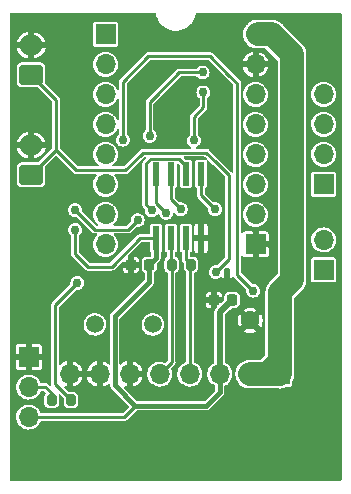
<source format=gbr>
%TF.GenerationSoftware,KiCad,Pcbnew,(6.0.4)*%
%TF.CreationDate,2023-03-08T20:25:47-05:00*%
%TF.ProjectId,Motor_module,4d6f746f-725f-46d6-9f64-756c652e6b69,rev?*%
%TF.SameCoordinates,Original*%
%TF.FileFunction,Copper,L2,Bot*%
%TF.FilePolarity,Positive*%
%FSLAX46Y46*%
G04 Gerber Fmt 4.6, Leading zero omitted, Abs format (unit mm)*
G04 Created by KiCad (PCBNEW (6.0.4)) date 2023-03-08 20:25:47*
%MOMM*%
%LPD*%
G01*
G04 APERTURE LIST*
G04 Aperture macros list*
%AMRoundRect*
0 Rectangle with rounded corners*
0 $1 Rounding radius*
0 $2 $3 $4 $5 $6 $7 $8 $9 X,Y pos of 4 corners*
0 Add a 4 corners polygon primitive as box body*
4,1,4,$2,$3,$4,$5,$6,$7,$8,$9,$2,$3,0*
0 Add four circle primitives for the rounded corners*
1,1,$1+$1,$2,$3*
1,1,$1+$1,$4,$5*
1,1,$1+$1,$6,$7*
1,1,$1+$1,$8,$9*
0 Add four rect primitives between the rounded corners*
20,1,$1+$1,$2,$3,$4,$5,0*
20,1,$1+$1,$4,$5,$6,$7,0*
20,1,$1+$1,$6,$7,$8,$9,0*
20,1,$1+$1,$8,$9,$2,$3,0*%
G04 Aperture macros list end*
%TA.AperFunction,ComponentPad*%
%ADD10R,1.600000X1.600000*%
%TD*%
%TA.AperFunction,ComponentPad*%
%ADD11C,1.600000*%
%TD*%
%TA.AperFunction,ComponentPad*%
%ADD12C,1.500000*%
%TD*%
%TA.AperFunction,ComponentPad*%
%ADD13R,1.700000X1.700000*%
%TD*%
%TA.AperFunction,ComponentPad*%
%ADD14O,1.700000X1.700000*%
%TD*%
%TA.AperFunction,ComponentPad*%
%ADD15RoundRect,0.250000X0.750000X-0.600000X0.750000X0.600000X-0.750000X0.600000X-0.750000X-0.600000X0*%
%TD*%
%TA.AperFunction,ComponentPad*%
%ADD16O,2.000000X1.700000*%
%TD*%
%TA.AperFunction,SMDPad,CuDef*%
%ADD17RoundRect,0.200000X0.200000X0.275000X-0.200000X0.275000X-0.200000X-0.275000X0.200000X-0.275000X0*%
%TD*%
%TA.AperFunction,SMDPad,CuDef*%
%ADD18RoundRect,0.200000X-0.200000X-0.275000X0.200000X-0.275000X0.200000X0.275000X-0.200000X0.275000X0*%
%TD*%
%TA.AperFunction,SMDPad,CuDef*%
%ADD19RoundRect,0.225000X-0.225000X-0.250000X0.225000X-0.250000X0.225000X0.250000X-0.225000X0.250000X0*%
%TD*%
%TA.AperFunction,SMDPad,CuDef*%
%ADD20RoundRect,0.140000X0.140000X0.170000X-0.140000X0.170000X-0.140000X-0.170000X0.140000X-0.170000X0*%
%TD*%
%TA.AperFunction,SMDPad,CuDef*%
%ADD21R,0.600000X2.000000*%
%TD*%
%TA.AperFunction,ViaPad*%
%ADD22C,0.762000*%
%TD*%
%TA.AperFunction,Conductor*%
%ADD23C,0.381000*%
%TD*%
%TA.AperFunction,Conductor*%
%ADD24C,0.254000*%
%TD*%
%TA.AperFunction,Conductor*%
%ADD25C,0.508000*%
%TD*%
%TA.AperFunction,Conductor*%
%ADD26C,2.032000*%
%TD*%
G04 APERTURE END LIST*
D10*
%TO.P,C1,1*%
%TO.N,VPP*%
X155545113Y-80220000D03*
D11*
%TO.P,C1,2*%
%TO.N,GND*%
X153045113Y-80220000D03*
%TD*%
D12*
%TO.P,Y1,1,1*%
%TO.N,/OSC_OUT*%
X144810000Y-80560000D03*
%TO.P,Y1,2,2*%
%TO.N,/OSC_IN*%
X139910000Y-80560000D03*
%TD*%
D13*
%TO.P,J1,1,Pin_1*%
%TO.N,/1B*%
X159270000Y-68700000D03*
D14*
%TO.P,J1,2,Pin_2*%
%TO.N,/1A*%
X159270000Y-66160000D03*
%TO.P,J1,3,Pin_3*%
%TO.N,/2A*%
X159270000Y-63620000D03*
%TO.P,J1,4,Pin_4*%
%TO.N,/2B*%
X159270000Y-61080000D03*
%TD*%
D13*
%TO.P,J8,1,Pin_1*%
%TO.N,GND*%
X153500000Y-73790000D03*
D14*
%TO.P,J8,2,Pin_2*%
%TO.N,+3V3*%
X153500000Y-71250000D03*
%TO.P,J8,3,Pin_3*%
%TO.N,/1B*%
X153500000Y-68710000D03*
%TO.P,J8,4,Pin_4*%
%TO.N,/1A*%
X153500000Y-66170000D03*
%TO.P,J8,5,Pin_5*%
%TO.N,/2A*%
X153500000Y-63630000D03*
%TO.P,J8,6,Pin_6*%
%TO.N,/2B*%
X153500000Y-61090000D03*
%TO.P,J8,7,Pin_7*%
%TO.N,GND*%
X153500000Y-58550000D03*
%TO.P,J8,8,Pin_8*%
%TO.N,VPP*%
X153500000Y-56010000D03*
%TD*%
D15*
%TO.P,J3,1,Pin_1*%
%TO.N,/LIMIT_SW_0*%
X134500000Y-59420000D03*
D16*
%TO.P,J3,2,Pin_2*%
%TO.N,GND*%
X134500000Y-56920000D03*
%TD*%
D13*
%TO.P,J6,1,Pin_1*%
%TO.N,GND*%
X134300000Y-83325000D03*
D14*
%TO.P,J6,2,Pin_2*%
%TO.N,Net-(J6-Pad2)*%
X134300000Y-85865000D03*
%TO.P,J6,3,Pin_3*%
%TO.N,+3V3*%
X134300000Y-88405000D03*
%TD*%
D13*
%TO.P,J5,1,Pin_1*%
%TO.N,/SWCLK*%
X159260000Y-75945000D03*
D14*
%TO.P,J5,2,Pin_2*%
%TO.N,/SWDIO*%
X159260000Y-73405000D03*
%TD*%
D13*
%TO.P,J7,1,Pin_1*%
%TO.N,/M_EN*%
X140800000Y-56007000D03*
D14*
%TO.P,J7,2,Pin_2*%
%TO.N,/MS1*%
X140800000Y-58547000D03*
%TO.P,J7,3,Pin_3*%
%TO.N,/MS2*%
X140800000Y-61087000D03*
%TO.P,J7,4,Pin_4*%
%TO.N,/MS3*%
X140800000Y-63627000D03*
%TO.P,J7,5,Pin_5*%
%TO.N,Net-(J7-Pad5)*%
X140800000Y-66167000D03*
%TO.P,J7,6,Pin_6*%
X140800000Y-68707000D03*
%TO.P,J7,7,Pin_7*%
%TO.N,/STEP*%
X140800000Y-71247000D03*
%TO.P,J7,8,Pin_8*%
%TO.N,/DIR*%
X140800000Y-73787000D03*
%TD*%
D15*
%TO.P,J4,1,Pin_1*%
%TO.N,/LIMIT_SW_0*%
X134500000Y-67890000D03*
D16*
%TO.P,J4,2,Pin_2*%
%TO.N,GND*%
X134500000Y-65390000D03*
%TD*%
D13*
%TO.P,J2,1,Pin_1*%
%TO.N,VPP*%
X155555000Y-84765000D03*
D14*
%TO.P,J2,2,Pin_2*%
X153015000Y-84765000D03*
%TO.P,J2,3,Pin_3*%
%TO.N,+3V3*%
X150475000Y-84765000D03*
%TO.P,J2,4,Pin_4*%
%TO.N,/RS485+*%
X147935000Y-84765000D03*
%TO.P,J2,5,Pin_5*%
%TO.N,/RS485-*%
X145395000Y-84765000D03*
%TO.P,J2,6,Pin_6*%
%TO.N,GND*%
X142855000Y-84765000D03*
%TO.P,J2,7,Pin_7*%
X140315000Y-84765000D03*
%TO.P,J2,8,Pin_8*%
X137775000Y-84765000D03*
%TD*%
D17*
%TO.P,R11,1*%
%TO.N,/BOOT0*%
X137885000Y-86960000D03*
%TO.P,R11,2*%
%TO.N,Net-(J6-Pad2)*%
X136235000Y-86960000D03*
%TD*%
D18*
%TO.P,R5,1*%
%TO.N,/RS485-*%
X146395000Y-75500000D03*
%TO.P,R5,2*%
%TO.N,/RS485+*%
X148045000Y-75500000D03*
%TD*%
D19*
%TO.P,C2,1*%
%TO.N,GND*%
X142955000Y-75510000D03*
%TO.P,C2,2*%
%TO.N,+3V3*%
X144505000Y-75510000D03*
%TD*%
D20*
%TO.P,C7,1*%
%TO.N,GND*%
X151080000Y-76130000D03*
%TO.P,C7,2*%
%TO.N,/LIMIT_SW_0*%
X150120000Y-76130000D03*
%TD*%
D19*
%TO.P,C4,1*%
%TO.N,GND*%
X149975000Y-78480000D03*
%TO.P,C4,2*%
%TO.N,+3V3*%
X151525000Y-78480000D03*
%TD*%
D21*
%TO.P,U3,1,R*%
%TO.N,/RS485_RX*%
X145075000Y-67815000D03*
%TO.P,U3,2,~{RE}*%
%TO.N,/~{RS485_RE}*%
X146345000Y-67815000D03*
%TO.P,U3,3,DE*%
%TO.N,/RS485_DE*%
X147615000Y-67815000D03*
%TO.P,U3,4,D*%
%TO.N,/RS485_TX*%
X148885000Y-67815000D03*
%TO.P,U3,5,GND*%
%TO.N,GND*%
X148885000Y-73265000D03*
%TO.P,U3,6,A*%
%TO.N,/RS485+*%
X147615000Y-73265000D03*
%TO.P,U3,7,B*%
%TO.N,/RS485-*%
X146345000Y-73265000D03*
%TO.P,U3,8,VCC*%
%TO.N,+3V3*%
X145075000Y-73265000D03*
%TD*%
D22*
%TO.N,GND*%
X148000000Y-92500000D03*
X158280000Y-55660000D03*
X150600000Y-63200000D03*
X145600000Y-58800000D03*
X151500000Y-87000000D03*
X139500000Y-89500000D03*
X157500000Y-89500000D03*
X134350000Y-71630000D03*
X160000000Y-89500000D03*
X151400000Y-54900000D03*
X139500000Y-78580000D03*
X146280000Y-63610000D03*
X143100000Y-82020000D03*
X143100000Y-80110000D03*
X136500000Y-92500000D03*
X159910000Y-84920000D03*
X157500000Y-87000000D03*
X149100000Y-57000000D03*
X148000000Y-89500000D03*
X139460000Y-82230000D03*
X151500000Y-92500000D03*
X138250000Y-65500000D03*
X149160000Y-82580000D03*
X143700000Y-54700000D03*
X157000000Y-55000000D03*
X151600000Y-58500000D03*
X151600000Y-57000000D03*
X149300000Y-54900000D03*
X146600000Y-56500000D03*
X154500000Y-89500000D03*
X143100000Y-61600000D03*
X160000000Y-92500000D03*
X137490000Y-75670000D03*
X160000000Y-87000000D03*
X138250000Y-61500000D03*
X145500000Y-92500000D03*
X143300000Y-64200000D03*
X138250000Y-63500000D03*
X142500000Y-89500000D03*
X159500000Y-71000000D03*
X152210000Y-82550000D03*
X159500000Y-59000000D03*
X159500000Y-78000000D03*
X134260000Y-75360000D03*
X138230000Y-69110000D03*
X136500000Y-89500000D03*
X151500000Y-89500000D03*
X159930000Y-81220000D03*
X145500000Y-89500000D03*
X139500000Y-92500000D03*
X154500000Y-87000000D03*
X154500000Y-92500000D03*
X157500000Y-92500000D03*
X134780000Y-79010000D03*
X150600000Y-61300000D03*
X142500000Y-92500000D03*
X134000000Y-92500000D03*
%TO.N,+3V3*%
X138230000Y-72550000D03*
X151525000Y-78480000D03*
%TO.N,/LIMIT_SW_0*%
X150130000Y-76120000D03*
%TO.N,/~{RESET}*%
X138230000Y-70880000D03*
X143520000Y-71730000D03*
%TO.N,/LED*%
X149090000Y-60910000D03*
X148280000Y-64990000D03*
%TO.N,/SWCLK*%
X153300000Y-77700000D03*
X142270000Y-64910000D03*
%TO.N,/SWDIO*%
X149020000Y-59230000D03*
X144530000Y-64600000D03*
%TO.N,/BOOT0*%
X138410000Y-77040000D03*
%TO.N,/RS485_DE*%
X144720000Y-70910000D03*
%TO.N,/RS485_TX*%
X150070000Y-70800000D03*
%TO.N,/RS485_RX*%
X145940000Y-71110000D03*
%TO.N,/~{RS485_RE}*%
X147170000Y-70810000D03*
%TD*%
D23*
%TO.N,+3V3*%
X141580000Y-79880000D02*
X141580000Y-85690000D01*
X144505000Y-75510000D02*
X144505000Y-76955000D01*
D24*
X138230000Y-74620000D02*
X139280000Y-75670000D01*
D23*
X145075000Y-74940000D02*
X144505000Y-75510000D01*
X149340000Y-87440000D02*
X150475000Y-86305000D01*
X145075000Y-73265000D02*
X145075000Y-74940000D01*
D24*
X141320000Y-75670000D02*
X143725000Y-73265000D01*
D23*
X141580000Y-85690000D02*
X143330000Y-87440000D01*
D24*
X142365000Y-88405000D02*
X143330000Y-87440000D01*
X134300000Y-88405000D02*
X142365000Y-88405000D01*
D25*
X150475000Y-84765000D02*
X150475000Y-79530000D01*
D24*
X138230000Y-72550000D02*
X138230000Y-74620000D01*
D23*
X143330000Y-87440000D02*
X145300000Y-87440000D01*
X145300000Y-87440000D02*
X149340000Y-87440000D01*
D25*
X150475000Y-79530000D02*
X151525000Y-78480000D01*
D23*
X150475000Y-86305000D02*
X150475000Y-84765000D01*
D24*
X139280000Y-75670000D02*
X141320000Y-75670000D01*
X143725000Y-73265000D02*
X145075000Y-73265000D01*
D23*
X144505000Y-76955000D02*
X141580000Y-79880000D01*
D24*
%TO.N,/LIMIT_SW_0*%
X140890000Y-67510000D02*
X142490000Y-67510000D01*
X138340000Y-67510000D02*
X140890000Y-67510000D01*
X143990000Y-66010000D02*
X146290000Y-66010000D01*
X136610000Y-61530000D02*
X134500000Y-59420000D01*
X151230000Y-67900000D02*
X151230000Y-75020000D01*
X134500000Y-67890000D02*
X136610000Y-65780000D01*
X136610000Y-65780000D02*
X138340000Y-67510000D01*
X149340000Y-66010000D02*
X150140000Y-66810000D01*
X142490000Y-67510000D02*
X143800000Y-66200000D01*
X150140000Y-66810000D02*
X151230000Y-67900000D01*
X136610000Y-65780000D02*
X136610000Y-61530000D01*
X151230000Y-75020000D02*
X150130000Y-76120000D01*
X146290000Y-66010000D02*
X149340000Y-66010000D01*
X143800000Y-66200000D02*
X143990000Y-66010000D01*
%TO.N,/~{RESET}*%
X138230000Y-70880000D02*
X139880000Y-72530000D01*
X139880000Y-72530000D02*
X142720000Y-72530000D01*
X142720000Y-72530000D02*
X143520000Y-71730000D01*
%TO.N,/LED*%
X148280000Y-62990000D02*
X148280000Y-64990000D01*
X149090000Y-62180000D02*
X149090000Y-60910000D01*
X149090000Y-62180000D02*
X148280000Y-62990000D01*
D26*
%TO.N,VPP*%
X155555010Y-80625010D02*
X155555010Y-78884990D01*
X156590000Y-57694919D02*
X154872081Y-55977000D01*
X155555000Y-81245000D02*
X155555000Y-83675000D01*
X155555000Y-79805000D02*
X155555000Y-81245000D01*
X156590000Y-76810016D02*
X156590000Y-57694919D01*
X155555010Y-80625010D02*
X155555000Y-80625020D01*
X155555000Y-78885000D02*
X155555000Y-79805000D01*
X155555010Y-78884990D02*
X155555000Y-78885000D01*
X155555000Y-83675000D02*
X155555000Y-84765000D01*
X154465000Y-84765000D02*
X153015000Y-84765000D01*
X155555000Y-83675000D02*
X154465000Y-84765000D01*
X155555010Y-77845006D02*
X156590000Y-76810016D01*
X154872081Y-55977000D02*
X153670000Y-55977000D01*
X153015000Y-84765000D02*
X155555000Y-84765000D01*
X155555010Y-78884990D02*
X155555010Y-77845006D01*
D24*
%TO.N,/RS485-*%
X146345000Y-75460000D02*
X146395000Y-75510000D01*
X146395000Y-75510000D02*
X146395000Y-83765000D01*
X146345000Y-73265000D02*
X146345000Y-75460000D01*
X146395000Y-83765000D02*
X145395000Y-84765000D01*
%TO.N,/RS485+*%
X147615000Y-73265000D02*
X147615000Y-75080000D01*
X147935000Y-75620000D02*
X147935000Y-84765000D01*
X148045000Y-75510000D02*
X147935000Y-75620000D01*
X147615000Y-75080000D02*
X148045000Y-75510000D01*
%TO.N,/SWCLK*%
X142270000Y-60010000D02*
X144430000Y-57850000D01*
X151950000Y-76350000D02*
X153300000Y-77700000D01*
X151950000Y-70700000D02*
X151950000Y-76350000D01*
X144430000Y-57850000D02*
X149650000Y-57850000D01*
X149650000Y-57850000D02*
X151210000Y-59410000D01*
X151210000Y-59410000D02*
X151950000Y-60150000D01*
X151950000Y-60150000D02*
X151950000Y-70700000D01*
X142270000Y-64910000D02*
X142270000Y-60010000D01*
%TO.N,/SWDIO*%
X144530000Y-61740000D02*
X145080000Y-61190000D01*
X145080000Y-61190000D02*
X147040000Y-59230000D01*
X144530000Y-64600000D02*
X144530000Y-61740000D01*
X147040000Y-59230000D02*
X149020000Y-59230000D01*
%TO.N,/BOOT0*%
X136510000Y-85585000D02*
X136510000Y-79870000D01*
X136510000Y-79870000D02*
X136510000Y-78970000D01*
X136510000Y-78970000D02*
X136510000Y-78940000D01*
X137885000Y-86960000D02*
X136510000Y-85585000D01*
X136510000Y-78940000D02*
X138410000Y-77040000D01*
%TO.N,/RS485_DE*%
X147615000Y-67815000D02*
X147615000Y-67115000D01*
X144260000Y-70450000D02*
X144720000Y-70910000D01*
X147615000Y-67115000D02*
X147036089Y-66536089D01*
X144260000Y-66930000D02*
X144260000Y-70450000D01*
X144653911Y-66536089D02*
X144260000Y-66930000D01*
X147036089Y-66536089D02*
X144653911Y-66536089D01*
%TO.N,/RS485_TX*%
X148885000Y-67815000D02*
X148885000Y-69615000D01*
X148885000Y-69615000D02*
X150070000Y-70800000D01*
%TO.N,/RS485_RX*%
X145075000Y-67815000D02*
X145075000Y-70245000D01*
X145075000Y-70245000D02*
X145940000Y-71110000D01*
%TO.N,/~{RS485_RE}*%
X146345000Y-69985000D02*
X147170000Y-70810000D01*
X146345000Y-67815000D02*
X146345000Y-69985000D01*
%TO.N,Net-(J6-Pad2)*%
X136235000Y-86405000D02*
X136235000Y-86960000D01*
X135695000Y-85865000D02*
X136235000Y-86405000D01*
X134300000Y-85865000D02*
X135695000Y-85865000D01*
%TD*%
%TA.AperFunction,Conductor*%
%TO.N,GND*%
G36*
X145036365Y-54222779D02*
G01*
X145063451Y-54267102D01*
X145117426Y-54503582D01*
X145118540Y-54506420D01*
X145118542Y-54506427D01*
X145209600Y-54738440D01*
X145210715Y-54741280D01*
X145212238Y-54743919D01*
X145212241Y-54743924D01*
X145333125Y-54953300D01*
X145338390Y-54962419D01*
X145376446Y-55010140D01*
X145495692Y-55159670D01*
X145495698Y-55159676D01*
X145497598Y-55162059D01*
X145684782Y-55335741D01*
X145895762Y-55479584D01*
X145898503Y-55480904D01*
X145898510Y-55480908D01*
X146057924Y-55557678D01*
X146125823Y-55590376D01*
X146369828Y-55665642D01*
X146372846Y-55666097D01*
X146372851Y-55666098D01*
X146619305Y-55703245D01*
X146619308Y-55703245D01*
X146622325Y-55703700D01*
X146877675Y-55703700D01*
X146880692Y-55703245D01*
X146880695Y-55703245D01*
X147127149Y-55666098D01*
X147127154Y-55666097D01*
X147130172Y-55665642D01*
X147374177Y-55590376D01*
X147604239Y-55479584D01*
X147815218Y-55335741D01*
X148002402Y-55162059D01*
X148004302Y-55159676D01*
X148004308Y-55159670D01*
X148123554Y-55010140D01*
X148161610Y-54962419D01*
X148166875Y-54953300D01*
X148287759Y-54743924D01*
X148287762Y-54743919D01*
X148289285Y-54741280D01*
X148290400Y-54738440D01*
X148381458Y-54506427D01*
X148381460Y-54506420D01*
X148382574Y-54503582D01*
X148436549Y-54267102D01*
X148466814Y-54220244D01*
X148516054Y-54203700D01*
X160714750Y-54203700D01*
X160767169Y-54222779D01*
X160795061Y-54271089D01*
X160796300Y-54285250D01*
X160796300Y-93714750D01*
X160777221Y-93767169D01*
X160728911Y-93795061D01*
X160714750Y-93796300D01*
X132785250Y-93796300D01*
X132732831Y-93777221D01*
X132704939Y-93728911D01*
X132703700Y-93714750D01*
X132703700Y-88390217D01*
X133241305Y-88390217D01*
X133258596Y-88596133D01*
X133259692Y-88599956D01*
X133259693Y-88599960D01*
X133299535Y-88738902D01*
X133315555Y-88794770D01*
X133317375Y-88798311D01*
X133317376Y-88798314D01*
X133408186Y-88975012D01*
X133408189Y-88975016D01*
X133410010Y-88978560D01*
X133538364Y-89140503D01*
X133695730Y-89274431D01*
X133699207Y-89276374D01*
X133699208Y-89276375D01*
X133742865Y-89300774D01*
X133876111Y-89375243D01*
X133879897Y-89376473D01*
X134068849Y-89437868D01*
X134068853Y-89437869D01*
X134072639Y-89439099D01*
X134135872Y-89446639D01*
X134273864Y-89463094D01*
X134273868Y-89463094D01*
X134277826Y-89463566D01*
X134440905Y-89451017D01*
X134479882Y-89448018D01*
X134479883Y-89448018D01*
X134483858Y-89447712D01*
X134521845Y-89437106D01*
X134679048Y-89393215D01*
X134679049Y-89393214D01*
X134682887Y-89392143D01*
X134867332Y-89298973D01*
X134870477Y-89296516D01*
X134870480Y-89296514D01*
X134929507Y-89250397D01*
X135030168Y-89171752D01*
X135165191Y-89015325D01*
X135267260Y-88835652D01*
X135281945Y-88791508D01*
X135316596Y-88747791D01*
X135359326Y-88735700D01*
X142346993Y-88735700D01*
X142354101Y-88736010D01*
X142394267Y-88739524D01*
X142401160Y-88737677D01*
X142401161Y-88737677D01*
X142408539Y-88735700D01*
X142433215Y-88729088D01*
X142440138Y-88727554D01*
X142464320Y-88723290D01*
X142472825Y-88721790D01*
X142472826Y-88721790D01*
X142479851Y-88720551D01*
X142486029Y-88716984D01*
X142492734Y-88714544D01*
X142492766Y-88714631D01*
X142493598Y-88714286D01*
X142493559Y-88714202D01*
X142500025Y-88711187D01*
X142506916Y-88709340D01*
X142512761Y-88705248D01*
X142512764Y-88705246D01*
X142539938Y-88686219D01*
X142545936Y-88682397D01*
X142561242Y-88673560D01*
X142580849Y-88662239D01*
X142606764Y-88631355D01*
X142611570Y-88626110D01*
X143379595Y-87858085D01*
X143430152Y-87834510D01*
X143437260Y-87834200D01*
X149402435Y-87834200D01*
X149408537Y-87832217D01*
X149408539Y-87832217D01*
X149426206Y-87826477D01*
X149438647Y-87823490D01*
X149456996Y-87820584D01*
X149456998Y-87820583D01*
X149463333Y-87819580D01*
X149485601Y-87808234D01*
X149497425Y-87803336D01*
X149515089Y-87797597D01*
X149515091Y-87797596D01*
X149521194Y-87795613D01*
X149541411Y-87780924D01*
X149552321Y-87774238D01*
X149574593Y-87762890D01*
X150797890Y-86539593D01*
X150809238Y-86517320D01*
X150815925Y-86506410D01*
X150826840Y-86491387D01*
X150830613Y-86486194D01*
X150833164Y-86478345D01*
X150838336Y-86462425D01*
X150843234Y-86450600D01*
X150846213Y-86444753D01*
X150854580Y-86428333D01*
X150858490Y-86403647D01*
X150861477Y-86391205D01*
X150861724Y-86390443D01*
X150869200Y-86367436D01*
X150869200Y-85796598D01*
X150888279Y-85744179D01*
X150913981Y-85723808D01*
X151038767Y-85660774D01*
X151038769Y-85660773D01*
X151042332Y-85658973D01*
X151045477Y-85656516D01*
X151045480Y-85656514D01*
X151132605Y-85588444D01*
X151205168Y-85531752D01*
X151340191Y-85375325D01*
X151426016Y-85224246D01*
X151440289Y-85199122D01*
X151440290Y-85199120D01*
X151442260Y-85195652D01*
X151498232Y-85027394D01*
X151506229Y-85003354D01*
X151506229Y-85003353D01*
X151507486Y-84999575D01*
X151532260Y-84803467D01*
X151790974Y-84803467D01*
X151791411Y-84807078D01*
X151791411Y-84807079D01*
X151793922Y-84827828D01*
X151817131Y-85019615D01*
X151881151Y-85227715D01*
X151903135Y-85270309D01*
X151981011Y-85421190D01*
X151983219Y-85424068D01*
X151983220Y-85424069D01*
X152108997Y-85587986D01*
X152113553Y-85593923D01*
X152274590Y-85740454D01*
X152401861Y-85820291D01*
X152455956Y-85854225D01*
X152455959Y-85854226D01*
X152459030Y-85856153D01*
X152661043Y-85937362D01*
X152664599Y-85938098D01*
X152664601Y-85938099D01*
X152871328Y-85980910D01*
X152874245Y-85981514D01*
X152877214Y-85981685D01*
X152877220Y-85981686D01*
X152906434Y-85983370D01*
X152929499Y-85984700D01*
X154379087Y-85984700D01*
X154389730Y-85985398D01*
X154400645Y-85986835D01*
X154410109Y-85988081D01*
X154410111Y-85988081D01*
X154413718Y-85988556D01*
X154493549Y-85984791D01*
X154497390Y-85984700D01*
X155516086Y-85984700D01*
X155520780Y-85984835D01*
X155589838Y-85988817D01*
X155589841Y-85988817D01*
X155593467Y-85989026D01*
X155597078Y-85988589D01*
X155597079Y-85988589D01*
X155681254Y-85978403D01*
X155683801Y-85978135D01*
X155768247Y-85970598D01*
X155768250Y-85970597D01*
X155771863Y-85970275D01*
X155778033Y-85968587D01*
X155784689Y-85966767D01*
X155796405Y-85964468D01*
X155799087Y-85964143D01*
X155809615Y-85962869D01*
X155894138Y-85936867D01*
X155896561Y-85936163D01*
X155981872Y-85912824D01*
X155993881Y-85907096D01*
X156005004Y-85902760D01*
X156017715Y-85898849D01*
X156096296Y-85858290D01*
X156098564Y-85857165D01*
X156162552Y-85826644D01*
X156197660Y-85818700D01*
X156425064Y-85818700D01*
X156484480Y-85806881D01*
X156491156Y-85802420D01*
X156491159Y-85802419D01*
X156545179Y-85766324D01*
X156551860Y-85761860D01*
X156564877Y-85742379D01*
X156592419Y-85701159D01*
X156592420Y-85701156D01*
X156596881Y-85694480D01*
X156608700Y-85635064D01*
X156608700Y-85408770D01*
X156622562Y-85363287D01*
X156628151Y-85354970D01*
X156630071Y-85350597D01*
X156633499Y-85342788D01*
X156639086Y-85332235D01*
X156646153Y-85320970D01*
X156662997Y-85279070D01*
X156679124Y-85238951D01*
X156680117Y-85236587D01*
X156682597Y-85230939D01*
X156715666Y-85155607D01*
X156716512Y-85152083D01*
X156716514Y-85152077D01*
X156718771Y-85142673D01*
X156722403Y-85131291D01*
X156727362Y-85118957D01*
X156745288Y-85032395D01*
X156745847Y-85029894D01*
X156753126Y-84999575D01*
X156766493Y-84943898D01*
X156767259Y-84930610D01*
X156768819Y-84918770D01*
X156770908Y-84908683D01*
X156770908Y-84908679D01*
X156771514Y-84905755D01*
X156774700Y-84850501D01*
X156774700Y-84803914D01*
X156774835Y-84799220D01*
X156778817Y-84730162D01*
X156778817Y-84730159D01*
X156779026Y-84726533D01*
X156775291Y-84695668D01*
X156774700Y-84685872D01*
X156774700Y-83781344D01*
X156775669Y-83769438D01*
X156775755Y-83768270D01*
X156776341Y-83764690D01*
X156775391Y-83704169D01*
X156774710Y-83660840D01*
X156774700Y-83659559D01*
X156774700Y-80731415D01*
X156775725Y-80718811D01*
X156775763Y-80718288D01*
X156776351Y-80714700D01*
X156774720Y-80610879D01*
X156774710Y-80609599D01*
X156774710Y-78991334D01*
X156775679Y-78979428D01*
X156775765Y-78978260D01*
X156776351Y-78974680D01*
X156774720Y-78870859D01*
X156774710Y-78869579D01*
X156774710Y-78384002D01*
X156793789Y-78331583D01*
X156798595Y-78326337D01*
X157391708Y-77733224D01*
X157399729Y-77726191D01*
X157416039Y-77713676D01*
X157418923Y-77711463D01*
X157429354Y-77700000D01*
X157472713Y-77652348D01*
X157475365Y-77649567D01*
X157491517Y-77633415D01*
X157495169Y-77629047D01*
X157508291Y-77613354D01*
X157510536Y-77610781D01*
X157563008Y-77553115D01*
X157563012Y-77553110D01*
X157565454Y-77550426D01*
X157576164Y-77533353D01*
X157582680Y-77524385D01*
X157593273Y-77511716D01*
X157593274Y-77511714D01*
X157595603Y-77508929D01*
X157636034Y-77438047D01*
X157637788Y-77435117D01*
X157679220Y-77369068D01*
X157679221Y-77369065D01*
X157681153Y-77365986D01*
X157682511Y-77362609D01*
X157688668Y-77347295D01*
X157693494Y-77337311D01*
X157701675Y-77322967D01*
X157703478Y-77319806D01*
X157730717Y-77242886D01*
X157731924Y-77239691D01*
X157761008Y-77167342D01*
X157761009Y-77167339D01*
X157762362Y-77163973D01*
X157763929Y-77156410D01*
X157766447Y-77144247D01*
X157769431Y-77133560D01*
X157774944Y-77117994D01*
X157774945Y-77117988D01*
X157776156Y-77114570D01*
X157787672Y-77044241D01*
X157789341Y-77034051D01*
X157789963Y-77030691D01*
X157805908Y-76953698D01*
X157805908Y-76953696D01*
X157806514Y-76950771D01*
X157808189Y-76921717D01*
X157809126Y-76913231D01*
X157810754Y-76903290D01*
X157811341Y-76899706D01*
X157810012Y-76815064D01*
X158206300Y-76815064D01*
X158218119Y-76874480D01*
X158222580Y-76881156D01*
X158222581Y-76881159D01*
X158254434Y-76928831D01*
X158263140Y-76941860D01*
X158269821Y-76946324D01*
X158323841Y-76982419D01*
X158323844Y-76982420D01*
X158330520Y-76986881D01*
X158389936Y-76998700D01*
X160130064Y-76998700D01*
X160189480Y-76986881D01*
X160196156Y-76982420D01*
X160196159Y-76982419D01*
X160250179Y-76946324D01*
X160256860Y-76941860D01*
X160265566Y-76928831D01*
X160297419Y-76881159D01*
X160297420Y-76881156D01*
X160301881Y-76874480D01*
X160313700Y-76815064D01*
X160313700Y-75074936D01*
X160301881Y-75015520D01*
X160297420Y-75008844D01*
X160297419Y-75008841D01*
X160261324Y-74954821D01*
X160256860Y-74948140D01*
X160218431Y-74922463D01*
X160196159Y-74907581D01*
X160196156Y-74907580D01*
X160189480Y-74903119D01*
X160130064Y-74891300D01*
X158389936Y-74891300D01*
X158330520Y-74903119D01*
X158323844Y-74907580D01*
X158323841Y-74907581D01*
X158301569Y-74922463D01*
X158263140Y-74948140D01*
X158258676Y-74954821D01*
X158222581Y-75008841D01*
X158222580Y-75008844D01*
X158218119Y-75015520D01*
X158206300Y-75074936D01*
X158206300Y-76815064D01*
X157810012Y-76815064D01*
X157809710Y-76795855D01*
X157809700Y-76794575D01*
X157809700Y-73390217D01*
X158201305Y-73390217D01*
X158218596Y-73596133D01*
X158219692Y-73599956D01*
X158219693Y-73599960D01*
X158241856Y-73677250D01*
X158275555Y-73794770D01*
X158277375Y-73798311D01*
X158277376Y-73798314D01*
X158368186Y-73975012D01*
X158368189Y-73975016D01*
X158370010Y-73978560D01*
X158372488Y-73981687D01*
X158372489Y-73981688D01*
X158400972Y-74017624D01*
X158498364Y-74140503D01*
X158655730Y-74274431D01*
X158659207Y-74276374D01*
X158659208Y-74276375D01*
X158828138Y-74370787D01*
X158836111Y-74375243D01*
X158839897Y-74376473D01*
X159028849Y-74437868D01*
X159028853Y-74437869D01*
X159032639Y-74439099D01*
X159095872Y-74446639D01*
X159233864Y-74463094D01*
X159233868Y-74463094D01*
X159237826Y-74463566D01*
X159424001Y-74449240D01*
X159439882Y-74448018D01*
X159439883Y-74448018D01*
X159443858Y-74447712D01*
X159596197Y-74405179D01*
X159639048Y-74393215D01*
X159639049Y-74393214D01*
X159642887Y-74392143D01*
X159827332Y-74298973D01*
X159830477Y-74296516D01*
X159830480Y-74296514D01*
X159936263Y-74213867D01*
X159990168Y-74171752D01*
X160125191Y-74015325D01*
X160227260Y-73835652D01*
X160292486Y-73639575D01*
X160318385Y-73434563D01*
X160318798Y-73405000D01*
X160298633Y-73199345D01*
X160295454Y-73188814D01*
X160240061Y-73005344D01*
X160240060Y-73005341D01*
X160238907Y-73001523D01*
X160233680Y-72991691D01*
X160143770Y-72822596D01*
X160143769Y-72822595D01*
X160141895Y-72819070D01*
X160011292Y-72658935D01*
X159961630Y-72617851D01*
X159855147Y-72529760D01*
X159855141Y-72529756D01*
X159852072Y-72527217D01*
X159670301Y-72428933D01*
X159552362Y-72392425D01*
X159476714Y-72369008D01*
X159476711Y-72369007D01*
X159472901Y-72367828D01*
X159331171Y-72352931D01*
X159271361Y-72346645D01*
X159271359Y-72346645D01*
X159267392Y-72346228D01*
X159143044Y-72357544D01*
X159065577Y-72364594D01*
X159065575Y-72364594D01*
X159061601Y-72364956D01*
X158863367Y-72423300D01*
X158680241Y-72519036D01*
X158677135Y-72521534D01*
X158677134Y-72521534D01*
X158670066Y-72527217D01*
X158519198Y-72648518D01*
X158386371Y-72806814D01*
X158365397Y-72844966D01*
X158288739Y-72984405D01*
X158288737Y-72984410D01*
X158286821Y-72987895D01*
X158224339Y-73184864D01*
X158222270Y-73203309D01*
X158203159Y-73373691D01*
X158201305Y-73390217D01*
X157809700Y-73390217D01*
X157809700Y-69570064D01*
X158216300Y-69570064D01*
X158228119Y-69629480D01*
X158232580Y-69636156D01*
X158232581Y-69636159D01*
X158266313Y-69686642D01*
X158273140Y-69696860D01*
X158279821Y-69701324D01*
X158333841Y-69737419D01*
X158333844Y-69737420D01*
X158340520Y-69741881D01*
X158399936Y-69753700D01*
X160140064Y-69753700D01*
X160199480Y-69741881D01*
X160206156Y-69737420D01*
X160206159Y-69737419D01*
X160260179Y-69701324D01*
X160266860Y-69696860D01*
X160273687Y-69686642D01*
X160307419Y-69636159D01*
X160307420Y-69636156D01*
X160311881Y-69629480D01*
X160323700Y-69570064D01*
X160323700Y-67829936D01*
X160311881Y-67770520D01*
X160307420Y-67763844D01*
X160307419Y-67763841D01*
X160271324Y-67709821D01*
X160266860Y-67703140D01*
X160248245Y-67690702D01*
X160206159Y-67662581D01*
X160206156Y-67662580D01*
X160199480Y-67658119D01*
X160140064Y-67646300D01*
X158399936Y-67646300D01*
X158340520Y-67658119D01*
X158333844Y-67662580D01*
X158333841Y-67662581D01*
X158291755Y-67690702D01*
X158273140Y-67703140D01*
X158268676Y-67709821D01*
X158232581Y-67763841D01*
X158232580Y-67763844D01*
X158228119Y-67770520D01*
X158216300Y-67829936D01*
X158216300Y-69570064D01*
X157809700Y-69570064D01*
X157809700Y-66145217D01*
X158211305Y-66145217D01*
X158228596Y-66351133D01*
X158229692Y-66354956D01*
X158229693Y-66354960D01*
X158265524Y-66479915D01*
X158285555Y-66549770D01*
X158287375Y-66553311D01*
X158287376Y-66553314D01*
X158378186Y-66730012D01*
X158378189Y-66730016D01*
X158380010Y-66733560D01*
X158382488Y-66736687D01*
X158382489Y-66736688D01*
X158486588Y-66868028D01*
X158508364Y-66895503D01*
X158665730Y-67029431D01*
X158669207Y-67031374D01*
X158669208Y-67031375D01*
X158802111Y-67105652D01*
X158846111Y-67130243D01*
X158849897Y-67131473D01*
X159038849Y-67192868D01*
X159038853Y-67192869D01*
X159042639Y-67194099D01*
X159105872Y-67201639D01*
X159243864Y-67218094D01*
X159243868Y-67218094D01*
X159247826Y-67218566D01*
X159410905Y-67206017D01*
X159449882Y-67203018D01*
X159449883Y-67203018D01*
X159453858Y-67202712D01*
X159573854Y-67169209D01*
X159649048Y-67148215D01*
X159649049Y-67148214D01*
X159652887Y-67147143D01*
X159813970Y-67065774D01*
X159833767Y-67055774D01*
X159833768Y-67055773D01*
X159837332Y-67053973D01*
X159840477Y-67051516D01*
X159840480Y-67051514D01*
X159950493Y-66965562D01*
X160000168Y-66926752D01*
X160135191Y-66770325D01*
X160231579Y-66600652D01*
X160235289Y-66594122D01*
X160235290Y-66594120D01*
X160237260Y-66590652D01*
X160290915Y-66429358D01*
X160301229Y-66398354D01*
X160301229Y-66398353D01*
X160302486Y-66394575D01*
X160328385Y-66189563D01*
X160328798Y-66160000D01*
X160316732Y-66036942D01*
X160309022Y-65958309D01*
X160309021Y-65958306D01*
X160308633Y-65954345D01*
X160276526Y-65848002D01*
X160250061Y-65760344D01*
X160250060Y-65760341D01*
X160248907Y-65756523D01*
X160245123Y-65749405D01*
X160153770Y-65577596D01*
X160153769Y-65577595D01*
X160151895Y-65574070D01*
X160021292Y-65413935D01*
X159971630Y-65372851D01*
X159865147Y-65284760D01*
X159865141Y-65284756D01*
X159862072Y-65282217D01*
X159680301Y-65183933D01*
X159529776Y-65137338D01*
X159486714Y-65124008D01*
X159486711Y-65124007D01*
X159482901Y-65122828D01*
X159336885Y-65107481D01*
X159281361Y-65101645D01*
X159281359Y-65101645D01*
X159277392Y-65101228D01*
X159167508Y-65111228D01*
X159075577Y-65119594D01*
X159075575Y-65119594D01*
X159071601Y-65119956D01*
X158873367Y-65178300D01*
X158690241Y-65274036D01*
X158687135Y-65276534D01*
X158687134Y-65276534D01*
X158629632Y-65322767D01*
X158529198Y-65403518D01*
X158526637Y-65406570D01*
X158526636Y-65406571D01*
X158516715Y-65418394D01*
X158396371Y-65561814D01*
X158370299Y-65609239D01*
X158298739Y-65739405D01*
X158298737Y-65739410D01*
X158296821Y-65742895D01*
X158234339Y-65939864D01*
X158211305Y-66145217D01*
X157809700Y-66145217D01*
X157809700Y-63605217D01*
X158211305Y-63605217D01*
X158228596Y-63811133D01*
X158229692Y-63814956D01*
X158229693Y-63814960D01*
X158243060Y-63861575D01*
X158285555Y-64009770D01*
X158287375Y-64013311D01*
X158287376Y-64013314D01*
X158378186Y-64190012D01*
X158378189Y-64190016D01*
X158380010Y-64193560D01*
X158382488Y-64196687D01*
X158382489Y-64196688D01*
X158466021Y-64302079D01*
X158508364Y-64355503D01*
X158665730Y-64489431D01*
X158669207Y-64491374D01*
X158669208Y-64491375D01*
X158724633Y-64522351D01*
X158846111Y-64590243D01*
X158876140Y-64600000D01*
X159038849Y-64652868D01*
X159038853Y-64652869D01*
X159042639Y-64654099D01*
X159101343Y-64661099D01*
X159243864Y-64678094D01*
X159243868Y-64678094D01*
X159247826Y-64678566D01*
X159410905Y-64666017D01*
X159449882Y-64663018D01*
X159449883Y-64663018D01*
X159453858Y-64662712D01*
X159491845Y-64652106D01*
X159649048Y-64608215D01*
X159649049Y-64608214D01*
X159652887Y-64607143D01*
X159813970Y-64525774D01*
X159833767Y-64515774D01*
X159833768Y-64515773D01*
X159837332Y-64513973D01*
X159840477Y-64511516D01*
X159840480Y-64511514D01*
X159922589Y-64447363D01*
X160000168Y-64386752D01*
X160135191Y-64230325D01*
X160231579Y-64060652D01*
X160235289Y-64054122D01*
X160235290Y-64054120D01*
X160237260Y-64050652D01*
X160297902Y-63868354D01*
X160301229Y-63858354D01*
X160301229Y-63858353D01*
X160302486Y-63854575D01*
X160328385Y-63649563D01*
X160328798Y-63620000D01*
X160309614Y-63424345D01*
X160309022Y-63418309D01*
X160309021Y-63418306D01*
X160308633Y-63414345D01*
X160303114Y-63396064D01*
X160250061Y-63220344D01*
X160250060Y-63220341D01*
X160248907Y-63216523D01*
X160245123Y-63209405D01*
X160153770Y-63037596D01*
X160153769Y-63037595D01*
X160151895Y-63034070D01*
X160021292Y-62873935D01*
X159946602Y-62812146D01*
X159865147Y-62744760D01*
X159865141Y-62744756D01*
X159862072Y-62742217D01*
X159680301Y-62643933D01*
X159571834Y-62610357D01*
X159486714Y-62584008D01*
X159486711Y-62584007D01*
X159482901Y-62582828D01*
X159341171Y-62567931D01*
X159281361Y-62561645D01*
X159281359Y-62561645D01*
X159277392Y-62561228D01*
X159167508Y-62571228D01*
X159075577Y-62579594D01*
X159075575Y-62579594D01*
X159071601Y-62579956D01*
X158873367Y-62638300D01*
X158690241Y-62734036D01*
X158687135Y-62736534D01*
X158687134Y-62736534D01*
X158646049Y-62769567D01*
X158529198Y-62863518D01*
X158396371Y-63021814D01*
X158358250Y-63091156D01*
X158298739Y-63199405D01*
X158298737Y-63199410D01*
X158296821Y-63202895D01*
X158234339Y-63399864D01*
X158211305Y-63605217D01*
X157809700Y-63605217D01*
X157809700Y-61065217D01*
X158211305Y-61065217D01*
X158228596Y-61271133D01*
X158229692Y-61274956D01*
X158229693Y-61274960D01*
X158266518Y-61403380D01*
X158285555Y-61469770D01*
X158287375Y-61473311D01*
X158287376Y-61473314D01*
X158378186Y-61650012D01*
X158378189Y-61650016D01*
X158380010Y-61653560D01*
X158382488Y-61656687D01*
X158382489Y-61656688D01*
X158459969Y-61754443D01*
X158508364Y-61815503D01*
X158665730Y-61949431D01*
X158669207Y-61951374D01*
X158669208Y-61951375D01*
X158725390Y-61982774D01*
X158846111Y-62050243D01*
X158876888Y-62060243D01*
X159038849Y-62112868D01*
X159038853Y-62112869D01*
X159042639Y-62114099D01*
X159101343Y-62121099D01*
X159243864Y-62138094D01*
X159243868Y-62138094D01*
X159247826Y-62138566D01*
X159410905Y-62126017D01*
X159449882Y-62123018D01*
X159449883Y-62123018D01*
X159453858Y-62122712D01*
X159613231Y-62078215D01*
X159649048Y-62068215D01*
X159649049Y-62068214D01*
X159652887Y-62067143D01*
X159813970Y-61985774D01*
X159833767Y-61975774D01*
X159833768Y-61975773D01*
X159837332Y-61973973D01*
X159840477Y-61971516D01*
X159840480Y-61971514D01*
X159918241Y-61910760D01*
X160000168Y-61846752D01*
X160135191Y-61690325D01*
X160220077Y-61540900D01*
X160235289Y-61514122D01*
X160235290Y-61514120D01*
X160237260Y-61510652D01*
X160297902Y-61328354D01*
X160301229Y-61318354D01*
X160301229Y-61318353D01*
X160302486Y-61314575D01*
X160328385Y-61109563D01*
X160328798Y-61080000D01*
X160309614Y-60884345D01*
X160309022Y-60878309D01*
X160309021Y-60878306D01*
X160308633Y-60874345D01*
X160271823Y-60752425D01*
X160250061Y-60680344D01*
X160250060Y-60680341D01*
X160248907Y-60676523D01*
X160245123Y-60669405D01*
X160153770Y-60497596D01*
X160153769Y-60497595D01*
X160151895Y-60494070D01*
X160021292Y-60333935D01*
X159935661Y-60263095D01*
X159865147Y-60204760D01*
X159865141Y-60204756D01*
X159862072Y-60202217D01*
X159680301Y-60103933D01*
X159571834Y-60070357D01*
X159486714Y-60044008D01*
X159486711Y-60044007D01*
X159482901Y-60042828D01*
X159341171Y-60027931D01*
X159281361Y-60021645D01*
X159281359Y-60021645D01*
X159277392Y-60021228D01*
X159167508Y-60031228D01*
X159075577Y-60039594D01*
X159075575Y-60039594D01*
X159071601Y-60039956D01*
X158873367Y-60098300D01*
X158690241Y-60194036D01*
X158687135Y-60196534D01*
X158687134Y-60196534D01*
X158646828Y-60228941D01*
X158529198Y-60323518D01*
X158396371Y-60481814D01*
X158358250Y-60551156D01*
X158298739Y-60659405D01*
X158298737Y-60659410D01*
X158296821Y-60662895D01*
X158289326Y-60686523D01*
X158268421Y-60752425D01*
X158234339Y-60859864D01*
X158228121Y-60915302D01*
X158212189Y-61057338D01*
X158211305Y-61065217D01*
X157809700Y-61065217D01*
X157809700Y-57780832D01*
X157810398Y-57770187D01*
X157813081Y-57749810D01*
X157813081Y-57749808D01*
X157813556Y-57746201D01*
X157809791Y-57666370D01*
X157809700Y-57662529D01*
X157809700Y-57639681D01*
X157807374Y-57613615D01*
X157807143Y-57610224D01*
X157806320Y-57592761D01*
X157803299Y-57528718D01*
X157802489Y-57525182D01*
X157802488Y-57525174D01*
X157798801Y-57509078D01*
X157797065Y-57498117D01*
X157796002Y-57486198D01*
X157795275Y-57478056D01*
X157794318Y-57474558D01*
X157794317Y-57474552D01*
X157773740Y-57399336D01*
X157772908Y-57396023D01*
X157755502Y-57320023D01*
X157755501Y-57320021D01*
X157754692Y-57316487D01*
X157753270Y-57313153D01*
X157753268Y-57313147D01*
X157746789Y-57297957D01*
X157743142Y-57287483D01*
X157738785Y-57271558D01*
X157738783Y-57271553D01*
X157737824Y-57268047D01*
X157702683Y-57194372D01*
X157701279Y-57191261D01*
X157670696Y-57119561D01*
X157670694Y-57119556D01*
X157669270Y-57116219D01*
X157658208Y-57099378D01*
X157652765Y-57089717D01*
X157645653Y-57074807D01*
X157644091Y-57071532D01*
X157641974Y-57068586D01*
X157641970Y-57068579D01*
X157596446Y-57005226D01*
X157594545Y-57002460D01*
X157549734Y-56934242D01*
X157530376Y-56912515D01*
X157525041Y-56905855D01*
X157519164Y-56897677D01*
X157519159Y-56897671D01*
X157517039Y-56894721D01*
X157442483Y-56822471D01*
X157441570Y-56821573D01*
X155795289Y-55175292D01*
X155788256Y-55167271D01*
X155775741Y-55150961D01*
X155773528Y-55148077D01*
X155756970Y-55133010D01*
X155714413Y-55094287D01*
X155711632Y-55091635D01*
X155695480Y-55075483D01*
X155689928Y-55070841D01*
X155675419Y-55058709D01*
X155672846Y-55056464D01*
X155615180Y-55003992D01*
X155615175Y-55003988D01*
X155612491Y-55001546D01*
X155595418Y-54990836D01*
X155586450Y-54984320D01*
X155573781Y-54973727D01*
X155573779Y-54973726D01*
X155570994Y-54971397D01*
X155559439Y-54964806D01*
X155500112Y-54930966D01*
X155497182Y-54929212D01*
X155431133Y-54887780D01*
X155431130Y-54887779D01*
X155428051Y-54885847D01*
X155424678Y-54884491D01*
X155424674Y-54884489D01*
X155409360Y-54878332D01*
X155399376Y-54873506D01*
X155385032Y-54865325D01*
X155381871Y-54863522D01*
X155378440Y-54862307D01*
X155304951Y-54836283D01*
X155301756Y-54835076D01*
X155229407Y-54805992D01*
X155229404Y-54805991D01*
X155226038Y-54804638D01*
X155222491Y-54803903D01*
X155222486Y-54803902D01*
X155206312Y-54800553D01*
X155195625Y-54797569D01*
X155180059Y-54792056D01*
X155180053Y-54792055D01*
X155176635Y-54790844D01*
X155096117Y-54777659D01*
X155092756Y-54777037D01*
X155015763Y-54761092D01*
X155015761Y-54761092D01*
X155012836Y-54760486D01*
X154983782Y-54758811D01*
X154975296Y-54757874D01*
X154965355Y-54756246D01*
X154961771Y-54755659D01*
X154958140Y-54755716D01*
X154857951Y-54757290D01*
X154856670Y-54757300D01*
X153614762Y-54757300D01*
X153612960Y-54757461D01*
X153612956Y-54757461D01*
X153548395Y-54763223D01*
X153453137Y-54771725D01*
X153243128Y-54829176D01*
X153239853Y-54830738D01*
X153239848Y-54830740D01*
X153049895Y-54921343D01*
X153049890Y-54921346D01*
X153046613Y-54922909D01*
X153043661Y-54925030D01*
X153043658Y-54925032D01*
X152952076Y-54990841D01*
X152869802Y-55049961D01*
X152835635Y-55085219D01*
X152752006Y-55171517D01*
X152718284Y-55206315D01*
X152716266Y-55209318D01*
X152716262Y-55209323D01*
X152684471Y-55256634D01*
X152596849Y-55387030D01*
X152509334Y-55586393D01*
X152458507Y-55798102D01*
X152458298Y-55801721D01*
X152458298Y-55801723D01*
X152453442Y-55885940D01*
X152453069Y-55890332D01*
X152441305Y-55995217D01*
X152458596Y-56201133D01*
X152515555Y-56399770D01*
X152517375Y-56403311D01*
X152517376Y-56403314D01*
X152547536Y-56461998D01*
X152610010Y-56583560D01*
X152610772Y-56584522D01*
X152611876Y-56586430D01*
X152636011Y-56633190D01*
X152638219Y-56636068D01*
X152638220Y-56636069D01*
X152659074Y-56663246D01*
X152768553Y-56805923D01*
X152929590Y-56952454D01*
X153060730Y-57034718D01*
X153110956Y-57066225D01*
X153110959Y-57066226D01*
X153114030Y-57068153D01*
X153316043Y-57149362D01*
X153319599Y-57150098D01*
X153319601Y-57150099D01*
X153525966Y-57192835D01*
X153529245Y-57193514D01*
X153532214Y-57193685D01*
X153532220Y-57193686D01*
X153561434Y-57195370D01*
X153584499Y-57196700D01*
X154333085Y-57196700D01*
X154385504Y-57215779D01*
X154390750Y-57220585D01*
X155346415Y-58176250D01*
X155369990Y-58226807D01*
X155370300Y-58233915D01*
X155370300Y-76271019D01*
X155351221Y-76323438D01*
X155346415Y-76328684D01*
X154753302Y-76921798D01*
X154745281Y-76928831D01*
X154726087Y-76943559D01*
X154723642Y-76946246D01*
X154723641Y-76946247D01*
X154672297Y-77002674D01*
X154669645Y-77005455D01*
X154653493Y-77021607D01*
X154652330Y-77022998D01*
X154636719Y-77041668D01*
X154634474Y-77044241D01*
X154582002Y-77101907D01*
X154581998Y-77101912D01*
X154579556Y-77104596D01*
X154568846Y-77121669D01*
X154562331Y-77130636D01*
X154549407Y-77146093D01*
X154547610Y-77149244D01*
X154547609Y-77149245D01*
X154508976Y-77216975D01*
X154507222Y-77219905D01*
X154465790Y-77285954D01*
X154463857Y-77289036D01*
X154462501Y-77292409D01*
X154462499Y-77292413D01*
X154456342Y-77307727D01*
X154451516Y-77317711D01*
X154444545Y-77329934D01*
X154441532Y-77335216D01*
X154440317Y-77338647D01*
X154414293Y-77412136D01*
X154413086Y-77415331D01*
X154384002Y-77487680D01*
X154382648Y-77491049D01*
X154381913Y-77494596D01*
X154381912Y-77494601D01*
X154378563Y-77510775D01*
X154375579Y-77521462D01*
X154370066Y-77537028D01*
X154370065Y-77537034D01*
X154368854Y-77540452D01*
X154368267Y-77544037D01*
X154355669Y-77620971D01*
X154355047Y-77624331D01*
X154340475Y-77694697D01*
X154338496Y-77704251D01*
X154338324Y-77707237D01*
X154336821Y-77733305D01*
X154335884Y-77741791D01*
X154333669Y-77755316D01*
X154333726Y-77758947D01*
X154335300Y-77859136D01*
X154335310Y-77860417D01*
X154335310Y-78778595D01*
X154334285Y-78791199D01*
X154334247Y-78791722D01*
X154333659Y-78795310D01*
X154333716Y-78798941D01*
X154333716Y-78798942D01*
X154335290Y-78899130D01*
X154335300Y-78900411D01*
X154335300Y-80518676D01*
X154334331Y-80530582D01*
X154334245Y-80531750D01*
X154333659Y-80535330D01*
X154333716Y-80538961D01*
X154333716Y-80538962D01*
X154335290Y-80639150D01*
X154335300Y-80640431D01*
X154335300Y-83136004D01*
X154316221Y-83188423D01*
X154311415Y-83193668D01*
X153983670Y-83521414D01*
X153933113Y-83544990D01*
X153926005Y-83545300D01*
X152959762Y-83545300D01*
X152957960Y-83545461D01*
X152957956Y-83545461D01*
X152893395Y-83551223D01*
X152798137Y-83559725D01*
X152588128Y-83617176D01*
X152584853Y-83618738D01*
X152584848Y-83618740D01*
X152394895Y-83709343D01*
X152394890Y-83709346D01*
X152391613Y-83710909D01*
X152388661Y-83713030D01*
X152388658Y-83713032D01*
X152247365Y-83814562D01*
X152214802Y-83837961D01*
X152166391Y-83887917D01*
X152105971Y-83950266D01*
X152063284Y-83994315D01*
X152061266Y-83997318D01*
X152061262Y-83997323D01*
X152044665Y-84022023D01*
X151941849Y-84175030D01*
X151854334Y-84374393D01*
X151853489Y-84377914D01*
X151853488Y-84377916D01*
X151814320Y-84541064D01*
X151803507Y-84586102D01*
X151803298Y-84589719D01*
X151803298Y-84589722D01*
X151791219Y-84799220D01*
X151790974Y-84803467D01*
X151532260Y-84803467D01*
X151533385Y-84794563D01*
X151533798Y-84765000D01*
X151513633Y-84559345D01*
X151474044Y-84428219D01*
X151455061Y-84365344D01*
X151455060Y-84365341D01*
X151453907Y-84361523D01*
X151448680Y-84351691D01*
X151358770Y-84182596D01*
X151358769Y-84182595D01*
X151356895Y-84179070D01*
X151226292Y-84018935D01*
X151145118Y-83951782D01*
X151070147Y-83889760D01*
X151070141Y-83889756D01*
X151067072Y-83887217D01*
X150975463Y-83837684D01*
X150938427Y-83795969D01*
X150932700Y-83765949D01*
X150932700Y-81123825D01*
X152506166Y-81123825D01*
X152506690Y-81125779D01*
X152509002Y-81127868D01*
X152617628Y-81188578D01*
X152624889Y-81191750D01*
X152813897Y-81253163D01*
X152821647Y-81254866D01*
X153018971Y-81278396D01*
X153026907Y-81278562D01*
X153225048Y-81263316D01*
X153232867Y-81261937D01*
X153424271Y-81208496D01*
X153431669Y-81205626D01*
X153578193Y-81131611D01*
X153586219Y-81123065D01*
X153586280Y-81121975D01*
X153583900Y-81117997D01*
X153055278Y-80589375D01*
X153044658Y-80584423D01*
X153038158Y-80586165D01*
X152511118Y-81113205D01*
X152506166Y-81123825D01*
X150932700Y-81123825D01*
X150932700Y-80209186D01*
X151986450Y-80209186D01*
X152003079Y-80407217D01*
X152004510Y-80415018D01*
X152059288Y-80606048D01*
X152062210Y-80613428D01*
X152133804Y-80752737D01*
X152142405Y-80760701D01*
X152143653Y-80760762D01*
X152147404Y-80758499D01*
X152675738Y-80230165D01*
X152680266Y-80220455D01*
X153409536Y-80220455D01*
X153411278Y-80226955D01*
X153938161Y-80753838D01*
X153948781Y-80758790D01*
X153950885Y-80758226D01*
X153952809Y-80756112D01*
X154010678Y-80654245D01*
X154013908Y-80646989D01*
X154076637Y-80458421D01*
X154078393Y-80450691D01*
X154103515Y-80251824D01*
X154103832Y-80247301D01*
X154104181Y-80222285D01*
X154103990Y-80217728D01*
X154084432Y-80018250D01*
X154082891Y-80010470D01*
X154025454Y-79820229D01*
X154022426Y-79812884D01*
X153955936Y-79687834D01*
X153947224Y-79679990D01*
X153945668Y-79679936D01*
X153942361Y-79681962D01*
X153414488Y-80209835D01*
X153409536Y-80220455D01*
X152680266Y-80220455D01*
X152680690Y-80219545D01*
X152678948Y-80213045D01*
X152151713Y-79685810D01*
X152141093Y-79680858D01*
X152139287Y-79681342D01*
X152137038Y-79683849D01*
X152073575Y-79799286D01*
X152070453Y-79806572D01*
X152010362Y-79996001D01*
X152008713Y-80003763D01*
X151986560Y-80201252D01*
X151986450Y-80209186D01*
X150932700Y-80209186D01*
X150932700Y-79753365D01*
X150951779Y-79700946D01*
X150956585Y-79695700D01*
X151333275Y-79319011D01*
X152504718Y-79319011D01*
X152506866Y-79322543D01*
X153034948Y-79850625D01*
X153045568Y-79855577D01*
X153052068Y-79853835D01*
X153579537Y-79326366D01*
X153584489Y-79315746D01*
X153584045Y-79314091D01*
X153581337Y-79311678D01*
X153459041Y-79245553D01*
X153451721Y-79242476D01*
X153261888Y-79183712D01*
X153254104Y-79182115D01*
X153056476Y-79161343D01*
X153048532Y-79161288D01*
X152850633Y-79179298D01*
X152842829Y-79180787D01*
X152652190Y-79236895D01*
X152644836Y-79239866D01*
X152512681Y-79308955D01*
X152504777Y-79317611D01*
X152504718Y-79319011D01*
X151333275Y-79319011D01*
X151469701Y-79182585D01*
X151520259Y-79159010D01*
X151527366Y-79158700D01*
X151784711Y-79158699D01*
X151801224Y-79158699D01*
X151831238Y-79155863D01*
X151885934Y-79136655D01*
X151947110Y-79115172D01*
X151947112Y-79115171D01*
X151952867Y-79113150D01*
X152056560Y-79036560D01*
X152133150Y-78932867D01*
X152154595Y-78871802D01*
X152174216Y-78815928D01*
X152175863Y-78811238D01*
X152177026Y-78798942D01*
X152178520Y-78783132D01*
X152178520Y-78783127D01*
X152178700Y-78781225D01*
X152178699Y-78178776D01*
X152175863Y-78148762D01*
X152133150Y-78027133D01*
X152056560Y-77923440D01*
X151952867Y-77846850D01*
X151947112Y-77844829D01*
X151947110Y-77844828D01*
X151835928Y-77805784D01*
X151831238Y-77804137D01*
X151826292Y-77803670D01*
X151826290Y-77803669D01*
X151803132Y-77801480D01*
X151803127Y-77801480D01*
X151801225Y-77801300D01*
X151525145Y-77801300D01*
X151248776Y-77801301D01*
X151218762Y-77804137D01*
X151164066Y-77823345D01*
X151102890Y-77844828D01*
X151102888Y-77844829D01*
X151097133Y-77846850D01*
X150993440Y-77923440D01*
X150916850Y-78027133D01*
X150914829Y-78032888D01*
X150914828Y-78032890D01*
X150885286Y-78117013D01*
X150874137Y-78148762D01*
X150873670Y-78153708D01*
X150873669Y-78153710D01*
X150871480Y-78176868D01*
X150871300Y-78178775D01*
X150871301Y-78331583D01*
X150871301Y-78452633D01*
X150852222Y-78505052D01*
X150847416Y-78510298D01*
X150647599Y-78710115D01*
X150597042Y-78733690D01*
X150589934Y-78734000D01*
X150243380Y-78734000D01*
X150232364Y-78738010D01*
X150229000Y-78743836D01*
X150229000Y-79094934D01*
X150209921Y-79147353D01*
X150205115Y-79152599D01*
X150173994Y-79183720D01*
X150166817Y-79190097D01*
X150137582Y-79213144D01*
X150134116Y-79218159D01*
X150134115Y-79218160D01*
X150103276Y-79262781D01*
X150101789Y-79264862D01*
X150065932Y-79313409D01*
X150064021Y-79318850D01*
X150063898Y-79319102D01*
X150062728Y-79321398D01*
X150062613Y-79321616D01*
X150059330Y-79326365D01*
X150057493Y-79332175D01*
X150057491Y-79332178D01*
X150041133Y-79383903D01*
X150040329Y-79386312D01*
X150020328Y-79443267D01*
X150020111Y-79448783D01*
X150019986Y-79449280D01*
X150019229Y-79453163D01*
X150017829Y-79457591D01*
X150017300Y-79464312D01*
X150017300Y-79518744D01*
X150017237Y-79521944D01*
X150014925Y-79580793D01*
X150016487Y-79586682D01*
X150016807Y-79589584D01*
X150017300Y-79598533D01*
X150017300Y-83765836D01*
X149998221Y-83818255D01*
X149973532Y-83838106D01*
X149900736Y-83876163D01*
X149895241Y-83879036D01*
X149892135Y-83881534D01*
X149892134Y-83881534D01*
X149863119Y-83904863D01*
X149734198Y-84008518D01*
X149601371Y-84166814D01*
X149585319Y-84196013D01*
X149503739Y-84344405D01*
X149503737Y-84344410D01*
X149501821Y-84347895D01*
X149500617Y-84351691D01*
X149477161Y-84425635D01*
X149439339Y-84544864D01*
X149426062Y-84663231D01*
X149418555Y-84730162D01*
X149416305Y-84750217D01*
X149433596Y-84956133D01*
X149434692Y-84959956D01*
X149434693Y-84959960D01*
X149476576Y-85106020D01*
X149490555Y-85154770D01*
X149492375Y-85158311D01*
X149492376Y-85158314D01*
X149583186Y-85335012D01*
X149583189Y-85335016D01*
X149585010Y-85338560D01*
X149587488Y-85341687D01*
X149587489Y-85341688D01*
X149698707Y-85482010D01*
X149713364Y-85500503D01*
X149716398Y-85503085D01*
X149835203Y-85604195D01*
X149870730Y-85634431D01*
X149874207Y-85636374D01*
X149874208Y-85636375D01*
X150039035Y-85728494D01*
X150075485Y-85770722D01*
X150080800Y-85799681D01*
X150080800Y-86107937D01*
X150061721Y-86160356D01*
X150056915Y-86165602D01*
X149200602Y-87021915D01*
X149150045Y-87045490D01*
X149142937Y-87045800D01*
X143527063Y-87045800D01*
X143474644Y-87026721D01*
X143469398Y-87021915D01*
X142382224Y-85934741D01*
X142358649Y-85884184D01*
X142373087Y-85830301D01*
X142418782Y-85798305D01*
X142472080Y-85802149D01*
X142508946Y-85817988D01*
X142516032Y-85820290D01*
X142586974Y-85836343D01*
X142598603Y-85834864D01*
X142600775Y-85832515D01*
X142601000Y-85831394D01*
X142601000Y-85829416D01*
X143109000Y-85829416D01*
X143113010Y-85840432D01*
X143116078Y-85842204D01*
X143117368Y-85841894D01*
X143302424Y-85779075D01*
X143309220Y-85776050D01*
X143479730Y-85680560D01*
X143485867Y-85676342D01*
X143636110Y-85551387D01*
X143641387Y-85546110D01*
X143766342Y-85395867D01*
X143770560Y-85389730D01*
X143866050Y-85219220D01*
X143869075Y-85212424D01*
X143931038Y-85029890D01*
X143929346Y-85021755D01*
X143925851Y-85019000D01*
X143123380Y-85019000D01*
X143112364Y-85023010D01*
X143109000Y-85028836D01*
X143109000Y-85829416D01*
X142601000Y-85829416D01*
X142601000Y-84750217D01*
X144336305Y-84750217D01*
X144353596Y-84956133D01*
X144354692Y-84959956D01*
X144354693Y-84959960D01*
X144396576Y-85106020D01*
X144410555Y-85154770D01*
X144412375Y-85158311D01*
X144412376Y-85158314D01*
X144503186Y-85335012D01*
X144503189Y-85335016D01*
X144505010Y-85338560D01*
X144507488Y-85341687D01*
X144507489Y-85341688D01*
X144618707Y-85482010D01*
X144633364Y-85500503D01*
X144636398Y-85503085D01*
X144755203Y-85604195D01*
X144790730Y-85634431D01*
X144794207Y-85636374D01*
X144794208Y-85636375D01*
X144959035Y-85728494D01*
X144971111Y-85735243D01*
X145004273Y-85746018D01*
X145163849Y-85797868D01*
X145163853Y-85797869D01*
X145167639Y-85799099D01*
X145230872Y-85806639D01*
X145368864Y-85823094D01*
X145368868Y-85823094D01*
X145372826Y-85823566D01*
X145535905Y-85811017D01*
X145574882Y-85808018D01*
X145574883Y-85808018D01*
X145578858Y-85807712D01*
X145691702Y-85776206D01*
X145774048Y-85753215D01*
X145774049Y-85753214D01*
X145777887Y-85752143D01*
X145919597Y-85680560D01*
X145958767Y-85660774D01*
X145958768Y-85660773D01*
X145962332Y-85658973D01*
X145965477Y-85656516D01*
X145965480Y-85656514D01*
X146052605Y-85588444D01*
X146125168Y-85531752D01*
X146260191Y-85375325D01*
X146346016Y-85224246D01*
X146360289Y-85199122D01*
X146360290Y-85199120D01*
X146362260Y-85195652D01*
X146418232Y-85027394D01*
X146426229Y-85003354D01*
X146426229Y-85003353D01*
X146427486Y-84999575D01*
X146453385Y-84794563D01*
X146453798Y-84765000D01*
X146452348Y-84750217D01*
X146876305Y-84750217D01*
X146893596Y-84956133D01*
X146894692Y-84959956D01*
X146894693Y-84959960D01*
X146936576Y-85106020D01*
X146950555Y-85154770D01*
X146952375Y-85158311D01*
X146952376Y-85158314D01*
X147043186Y-85335012D01*
X147043189Y-85335016D01*
X147045010Y-85338560D01*
X147047488Y-85341687D01*
X147047489Y-85341688D01*
X147158707Y-85482010D01*
X147173364Y-85500503D01*
X147176398Y-85503085D01*
X147295203Y-85604195D01*
X147330730Y-85634431D01*
X147334207Y-85636374D01*
X147334208Y-85636375D01*
X147499035Y-85728494D01*
X147511111Y-85735243D01*
X147544273Y-85746018D01*
X147703849Y-85797868D01*
X147703853Y-85797869D01*
X147707639Y-85799099D01*
X147770872Y-85806639D01*
X147908864Y-85823094D01*
X147908868Y-85823094D01*
X147912826Y-85823566D01*
X148075905Y-85811017D01*
X148114882Y-85808018D01*
X148114883Y-85808018D01*
X148118858Y-85807712D01*
X148231702Y-85776206D01*
X148314048Y-85753215D01*
X148314049Y-85753214D01*
X148317887Y-85752143D01*
X148459597Y-85680560D01*
X148498767Y-85660774D01*
X148498768Y-85660773D01*
X148502332Y-85658973D01*
X148505477Y-85656516D01*
X148505480Y-85656514D01*
X148592605Y-85588444D01*
X148665168Y-85531752D01*
X148800191Y-85375325D01*
X148886016Y-85224246D01*
X148900289Y-85199122D01*
X148900290Y-85199120D01*
X148902260Y-85195652D01*
X148958232Y-85027394D01*
X148966229Y-85003354D01*
X148966229Y-85003353D01*
X148967486Y-84999575D01*
X148993385Y-84794563D01*
X148993798Y-84765000D01*
X148973633Y-84559345D01*
X148934044Y-84428219D01*
X148915061Y-84365344D01*
X148915060Y-84365341D01*
X148913907Y-84361523D01*
X148908680Y-84351691D01*
X148818770Y-84182596D01*
X148818769Y-84182595D01*
X148816895Y-84179070D01*
X148686292Y-84018935D01*
X148605118Y-83951782D01*
X148530147Y-83889760D01*
X148530141Y-83889756D01*
X148527072Y-83887217D01*
X148345301Y-83788933D01*
X148341489Y-83787753D01*
X148341487Y-83787752D01*
X148323136Y-83782072D01*
X148278702Y-83748346D01*
X148265700Y-83704169D01*
X148265700Y-78773131D01*
X149271000Y-78773131D01*
X149271239Y-78777544D01*
X149276811Y-78828837D01*
X149279156Y-78838699D01*
X149323488Y-78956957D01*
X149329007Y-78967038D01*
X149404328Y-79067537D01*
X149412463Y-79075672D01*
X149512962Y-79150993D01*
X149523043Y-79156512D01*
X149641301Y-79200844D01*
X149651163Y-79203189D01*
X149702456Y-79208761D01*
X149706652Y-79208988D01*
X149717636Y-79204990D01*
X149721000Y-79199164D01*
X149721000Y-78748380D01*
X149716990Y-78737364D01*
X149711164Y-78734000D01*
X149285380Y-78734000D01*
X149274364Y-78738010D01*
X149271000Y-78743836D01*
X149271000Y-78773131D01*
X148265700Y-78773131D01*
X148265700Y-78211620D01*
X149271000Y-78211620D01*
X149275010Y-78222636D01*
X149280836Y-78226000D01*
X149706620Y-78226000D01*
X149717636Y-78221990D01*
X149721000Y-78216164D01*
X149721000Y-78211620D01*
X150229000Y-78211620D01*
X150233010Y-78222636D01*
X150238836Y-78226000D01*
X150664620Y-78226000D01*
X150675636Y-78221990D01*
X150679000Y-78216164D01*
X150679000Y-78186869D01*
X150678761Y-78182456D01*
X150673189Y-78131163D01*
X150670844Y-78121301D01*
X150626512Y-78003043D01*
X150620993Y-77992962D01*
X150545672Y-77892463D01*
X150537537Y-77884328D01*
X150437038Y-77809007D01*
X150426957Y-77803488D01*
X150308699Y-77759156D01*
X150298837Y-77756811D01*
X150247544Y-77751239D01*
X150243348Y-77751012D01*
X150232364Y-77755010D01*
X150229000Y-77760836D01*
X150229000Y-78211620D01*
X149721000Y-78211620D01*
X149721000Y-77765380D01*
X149716990Y-77754364D01*
X149711164Y-77751000D01*
X149706869Y-77751000D01*
X149702456Y-77751239D01*
X149651163Y-77756811D01*
X149641301Y-77759156D01*
X149523043Y-77803488D01*
X149512962Y-77809007D01*
X149412463Y-77884328D01*
X149404328Y-77892463D01*
X149329007Y-77992962D01*
X149323488Y-78003043D01*
X149279156Y-78121301D01*
X149276811Y-78131163D01*
X149271239Y-78182456D01*
X149271000Y-78186869D01*
X149271000Y-78211620D01*
X148265700Y-78211620D01*
X148265700Y-76250103D01*
X148284779Y-76197684D01*
X148334493Y-76169557D01*
X148371305Y-76163727D01*
X148485247Y-76105671D01*
X148575671Y-76015247D01*
X148633727Y-75901305D01*
X148648700Y-75806770D01*
X148648700Y-75193230D01*
X148641315Y-75146606D01*
X148634731Y-75105033D01*
X148634731Y-75105032D01*
X148633727Y-75098695D01*
X148575671Y-74984753D01*
X148485247Y-74894329D01*
X148371305Y-74836273D01*
X148364968Y-74835269D01*
X148364967Y-74835269D01*
X148279939Y-74821802D01*
X148279940Y-74821802D01*
X148276770Y-74821300D01*
X148027250Y-74821300D01*
X147974831Y-74802221D01*
X147946939Y-74753911D01*
X147945700Y-74739750D01*
X147945700Y-74529880D01*
X147964779Y-74477461D01*
X147992239Y-74457327D01*
X147994480Y-74456881D01*
X148061860Y-74411860D01*
X148076236Y-74390345D01*
X148102419Y-74351159D01*
X148102420Y-74351156D01*
X148106881Y-74344480D01*
X148118511Y-74286012D01*
X148331001Y-74286012D01*
X148331782Y-74293945D01*
X148344170Y-74356225D01*
X148350201Y-74370787D01*
X148397412Y-74441443D01*
X148408557Y-74452588D01*
X148479216Y-74499801D01*
X148493771Y-74505830D01*
X148556055Y-74518219D01*
X148563987Y-74519000D01*
X148616620Y-74519000D01*
X148627636Y-74514990D01*
X148631000Y-74509164D01*
X148631000Y-74504619D01*
X149139000Y-74504619D01*
X149143010Y-74515635D01*
X149148836Y-74518999D01*
X149206012Y-74518999D01*
X149213945Y-74518218D01*
X149276225Y-74505830D01*
X149290787Y-74499799D01*
X149361443Y-74452588D01*
X149372588Y-74441443D01*
X149419801Y-74370784D01*
X149425830Y-74356229D01*
X149438219Y-74293945D01*
X149439000Y-74286013D01*
X149439000Y-73533380D01*
X149434990Y-73522364D01*
X149429164Y-73519000D01*
X149153380Y-73519000D01*
X149142364Y-73523010D01*
X149139000Y-73528836D01*
X149139000Y-74504619D01*
X148631000Y-74504619D01*
X148631000Y-73533380D01*
X148626990Y-73522364D01*
X148621164Y-73519000D01*
X148345381Y-73519000D01*
X148334365Y-73523010D01*
X148331001Y-73528836D01*
X148331001Y-74286012D01*
X148118511Y-74286012D01*
X148118700Y-74285064D01*
X148118700Y-72996620D01*
X148331000Y-72996620D01*
X148335010Y-73007636D01*
X148340836Y-73011000D01*
X148616620Y-73011000D01*
X148627636Y-73006990D01*
X148631000Y-73001164D01*
X148631000Y-72996620D01*
X149139000Y-72996620D01*
X149143010Y-73007636D01*
X149148836Y-73011000D01*
X149424619Y-73011000D01*
X149435635Y-73006990D01*
X149438999Y-73001164D01*
X149438999Y-72243988D01*
X149438218Y-72236055D01*
X149425830Y-72173775D01*
X149419799Y-72159213D01*
X149372588Y-72088557D01*
X149361443Y-72077412D01*
X149290784Y-72030199D01*
X149276229Y-72024170D01*
X149213945Y-72011781D01*
X149206013Y-72011000D01*
X149153380Y-72011000D01*
X149142364Y-72015010D01*
X149139000Y-72020836D01*
X149139000Y-72996620D01*
X148631000Y-72996620D01*
X148631000Y-72025381D01*
X148626990Y-72014365D01*
X148621164Y-72011001D01*
X148563988Y-72011001D01*
X148556055Y-72011782D01*
X148493775Y-72024170D01*
X148479213Y-72030201D01*
X148408557Y-72077412D01*
X148397412Y-72088557D01*
X148350199Y-72159216D01*
X148344170Y-72173771D01*
X148331781Y-72236055D01*
X148331000Y-72243987D01*
X148331000Y-72996620D01*
X148118700Y-72996620D01*
X148118700Y-72244936D01*
X148106881Y-72185520D01*
X148102420Y-72178844D01*
X148102419Y-72178841D01*
X148066324Y-72124821D01*
X148061860Y-72118140D01*
X148040922Y-72104150D01*
X148001159Y-72077581D01*
X148001156Y-72077580D01*
X147994480Y-72073119D01*
X147935064Y-72061300D01*
X147294936Y-72061300D01*
X147235520Y-72073119D01*
X147228844Y-72077580D01*
X147228841Y-72077581D01*
X147189078Y-72104150D01*
X147168140Y-72118140D01*
X147163676Y-72124821D01*
X147127581Y-72178841D01*
X147127580Y-72178844D01*
X147123119Y-72185520D01*
X147111300Y-72244936D01*
X147111300Y-74285064D01*
X147123119Y-74344480D01*
X147127580Y-74351156D01*
X147127581Y-74351159D01*
X147153764Y-74390345D01*
X147168140Y-74411860D01*
X147235520Y-74456881D01*
X147236790Y-74457134D01*
X147275084Y-74492222D01*
X147284300Y-74529880D01*
X147284300Y-75061993D01*
X147283990Y-75069100D01*
X147282046Y-75091321D01*
X147280476Y-75109267D01*
X147290912Y-75148215D01*
X147292448Y-75155145D01*
X147297485Y-75183710D01*
X147299449Y-75194851D01*
X147303016Y-75201029D01*
X147305456Y-75207734D01*
X147305369Y-75207766D01*
X147305714Y-75208598D01*
X147305798Y-75208559D01*
X147308813Y-75215025D01*
X147310660Y-75221916D01*
X147314752Y-75227761D01*
X147314754Y-75227764D01*
X147333781Y-75254938D01*
X147337603Y-75260936D01*
X147357761Y-75295849D01*
X147363224Y-75300433D01*
X147388645Y-75321764D01*
X147393890Y-75326570D01*
X147417415Y-75350095D01*
X147440990Y-75400652D01*
X147441300Y-75407760D01*
X147441300Y-75806770D01*
X147456273Y-75901305D01*
X147514329Y-76015247D01*
X147580415Y-76081333D01*
X147603990Y-76131890D01*
X147604300Y-76138998D01*
X147604300Y-83702888D01*
X147585221Y-83755307D01*
X147545773Y-83781120D01*
X147538367Y-83783300D01*
X147355241Y-83879036D01*
X147352135Y-83881534D01*
X147352134Y-83881534D01*
X147323119Y-83904863D01*
X147194198Y-84008518D01*
X147061371Y-84166814D01*
X147045319Y-84196013D01*
X146963739Y-84344405D01*
X146963737Y-84344410D01*
X146961821Y-84347895D01*
X146960617Y-84351691D01*
X146937161Y-84425635D01*
X146899339Y-84544864D01*
X146886062Y-84663231D01*
X146878555Y-84730162D01*
X146876305Y-84750217D01*
X146452348Y-84750217D01*
X146433633Y-84559345D01*
X146394044Y-84428219D01*
X146375061Y-84365344D01*
X146375060Y-84365341D01*
X146373907Y-84361523D01*
X146364833Y-84344457D01*
X146357069Y-84289218D01*
X146379173Y-84248507D01*
X146616111Y-84011570D01*
X146621355Y-84006764D01*
X146646778Y-83985431D01*
X146652239Y-83980849D01*
X146658224Y-83970484D01*
X146672391Y-83945945D01*
X146676213Y-83939945D01*
X146695248Y-83912761D01*
X146695249Y-83912758D01*
X146699340Y-83906916D01*
X146701186Y-83900026D01*
X146704202Y-83893559D01*
X146704286Y-83893598D01*
X146704631Y-83892766D01*
X146704544Y-83892734D01*
X146706984Y-83886029D01*
X146710551Y-83879851D01*
X146712203Y-83870485D01*
X146713290Y-83864320D01*
X146717554Y-83840138D01*
X146719088Y-83833215D01*
X146729524Y-83794267D01*
X146728374Y-83781121D01*
X146726010Y-83754100D01*
X146725700Y-83746993D01*
X146725700Y-76211462D01*
X146744779Y-76159043D01*
X146770226Y-76138801D01*
X146835247Y-76105671D01*
X146925671Y-76015247D01*
X146983727Y-75901305D01*
X146998700Y-75806770D01*
X146998700Y-75193230D01*
X146991315Y-75146606D01*
X146984731Y-75105033D01*
X146984731Y-75105032D01*
X146983727Y-75098695D01*
X146925671Y-74984753D01*
X146835247Y-74894329D01*
X146721305Y-74836273D01*
X146722709Y-74833517D01*
X146688101Y-74806491D01*
X146675700Y-74763261D01*
X146675700Y-74529880D01*
X146694779Y-74477461D01*
X146722239Y-74457327D01*
X146724480Y-74456881D01*
X146791860Y-74411860D01*
X146806236Y-74390345D01*
X146832419Y-74351159D01*
X146832420Y-74351156D01*
X146836881Y-74344480D01*
X146848700Y-74285064D01*
X146848700Y-72244936D01*
X146836881Y-72185520D01*
X146832420Y-72178844D01*
X146832419Y-72178841D01*
X146796324Y-72124821D01*
X146791860Y-72118140D01*
X146770922Y-72104150D01*
X146731159Y-72077581D01*
X146731156Y-72077580D01*
X146724480Y-72073119D01*
X146665064Y-72061300D01*
X146024936Y-72061300D01*
X145965520Y-72073119D01*
X145958844Y-72077580D01*
X145958841Y-72077581D01*
X145919078Y-72104150D01*
X145898140Y-72118140D01*
X145893676Y-72124821D01*
X145857581Y-72178841D01*
X145857580Y-72178844D01*
X145853119Y-72185520D01*
X145841300Y-72244936D01*
X145841300Y-74285064D01*
X145853119Y-74344480D01*
X145857580Y-74351156D01*
X145857581Y-74351159D01*
X145883764Y-74390345D01*
X145898140Y-74411860D01*
X145965520Y-74456881D01*
X145966790Y-74457134D01*
X146005084Y-74492222D01*
X146014300Y-74529880D01*
X146014300Y-74814015D01*
X145995221Y-74866434D01*
X145969777Y-74886674D01*
X145954753Y-74894329D01*
X145864329Y-74984753D01*
X145806273Y-75098695D01*
X145805269Y-75105032D01*
X145805269Y-75105033D01*
X145798685Y-75146606D01*
X145791300Y-75193230D01*
X145791300Y-75806770D01*
X145806273Y-75901305D01*
X145864329Y-76015247D01*
X145954753Y-76105671D01*
X146019774Y-76138801D01*
X146057817Y-76179598D01*
X146064300Y-76211462D01*
X146064300Y-83594240D01*
X146045221Y-83646659D01*
X146040415Y-83651904D01*
X145967364Y-83724956D01*
X145911947Y-83780373D01*
X145861390Y-83803949D01*
X145815497Y-83794445D01*
X145808816Y-83790833D01*
X145808811Y-83790831D01*
X145805301Y-83788933D01*
X145801493Y-83787754D01*
X145801490Y-83787753D01*
X145611714Y-83729008D01*
X145611711Y-83729007D01*
X145607901Y-83727828D01*
X145466171Y-83712931D01*
X145406361Y-83706645D01*
X145406359Y-83706645D01*
X145402392Y-83706228D01*
X145278044Y-83717544D01*
X145200577Y-83724594D01*
X145200575Y-83724594D01*
X145196601Y-83724956D01*
X144998367Y-83783300D01*
X144815241Y-83879036D01*
X144812135Y-83881534D01*
X144812134Y-83881534D01*
X144783119Y-83904863D01*
X144654198Y-84008518D01*
X144521371Y-84166814D01*
X144505319Y-84196013D01*
X144423739Y-84344405D01*
X144423737Y-84344410D01*
X144421821Y-84347895D01*
X144420617Y-84351691D01*
X144397161Y-84425635D01*
X144359339Y-84544864D01*
X144346062Y-84663231D01*
X144338555Y-84730162D01*
X144336305Y-84750217D01*
X142601000Y-84750217D01*
X142601000Y-84496620D01*
X143109000Y-84496620D01*
X143113010Y-84507636D01*
X143118836Y-84511000D01*
X143916133Y-84511000D01*
X143927149Y-84506990D01*
X143928170Y-84505222D01*
X143928016Y-84502145D01*
X143891104Y-84371264D01*
X143888437Y-84364316D01*
X143802002Y-84189044D01*
X143798108Y-84182691D01*
X143681182Y-84026108D01*
X143676205Y-84020580D01*
X143532696Y-83887922D01*
X143526791Y-83883390D01*
X143361519Y-83779112D01*
X143354880Y-83775728D01*
X143173369Y-83703314D01*
X143166226Y-83701198D01*
X143123104Y-83692620D01*
X143111517Y-83694404D01*
X143109030Y-83697239D01*
X143109000Y-83697400D01*
X143109000Y-84496620D01*
X142601000Y-84496620D01*
X142601000Y-83702765D01*
X142596990Y-83691749D01*
X142593420Y-83689688D01*
X142571730Y-83693415D01*
X142564525Y-83695346D01*
X142381190Y-83762982D01*
X142374466Y-83766188D01*
X142206514Y-83866110D01*
X142200498Y-83870481D01*
X142109520Y-83950266D01*
X142057529Y-83970484D01*
X142004706Y-83952553D01*
X141975767Y-83904863D01*
X141974200Y-83888953D01*
X141974200Y-80546620D01*
X143851778Y-80546620D01*
X143867429Y-80732994D01*
X143868527Y-80736822D01*
X143868527Y-80736824D01*
X143878703Y-80772313D01*
X143918981Y-80912779D01*
X144004472Y-81079127D01*
X144006953Y-81082257D01*
X144118167Y-81222575D01*
X144118170Y-81222578D01*
X144120646Y-81225702D01*
X144123681Y-81228285D01*
X144123684Y-81228288D01*
X144163222Y-81261937D01*
X144263077Y-81346920D01*
X144426340Y-81438164D01*
X144430129Y-81439395D01*
X144430131Y-81439396D01*
X144600430Y-81494730D01*
X144604216Y-81495960D01*
X144608171Y-81496432D01*
X144608173Y-81496432D01*
X144785969Y-81517633D01*
X144785973Y-81517633D01*
X144789931Y-81518105D01*
X144933798Y-81507035D01*
X144972434Y-81504062D01*
X144972435Y-81504062D01*
X144976410Y-81503756D01*
X145004332Y-81495960D01*
X145152711Y-81454532D01*
X145152712Y-81454532D01*
X145156550Y-81453460D01*
X145323491Y-81369132D01*
X145326636Y-81366675D01*
X145326639Y-81366673D01*
X145379808Y-81325132D01*
X145470873Y-81253985D01*
X145593082Y-81112404D01*
X145685464Y-80949782D01*
X145744500Y-80772313D01*
X145767941Y-80586758D01*
X145768315Y-80560000D01*
X145757597Y-80450691D01*
X145750453Y-80377826D01*
X145750452Y-80377823D01*
X145750064Y-80373862D01*
X145704300Y-80222285D01*
X145697160Y-80198636D01*
X145697159Y-80198633D01*
X145696006Y-80194815D01*
X145691469Y-80186281D01*
X145610076Y-80033203D01*
X145610075Y-80033201D01*
X145608201Y-80029677D01*
X145489992Y-79884738D01*
X145445038Y-79847549D01*
X145348958Y-79768064D01*
X145348952Y-79768060D01*
X145345883Y-79765521D01*
X145318935Y-79750950D01*
X145222496Y-79698806D01*
X145181362Y-79676565D01*
X145066055Y-79640871D01*
X145006509Y-79622438D01*
X145006506Y-79622437D01*
X145002696Y-79621258D01*
X144874168Y-79607749D01*
X144820659Y-79602125D01*
X144820657Y-79602125D01*
X144816690Y-79601708D01*
X144703367Y-79612021D01*
X144634406Y-79618297D01*
X144634404Y-79618297D01*
X144630430Y-79618659D01*
X144451009Y-79671466D01*
X144285262Y-79758116D01*
X144282156Y-79760614D01*
X144282155Y-79760614D01*
X144278413Y-79763623D01*
X144139502Y-79875310D01*
X144019281Y-80018584D01*
X144017362Y-80022074D01*
X144017361Y-80022076D01*
X143987132Y-80077063D01*
X143929179Y-80182480D01*
X143927974Y-80186279D01*
X143927973Y-80186281D01*
X143917421Y-80219545D01*
X143872626Y-80360755D01*
X143851778Y-80546620D01*
X141974200Y-80546620D01*
X141974200Y-80077063D01*
X141993279Y-80024644D01*
X141998085Y-80019398D01*
X144827890Y-77189593D01*
X144839238Y-77167320D01*
X144845925Y-77156410D01*
X144856840Y-77141387D01*
X144860613Y-77136194D01*
X144866527Y-77117994D01*
X144868336Y-77112425D01*
X144873234Y-77100600D01*
X144881667Y-77084050D01*
X144884580Y-77078333D01*
X144888490Y-77053647D01*
X144891477Y-77041206D01*
X144897217Y-77023539D01*
X144897217Y-77023537D01*
X144899200Y-77017435D01*
X144899200Y-76209047D01*
X144918279Y-76156628D01*
X144933645Y-76144203D01*
X144932867Y-76143150D01*
X145031651Y-76070186D01*
X145036560Y-76066560D01*
X145113150Y-75962867D01*
X145117241Y-75951219D01*
X145154216Y-75845928D01*
X145155863Y-75841238D01*
X145156332Y-75836283D01*
X145158520Y-75813129D01*
X145158700Y-75811225D01*
X145158699Y-75447564D01*
X145177778Y-75395145D01*
X145182584Y-75389899D01*
X145397890Y-75174593D01*
X145409238Y-75152320D01*
X145415925Y-75141410D01*
X145420691Y-75134851D01*
X145430613Y-75121194D01*
X145434489Y-75109267D01*
X145438336Y-75097425D01*
X145443234Y-75085600D01*
X145451667Y-75069050D01*
X145454580Y-75063333D01*
X145456340Y-75052224D01*
X145458490Y-75038647D01*
X145461477Y-75026206D01*
X145467217Y-75008539D01*
X145467217Y-75008537D01*
X145469200Y-75002435D01*
X145469200Y-74490636D01*
X145488279Y-74438217D01*
X145505443Y-74422830D01*
X145515177Y-74416326D01*
X145515179Y-74416324D01*
X145521860Y-74411860D01*
X145536236Y-74390345D01*
X145562419Y-74351159D01*
X145562420Y-74351156D01*
X145566881Y-74344480D01*
X145578700Y-74285064D01*
X145578700Y-72244936D01*
X145566881Y-72185520D01*
X145562420Y-72178844D01*
X145562419Y-72178841D01*
X145526324Y-72124821D01*
X145521860Y-72118140D01*
X145500922Y-72104150D01*
X145461159Y-72077581D01*
X145461156Y-72077580D01*
X145454480Y-72073119D01*
X145395064Y-72061300D01*
X144754936Y-72061300D01*
X144695520Y-72073119D01*
X144688844Y-72077580D01*
X144688841Y-72077581D01*
X144649078Y-72104150D01*
X144628140Y-72118140D01*
X144623676Y-72124821D01*
X144587581Y-72178841D01*
X144587580Y-72178844D01*
X144583119Y-72185520D01*
X144571300Y-72244936D01*
X144571300Y-72852750D01*
X144552221Y-72905169D01*
X144503911Y-72933061D01*
X144489750Y-72934300D01*
X143743007Y-72934300D01*
X143735900Y-72933990D01*
X143702843Y-72931098D01*
X143695733Y-72930476D01*
X143688840Y-72932323D01*
X143688839Y-72932323D01*
X143686085Y-72933061D01*
X143656785Y-72940912D01*
X143649862Y-72942446D01*
X143625680Y-72946710D01*
X143617175Y-72948210D01*
X143617174Y-72948210D01*
X143610149Y-72949449D01*
X143603971Y-72953016D01*
X143597266Y-72955456D01*
X143597234Y-72955369D01*
X143596402Y-72955714D01*
X143596441Y-72955798D01*
X143589974Y-72958814D01*
X143583084Y-72960660D01*
X143577242Y-72964751D01*
X143577239Y-72964752D01*
X143550055Y-72983787D01*
X143544055Y-72987609D01*
X143515327Y-73004195D01*
X143515326Y-73004196D01*
X143509151Y-73007761D01*
X143490056Y-73030518D01*
X143483243Y-73038637D01*
X143478447Y-73043872D01*
X142308453Y-74213867D01*
X141206905Y-75315415D01*
X141156348Y-75338990D01*
X141149240Y-75339300D01*
X139450760Y-75339300D01*
X139398341Y-75320221D01*
X139393095Y-75315415D01*
X138584585Y-74506905D01*
X138561010Y-74456348D01*
X138560700Y-74449240D01*
X138560700Y-73073459D01*
X138579779Y-73021040D01*
X138592602Y-73008764D01*
X138647013Y-72967013D01*
X138740734Y-72844872D01*
X138778529Y-72753627D01*
X138797605Y-72707575D01*
X138797606Y-72707572D01*
X138799650Y-72702637D01*
X138800546Y-72695836D01*
X138819047Y-72555302D01*
X138819745Y-72550000D01*
X138804056Y-72430831D01*
X138800348Y-72402662D01*
X138800347Y-72402659D01*
X138799650Y-72397363D01*
X138787244Y-72367411D01*
X138759176Y-72299650D01*
X138740734Y-72255128D01*
X138647013Y-72132987D01*
X138589111Y-72088557D01*
X138529113Y-72042519D01*
X138529111Y-72042518D01*
X138524873Y-72039266D01*
X138453755Y-72009808D01*
X138387575Y-71982395D01*
X138387572Y-71982394D01*
X138382637Y-71980350D01*
X138377341Y-71979653D01*
X138377338Y-71979652D01*
X138235302Y-71960953D01*
X138230000Y-71960255D01*
X138224698Y-71960953D01*
X138082662Y-71979652D01*
X138082659Y-71979653D01*
X138077363Y-71980350D01*
X138072428Y-71982394D01*
X138072425Y-71982395D01*
X138006246Y-72009808D01*
X137935128Y-72039266D01*
X137812987Y-72132987D01*
X137719266Y-72255128D01*
X137700824Y-72299650D01*
X137672757Y-72367411D01*
X137660350Y-72397363D01*
X137659653Y-72402659D01*
X137659652Y-72402662D01*
X137655944Y-72430831D01*
X137640255Y-72550000D01*
X137640953Y-72555302D01*
X137659455Y-72695836D01*
X137660350Y-72702637D01*
X137662394Y-72707572D01*
X137662395Y-72707575D01*
X137681471Y-72753627D01*
X137719266Y-72844872D01*
X137812987Y-72967013D01*
X137867396Y-73008762D01*
X137897367Y-73055808D01*
X137899300Y-73073459D01*
X137899300Y-74601993D01*
X137898990Y-74609100D01*
X137895476Y-74649267D01*
X137897323Y-74656160D01*
X137897323Y-74656161D01*
X137897916Y-74658375D01*
X137905912Y-74688215D01*
X137907446Y-74695138D01*
X137914449Y-74734851D01*
X137918016Y-74741029D01*
X137920456Y-74747734D01*
X137920369Y-74747766D01*
X137920714Y-74748598D01*
X137920798Y-74748559D01*
X137923813Y-74755025D01*
X137925660Y-74761916D01*
X137929752Y-74767761D01*
X137929754Y-74767764D01*
X137948781Y-74794938D01*
X137952603Y-74800936D01*
X137956344Y-74807415D01*
X137972761Y-74835849D01*
X137978224Y-74840433D01*
X138003645Y-74861764D01*
X138008890Y-74866570D01*
X139033430Y-75891110D01*
X139038236Y-75896355D01*
X139064151Y-75927239D01*
X139099065Y-75947397D01*
X139105046Y-75951206D01*
X139138083Y-75974340D01*
X139144975Y-75976187D01*
X139151441Y-75979202D01*
X139151402Y-75979286D01*
X139152234Y-75979631D01*
X139152266Y-75979544D01*
X139158972Y-75981985D01*
X139165149Y-75985551D01*
X139172173Y-75986789D01*
X139172174Y-75986790D01*
X139204845Y-75992551D01*
X139211788Y-75994090D01*
X139243841Y-76002678D01*
X139243844Y-76002678D01*
X139250733Y-76004524D01*
X139290899Y-76001010D01*
X139298007Y-76000700D01*
X141301993Y-76000700D01*
X141309101Y-76001010D01*
X141349267Y-76004524D01*
X141356160Y-76002677D01*
X141356161Y-76002677D01*
X141363539Y-76000700D01*
X141388215Y-75994088D01*
X141395138Y-75992554D01*
X141419320Y-75988290D01*
X141427825Y-75986790D01*
X141427826Y-75986790D01*
X141434851Y-75985551D01*
X141441029Y-75981984D01*
X141447734Y-75979544D01*
X141447766Y-75979631D01*
X141448598Y-75979286D01*
X141448559Y-75979202D01*
X141455025Y-75976187D01*
X141461916Y-75974340D01*
X141467761Y-75970248D01*
X141467764Y-75970246D01*
X141494938Y-75951219D01*
X141500936Y-75947397D01*
X141516242Y-75938560D01*
X141535849Y-75927239D01*
X141561764Y-75896355D01*
X141566570Y-75891110D01*
X141654549Y-75803131D01*
X142251000Y-75803131D01*
X142251239Y-75807544D01*
X142256811Y-75858837D01*
X142259156Y-75868699D01*
X142303488Y-75986957D01*
X142309007Y-75997038D01*
X142384328Y-76097537D01*
X142392462Y-76105671D01*
X142492962Y-76180993D01*
X142503043Y-76186512D01*
X142621301Y-76230844D01*
X142631163Y-76233189D01*
X142682456Y-76238761D01*
X142686652Y-76238988D01*
X142697636Y-76234990D01*
X142701000Y-76229164D01*
X142701000Y-76224620D01*
X143209000Y-76224620D01*
X143213010Y-76235636D01*
X143218836Y-76239000D01*
X143223131Y-76239000D01*
X143227544Y-76238761D01*
X143278837Y-76233189D01*
X143288699Y-76230844D01*
X143406957Y-76186512D01*
X143417038Y-76180993D01*
X143517538Y-76105671D01*
X143525672Y-76097537D01*
X143600993Y-75997038D01*
X143606512Y-75986957D01*
X143650844Y-75868699D01*
X143653189Y-75858837D01*
X143658761Y-75807544D01*
X143659000Y-75803131D01*
X143659000Y-75778380D01*
X143654990Y-75767364D01*
X143649164Y-75764000D01*
X143223380Y-75764000D01*
X143212364Y-75768010D01*
X143209000Y-75773836D01*
X143209000Y-76224620D01*
X142701000Y-76224620D01*
X142701000Y-75778380D01*
X142696990Y-75767364D01*
X142691164Y-75764000D01*
X142265380Y-75764000D01*
X142254364Y-75768010D01*
X142251000Y-75773836D01*
X142251000Y-75803131D01*
X141654549Y-75803131D01*
X142179085Y-75278595D01*
X142229642Y-75255020D01*
X142243681Y-75258109D01*
X142243947Y-75255071D01*
X142254565Y-75256000D01*
X142686620Y-75256000D01*
X142697636Y-75251990D01*
X142701000Y-75246164D01*
X142701000Y-75241620D01*
X143209000Y-75241620D01*
X143213010Y-75252636D01*
X143218836Y-75256000D01*
X143644620Y-75256000D01*
X143655636Y-75251990D01*
X143659000Y-75246164D01*
X143659000Y-75216869D01*
X143658761Y-75212456D01*
X143653189Y-75161163D01*
X143650844Y-75151301D01*
X143606512Y-75033043D01*
X143600993Y-75022962D01*
X143525672Y-74922463D01*
X143517537Y-74914328D01*
X143417038Y-74839007D01*
X143406957Y-74833488D01*
X143288699Y-74789156D01*
X143278837Y-74786811D01*
X143227544Y-74781239D01*
X143223348Y-74781012D01*
X143212364Y-74785010D01*
X143209000Y-74790836D01*
X143209000Y-75241620D01*
X142701000Y-75241620D01*
X142701000Y-74790460D01*
X142720079Y-74738041D01*
X142724879Y-74732801D01*
X143838096Y-73619585D01*
X143888653Y-73596010D01*
X143895761Y-73595700D01*
X144489750Y-73595700D01*
X144542169Y-73614779D01*
X144570061Y-73663089D01*
X144571300Y-73677250D01*
X144571300Y-74285064D01*
X144583119Y-74344480D01*
X144587580Y-74351156D01*
X144587581Y-74351159D01*
X144613764Y-74390345D01*
X144628140Y-74411860D01*
X144634821Y-74416324D01*
X144634823Y-74416326D01*
X144644557Y-74422830D01*
X144677542Y-74467817D01*
X144680800Y-74490636D01*
X144680800Y-74742937D01*
X144661721Y-74795356D01*
X144656915Y-74800602D01*
X144650102Y-74807415D01*
X144599545Y-74830990D01*
X144592437Y-74831300D01*
X144250109Y-74831301D01*
X144228776Y-74831301D01*
X144198762Y-74834137D01*
X144166217Y-74845566D01*
X144082890Y-74874828D01*
X144082888Y-74874829D01*
X144077133Y-74876850D01*
X144053914Y-74894000D01*
X143980616Y-74948140D01*
X143973440Y-74953440D01*
X143969814Y-74958349D01*
X143946090Y-74990469D01*
X143896850Y-75057133D01*
X143894829Y-75062888D01*
X143894828Y-75062890D01*
X143890598Y-75074936D01*
X143854137Y-75178762D01*
X143851300Y-75208775D01*
X143851301Y-75811224D01*
X143854137Y-75841238D01*
X143855786Y-75845933D01*
X143892760Y-75951219D01*
X143896850Y-75962867D01*
X143973440Y-76066560D01*
X143978349Y-76070186D01*
X144077133Y-76143150D01*
X144075272Y-76145670D01*
X144104819Y-76178393D01*
X144110800Y-76209047D01*
X144110800Y-76757937D01*
X144091721Y-76810356D01*
X144086915Y-76815602D01*
X141257110Y-79645407D01*
X141254198Y-79651123D01*
X141245762Y-79667679D01*
X141239076Y-79678589D01*
X141224387Y-79698806D01*
X141222404Y-79704909D01*
X141222403Y-79704911D01*
X141216664Y-79722575D01*
X141211766Y-79734399D01*
X141200420Y-79756667D01*
X141199417Y-79763002D01*
X141199416Y-79763004D01*
X141196510Y-79781353D01*
X141193523Y-79793794D01*
X141187783Y-79811461D01*
X141185800Y-79817565D01*
X141185800Y-83879987D01*
X141166721Y-83932406D01*
X141118411Y-83960298D01*
X141063475Y-83950611D01*
X141048893Y-83939871D01*
X140992690Y-83887917D01*
X140986791Y-83883390D01*
X140821519Y-83779112D01*
X140814880Y-83775728D01*
X140633369Y-83703314D01*
X140626226Y-83701198D01*
X140583104Y-83692620D01*
X140571517Y-83694404D01*
X140569030Y-83697239D01*
X140569000Y-83697400D01*
X140569000Y-85829416D01*
X140573010Y-85840432D01*
X140576078Y-85842204D01*
X140577368Y-85841894D01*
X140762424Y-85779075D01*
X140769220Y-85776050D01*
X140939730Y-85680560D01*
X140945867Y-85676342D01*
X141052104Y-85587986D01*
X141104606Y-85569136D01*
X141156942Y-85588444D01*
X141184622Y-85636875D01*
X141185800Y-85650685D01*
X141185800Y-85752435D01*
X141187783Y-85758537D01*
X141187783Y-85758539D01*
X141193523Y-85776206D01*
X141196510Y-85788647D01*
X141199360Y-85806639D01*
X141200420Y-85813333D01*
X141203333Y-85819050D01*
X141211766Y-85835600D01*
X141216664Y-85847425D01*
X141220197Y-85858297D01*
X141224387Y-85871194D01*
X141228160Y-85876387D01*
X141239075Y-85891410D01*
X141245762Y-85902320D01*
X141257110Y-85924593D01*
X142759754Y-87427237D01*
X142783329Y-87477794D01*
X142768891Y-87531677D01*
X142759755Y-87542566D01*
X142504723Y-87797597D01*
X142251905Y-88050415D01*
X142201347Y-88073990D01*
X142194240Y-88074300D01*
X135361444Y-88074300D01*
X135309025Y-88055221D01*
X135283375Y-88016322D01*
X135280060Y-88005341D01*
X135280059Y-88005339D01*
X135278907Y-88001523D01*
X135273680Y-87991691D01*
X135183770Y-87822596D01*
X135183769Y-87822595D01*
X135181895Y-87819070D01*
X135051292Y-87658935D01*
X135001630Y-87617851D01*
X134895147Y-87529760D01*
X134895141Y-87529756D01*
X134892072Y-87527217D01*
X134710301Y-87428933D01*
X134601834Y-87395357D01*
X134516714Y-87369008D01*
X134516711Y-87369007D01*
X134512901Y-87367828D01*
X134371171Y-87352931D01*
X134311361Y-87346645D01*
X134311359Y-87346645D01*
X134307392Y-87346228D01*
X134183044Y-87357544D01*
X134105577Y-87364594D01*
X134105575Y-87364594D01*
X134101601Y-87364956D01*
X133903367Y-87423300D01*
X133720241Y-87519036D01*
X133717135Y-87521534D01*
X133717134Y-87521534D01*
X133710066Y-87527217D01*
X133559198Y-87648518D01*
X133426371Y-87806814D01*
X133411145Y-87834510D01*
X133328739Y-87984405D01*
X133328737Y-87984410D01*
X133326821Y-87987895D01*
X133264339Y-88184864D01*
X133241305Y-88390217D01*
X132703700Y-88390217D01*
X132703700Y-85850217D01*
X133241305Y-85850217D01*
X133258596Y-86056133D01*
X133259692Y-86059956D01*
X133259693Y-86059960D01*
X133283137Y-86141717D01*
X133315555Y-86254770D01*
X133317375Y-86258311D01*
X133317376Y-86258314D01*
X133408186Y-86435012D01*
X133408189Y-86435016D01*
X133410010Y-86438560D01*
X133412488Y-86441687D01*
X133412489Y-86441688D01*
X133505228Y-86558695D01*
X133538364Y-86600503D01*
X133695730Y-86734431D01*
X133699207Y-86736374D01*
X133699208Y-86736375D01*
X133742865Y-86760774D01*
X133876111Y-86835243D01*
X133879897Y-86836473D01*
X134068849Y-86897868D01*
X134068853Y-86897869D01*
X134072639Y-86899099D01*
X134135872Y-86906639D01*
X134273864Y-86923094D01*
X134273868Y-86923094D01*
X134277826Y-86923566D01*
X134440905Y-86911017D01*
X134479882Y-86908018D01*
X134479883Y-86908018D01*
X134483858Y-86907712D01*
X134521845Y-86897106D01*
X134679048Y-86853215D01*
X134679049Y-86853214D01*
X134682887Y-86852143D01*
X134867332Y-86758973D01*
X134870477Y-86756516D01*
X134870480Y-86756514D01*
X134929507Y-86710397D01*
X135030168Y-86631752D01*
X135165191Y-86475325D01*
X135243934Y-86336713D01*
X135265289Y-86299122D01*
X135265290Y-86299120D01*
X135267260Y-86295652D01*
X135281945Y-86251508D01*
X135316596Y-86207791D01*
X135359326Y-86195700D01*
X135524240Y-86195700D01*
X135576659Y-86214779D01*
X135581905Y-86219585D01*
X135699033Y-86336713D01*
X135722608Y-86387270D01*
X135707563Y-86441519D01*
X135704329Y-86444753D01*
X135646273Y-86558695D01*
X135631300Y-86653230D01*
X135631300Y-87266770D01*
X135646273Y-87361305D01*
X135704329Y-87475247D01*
X135794753Y-87565671D01*
X135908695Y-87623727D01*
X135915032Y-87624731D01*
X135915033Y-87624731D01*
X135971718Y-87633709D01*
X136003230Y-87638700D01*
X136466770Y-87638700D01*
X136498282Y-87633709D01*
X136554967Y-87624731D01*
X136554968Y-87624731D01*
X136561305Y-87623727D01*
X136675247Y-87565671D01*
X136765671Y-87475247D01*
X136823727Y-87361305D01*
X136838700Y-87266770D01*
X136838700Y-86653230D01*
X136826803Y-86578117D01*
X136837447Y-86523359D01*
X136880799Y-86488253D01*
X136936574Y-86489226D01*
X136965014Y-86507695D01*
X137257415Y-86800096D01*
X137280990Y-86850653D01*
X137281300Y-86857761D01*
X137281300Y-87266770D01*
X137296273Y-87361305D01*
X137354329Y-87475247D01*
X137444753Y-87565671D01*
X137558695Y-87623727D01*
X137565032Y-87624731D01*
X137565033Y-87624731D01*
X137621718Y-87633709D01*
X137653230Y-87638700D01*
X138116770Y-87638700D01*
X138148282Y-87633709D01*
X138204967Y-87624731D01*
X138204968Y-87624731D01*
X138211305Y-87623727D01*
X138325247Y-87565671D01*
X138415671Y-87475247D01*
X138473727Y-87361305D01*
X138488700Y-87266770D01*
X138488700Y-86653230D01*
X138473727Y-86558695D01*
X138415671Y-86444753D01*
X138325247Y-86354329D01*
X138211305Y-86296273D01*
X138204968Y-86295269D01*
X138204967Y-86295269D01*
X138119939Y-86281802D01*
X138119940Y-86281802D01*
X138116770Y-86281300D01*
X137707761Y-86281300D01*
X137655342Y-86262221D01*
X137650097Y-86257415D01*
X137345802Y-85953121D01*
X137322226Y-85902564D01*
X137336664Y-85848681D01*
X137382359Y-85816685D01*
X137428666Y-85817897D01*
X137436034Y-85820291D01*
X137506974Y-85836343D01*
X137518603Y-85834864D01*
X137520775Y-85832515D01*
X137521000Y-85831394D01*
X137521000Y-85829416D01*
X138029000Y-85829416D01*
X138033010Y-85840432D01*
X138036078Y-85842204D01*
X138037368Y-85841894D01*
X138222424Y-85779075D01*
X138229220Y-85776050D01*
X138399730Y-85680560D01*
X138405867Y-85676342D01*
X138556110Y-85551387D01*
X138561387Y-85546110D01*
X138686342Y-85395867D01*
X138690560Y-85389730D01*
X138786050Y-85219220D01*
X138789075Y-85212424D01*
X138851038Y-85029890D01*
X138850079Y-85025279D01*
X139242432Y-85025279D01*
X139242511Y-85027394D01*
X139268945Y-85131481D01*
X139271430Y-85138496D01*
X139353246Y-85315968D01*
X139356972Y-85322421D01*
X139469757Y-85482010D01*
X139474590Y-85487669D01*
X139614577Y-85624038D01*
X139620364Y-85628723D01*
X139782851Y-85737293D01*
X139789398Y-85740848D01*
X139968946Y-85817988D01*
X139976032Y-85820290D01*
X140046974Y-85836343D01*
X140058603Y-85834864D01*
X140060775Y-85832515D01*
X140061000Y-85831394D01*
X140061000Y-85033380D01*
X140056990Y-85022364D01*
X140051164Y-85019000D01*
X139254759Y-85019000D01*
X139243743Y-85023010D01*
X139242432Y-85025279D01*
X138850079Y-85025279D01*
X138849346Y-85021755D01*
X138845851Y-85019000D01*
X138043380Y-85019000D01*
X138032364Y-85023010D01*
X138029000Y-85028836D01*
X138029000Y-85829416D01*
X137521000Y-85829416D01*
X137521000Y-84496620D01*
X138029000Y-84496620D01*
X138033010Y-84507636D01*
X138038836Y-84511000D01*
X138836133Y-84511000D01*
X138847149Y-84506990D01*
X138848170Y-84505222D01*
X138848016Y-84502145D01*
X138846641Y-84497268D01*
X139242053Y-84497268D01*
X139242615Y-84508976D01*
X139243607Y-84510049D01*
X139247532Y-84511000D01*
X140046620Y-84511000D01*
X140057636Y-84506990D01*
X140061000Y-84501164D01*
X140061000Y-83702765D01*
X140056990Y-83691749D01*
X140053420Y-83689688D01*
X140031730Y-83693415D01*
X140024525Y-83695346D01*
X139841190Y-83762982D01*
X139834466Y-83766188D01*
X139666514Y-83866110D01*
X139660498Y-83870480D01*
X139513562Y-83999340D01*
X139508441Y-84004737D01*
X139387457Y-84158204D01*
X139383401Y-84164449D01*
X139292408Y-84337398D01*
X139289558Y-84344279D01*
X139242053Y-84497268D01*
X138846641Y-84497268D01*
X138811104Y-84371264D01*
X138808437Y-84364316D01*
X138722002Y-84189044D01*
X138718108Y-84182691D01*
X138601182Y-84026108D01*
X138596205Y-84020580D01*
X138452696Y-83887922D01*
X138446791Y-83883390D01*
X138281519Y-83779112D01*
X138274880Y-83775728D01*
X138093369Y-83703314D01*
X138086226Y-83701198D01*
X138043104Y-83692620D01*
X138031517Y-83694404D01*
X138029030Y-83697239D01*
X138029000Y-83697400D01*
X138029000Y-84496620D01*
X137521000Y-84496620D01*
X137521000Y-83702765D01*
X137516990Y-83691749D01*
X137513420Y-83689688D01*
X137491730Y-83693415D01*
X137484525Y-83695346D01*
X137301190Y-83762982D01*
X137294466Y-83766188D01*
X137126514Y-83866110D01*
X137120492Y-83870485D01*
X136976020Y-83997184D01*
X136924029Y-84017403D01*
X136871206Y-83999472D01*
X136842267Y-83951782D01*
X136840700Y-83935872D01*
X136840700Y-80546620D01*
X138951778Y-80546620D01*
X138967429Y-80732994D01*
X138968527Y-80736822D01*
X138968527Y-80736824D01*
X138978703Y-80772313D01*
X139018981Y-80912779D01*
X139104472Y-81079127D01*
X139106953Y-81082257D01*
X139218167Y-81222575D01*
X139218170Y-81222578D01*
X139220646Y-81225702D01*
X139223681Y-81228285D01*
X139223684Y-81228288D01*
X139263222Y-81261937D01*
X139363077Y-81346920D01*
X139526340Y-81438164D01*
X139530129Y-81439395D01*
X139530131Y-81439396D01*
X139700430Y-81494730D01*
X139704216Y-81495960D01*
X139708171Y-81496432D01*
X139708173Y-81496432D01*
X139885969Y-81517633D01*
X139885973Y-81517633D01*
X139889931Y-81518105D01*
X140033798Y-81507035D01*
X140072434Y-81504062D01*
X140072435Y-81504062D01*
X140076410Y-81503756D01*
X140104332Y-81495960D01*
X140252711Y-81454532D01*
X140252712Y-81454532D01*
X140256550Y-81453460D01*
X140423491Y-81369132D01*
X140426636Y-81366675D01*
X140426639Y-81366673D01*
X140479808Y-81325132D01*
X140570873Y-81253985D01*
X140693082Y-81112404D01*
X140785464Y-80949782D01*
X140844500Y-80772313D01*
X140867941Y-80586758D01*
X140868315Y-80560000D01*
X140857597Y-80450691D01*
X140850453Y-80377826D01*
X140850452Y-80377823D01*
X140850064Y-80373862D01*
X140804300Y-80222285D01*
X140797160Y-80198636D01*
X140797159Y-80198633D01*
X140796006Y-80194815D01*
X140791469Y-80186281D01*
X140710076Y-80033203D01*
X140710075Y-80033201D01*
X140708201Y-80029677D01*
X140589992Y-79884738D01*
X140545038Y-79847549D01*
X140448958Y-79768064D01*
X140448952Y-79768060D01*
X140445883Y-79765521D01*
X140418935Y-79750950D01*
X140322496Y-79698806D01*
X140281362Y-79676565D01*
X140166055Y-79640871D01*
X140106509Y-79622438D01*
X140106506Y-79622437D01*
X140102696Y-79621258D01*
X139974168Y-79607749D01*
X139920659Y-79602125D01*
X139920657Y-79602125D01*
X139916690Y-79601708D01*
X139803367Y-79612021D01*
X139734406Y-79618297D01*
X139734404Y-79618297D01*
X139730430Y-79618659D01*
X139551009Y-79671466D01*
X139385262Y-79758116D01*
X139382156Y-79760614D01*
X139382155Y-79760614D01*
X139378413Y-79763623D01*
X139239502Y-79875310D01*
X139119281Y-80018584D01*
X139117362Y-80022074D01*
X139117361Y-80022076D01*
X139087132Y-80077063D01*
X139029179Y-80182480D01*
X139027974Y-80186279D01*
X139027973Y-80186281D01*
X139017421Y-80219545D01*
X138972626Y-80360755D01*
X138951778Y-80546620D01*
X136840700Y-80546620D01*
X136840700Y-79110760D01*
X136859779Y-79058341D01*
X136864585Y-79053095D01*
X138273700Y-77643981D01*
X138324257Y-77620406D01*
X138342007Y-77620794D01*
X138410000Y-77629745D01*
X138415302Y-77629047D01*
X138557338Y-77610348D01*
X138557341Y-77610347D01*
X138562637Y-77609650D01*
X138567572Y-77607606D01*
X138567575Y-77607605D01*
X138633755Y-77580192D01*
X138704873Y-77550734D01*
X138709111Y-77547482D01*
X138709113Y-77547481D01*
X138822767Y-77460271D01*
X138827013Y-77457013D01*
X138920734Y-77334872D01*
X138959509Y-77241261D01*
X138977605Y-77197575D01*
X138977606Y-77197572D01*
X138979650Y-77192637D01*
X138980804Y-77183877D01*
X138999047Y-77045302D01*
X138999745Y-77040000D01*
X138996774Y-77017435D01*
X138980348Y-76892662D01*
X138980347Y-76892659D01*
X138979650Y-76887363D01*
X138977081Y-76881159D01*
X138940032Y-76791717D01*
X138920734Y-76745128D01*
X138827013Y-76622987D01*
X138739681Y-76555975D01*
X138709113Y-76532519D01*
X138709111Y-76532518D01*
X138704873Y-76529266D01*
X138614702Y-76491916D01*
X138567575Y-76472395D01*
X138567572Y-76472394D01*
X138562637Y-76470350D01*
X138557341Y-76469653D01*
X138557338Y-76469652D01*
X138415302Y-76450953D01*
X138410000Y-76450255D01*
X138404698Y-76450953D01*
X138262662Y-76469652D01*
X138262659Y-76469653D01*
X138257363Y-76470350D01*
X138252428Y-76472394D01*
X138252425Y-76472395D01*
X138205298Y-76491916D01*
X138115128Y-76529266D01*
X137992987Y-76622987D01*
X137899266Y-76745128D01*
X137879968Y-76791717D01*
X137842920Y-76881159D01*
X137840350Y-76887363D01*
X137839653Y-76892659D01*
X137839652Y-76892662D01*
X137823226Y-77017435D01*
X137820255Y-77040000D01*
X137825302Y-77078333D01*
X137829206Y-77107991D01*
X137817132Y-77162452D01*
X137806019Y-77176300D01*
X136288890Y-78693430D01*
X136283645Y-78698236D01*
X136252761Y-78724151D01*
X136249195Y-78730328D01*
X136232603Y-78759064D01*
X136228781Y-78765062D01*
X136209754Y-78792236D01*
X136209752Y-78792239D01*
X136205660Y-78798084D01*
X136203813Y-78804975D01*
X136200798Y-78811441D01*
X136200714Y-78811402D01*
X136200369Y-78812234D01*
X136200456Y-78812266D01*
X136198016Y-78818971D01*
X136194449Y-78825149D01*
X136193210Y-78832174D01*
X136193210Y-78832175D01*
X136187448Y-78864855D01*
X136185912Y-78871785D01*
X136175476Y-78910733D01*
X136177842Y-78937776D01*
X136178990Y-78950900D01*
X136179300Y-78958007D01*
X136179300Y-85566993D01*
X136178990Y-85574100D01*
X136175476Y-85614267D01*
X136185912Y-85653215D01*
X136187448Y-85660145D01*
X136191691Y-85684210D01*
X136182004Y-85739146D01*
X136139271Y-85775002D01*
X136083487Y-85775002D01*
X136053715Y-85756035D01*
X135941570Y-85643890D01*
X135936764Y-85638645D01*
X135915433Y-85613224D01*
X135910849Y-85607761D01*
X135886882Y-85593923D01*
X135875936Y-85587603D01*
X135869938Y-85583781D01*
X135842764Y-85564754D01*
X135842761Y-85564752D01*
X135836916Y-85560660D01*
X135830025Y-85558813D01*
X135823559Y-85555798D01*
X135823598Y-85555714D01*
X135822766Y-85555369D01*
X135822734Y-85555456D01*
X135816029Y-85553016D01*
X135809851Y-85549449D01*
X135802826Y-85548210D01*
X135802825Y-85548210D01*
X135790915Y-85546110D01*
X135770138Y-85542446D01*
X135763215Y-85540912D01*
X135737255Y-85533956D01*
X135731161Y-85532323D01*
X135731160Y-85532323D01*
X135724267Y-85530476D01*
X135717157Y-85531098D01*
X135684100Y-85533990D01*
X135676993Y-85534300D01*
X135361444Y-85534300D01*
X135309025Y-85515221D01*
X135283375Y-85476322D01*
X135280060Y-85465341D01*
X135280059Y-85465339D01*
X135278907Y-85461523D01*
X135273680Y-85451691D01*
X135183770Y-85282596D01*
X135183769Y-85282595D01*
X135181895Y-85279070D01*
X135051292Y-85118935D01*
X134940638Y-85027394D01*
X134895147Y-84989760D01*
X134895141Y-84989756D01*
X134892072Y-84987217D01*
X134710301Y-84888933D01*
X134586146Y-84850501D01*
X134516714Y-84829008D01*
X134516711Y-84829007D01*
X134512901Y-84827828D01*
X134371171Y-84812931D01*
X134311361Y-84806645D01*
X134311359Y-84806645D01*
X134307392Y-84806228D01*
X134183044Y-84817544D01*
X134105577Y-84824594D01*
X134105575Y-84824594D01*
X134101601Y-84824956D01*
X133903367Y-84883300D01*
X133720241Y-84979036D01*
X133717135Y-84981534D01*
X133717134Y-84981534D01*
X133674253Y-85016011D01*
X133559198Y-85108518D01*
X133556637Y-85111570D01*
X133556636Y-85111571D01*
X133535425Y-85136849D01*
X133426371Y-85266814D01*
X133398457Y-85317590D01*
X133328739Y-85444405D01*
X133328737Y-85444410D01*
X133326821Y-85447895D01*
X133315999Y-85482010D01*
X133266312Y-85638645D01*
X133264339Y-85644864D01*
X133253891Y-85738013D01*
X133242239Y-85841894D01*
X133241305Y-85850217D01*
X132703700Y-85850217D01*
X132703700Y-84196012D01*
X133196001Y-84196012D01*
X133196782Y-84203945D01*
X133209170Y-84266225D01*
X133215201Y-84280787D01*
X133262412Y-84351443D01*
X133273557Y-84362588D01*
X133344216Y-84409801D01*
X133358771Y-84415830D01*
X133421055Y-84428219D01*
X133428987Y-84429000D01*
X134031620Y-84429000D01*
X134042636Y-84424990D01*
X134046000Y-84419164D01*
X134046000Y-84414619D01*
X134554000Y-84414619D01*
X134558010Y-84425635D01*
X134563836Y-84428999D01*
X135171012Y-84428999D01*
X135178945Y-84428218D01*
X135241225Y-84415830D01*
X135255787Y-84409799D01*
X135326443Y-84362588D01*
X135337588Y-84351443D01*
X135384801Y-84280784D01*
X135390830Y-84266229D01*
X135403219Y-84203945D01*
X135404000Y-84196013D01*
X135404000Y-83593380D01*
X135399990Y-83582364D01*
X135394164Y-83579000D01*
X134568380Y-83579000D01*
X134557364Y-83583010D01*
X134554000Y-83588836D01*
X134554000Y-84414619D01*
X134046000Y-84414619D01*
X134046000Y-83593380D01*
X134041990Y-83582364D01*
X134036164Y-83579000D01*
X133210381Y-83579000D01*
X133199365Y-83583010D01*
X133196001Y-83588836D01*
X133196001Y-84196012D01*
X132703700Y-84196012D01*
X132703700Y-83056620D01*
X133196000Y-83056620D01*
X133200010Y-83067636D01*
X133205836Y-83071000D01*
X134031620Y-83071000D01*
X134042636Y-83066990D01*
X134046000Y-83061164D01*
X134046000Y-83056620D01*
X134554000Y-83056620D01*
X134558010Y-83067636D01*
X134563836Y-83071000D01*
X135389619Y-83071000D01*
X135400635Y-83066990D01*
X135403999Y-83061164D01*
X135403999Y-82453988D01*
X135403218Y-82446055D01*
X135390830Y-82383775D01*
X135384799Y-82369213D01*
X135337588Y-82298557D01*
X135326443Y-82287412D01*
X135255784Y-82240199D01*
X135241229Y-82234170D01*
X135178945Y-82221781D01*
X135171013Y-82221000D01*
X134568380Y-82221000D01*
X134557364Y-82225010D01*
X134554000Y-82230836D01*
X134554000Y-83056620D01*
X134046000Y-83056620D01*
X134046000Y-82235381D01*
X134041990Y-82224365D01*
X134036164Y-82221001D01*
X133428988Y-82221001D01*
X133421055Y-82221782D01*
X133358775Y-82234170D01*
X133344213Y-82240201D01*
X133273557Y-82287412D01*
X133262412Y-82298557D01*
X133215199Y-82369216D01*
X133209170Y-82383771D01*
X133196781Y-82446055D01*
X133196000Y-82453987D01*
X133196000Y-83056620D01*
X132703700Y-83056620D01*
X132703700Y-70880000D01*
X137640255Y-70880000D01*
X137640953Y-70885302D01*
X137659485Y-71026064D01*
X137660350Y-71032637D01*
X137662394Y-71037572D01*
X137662395Y-71037575D01*
X137672776Y-71062637D01*
X137719266Y-71174872D01*
X137812987Y-71297013D01*
X137817233Y-71300271D01*
X137930887Y-71387481D01*
X137930889Y-71387482D01*
X137935127Y-71390734D01*
X137999700Y-71417481D01*
X138072425Y-71447605D01*
X138072428Y-71447606D01*
X138077363Y-71449650D01*
X138082659Y-71450347D01*
X138082662Y-71450348D01*
X138224698Y-71469047D01*
X138230000Y-71469745D01*
X138235302Y-71469047D01*
X138235303Y-71469047D01*
X138297992Y-71460794D01*
X138352453Y-71472868D01*
X138366301Y-71483981D01*
X139633430Y-72751110D01*
X139638236Y-72756355D01*
X139664151Y-72787239D01*
X139699065Y-72807397D01*
X139705046Y-72811206D01*
X139738083Y-72834340D01*
X139744975Y-72836187D01*
X139751441Y-72839202D01*
X139751402Y-72839286D01*
X139752234Y-72839631D01*
X139752266Y-72839544D01*
X139758972Y-72841985D01*
X139765149Y-72845551D01*
X139772172Y-72846789D01*
X139772174Y-72846790D01*
X139785344Y-72849112D01*
X139804856Y-72852552D01*
X139811792Y-72854089D01*
X139850733Y-72864523D01*
X139890892Y-72861010D01*
X139897999Y-72860700D01*
X140038835Y-72860700D01*
X140091254Y-72879779D01*
X140119146Y-72928089D01*
X140109459Y-72983025D01*
X140089934Y-73005805D01*
X140062309Y-73028016D01*
X140062305Y-73028020D01*
X140059198Y-73030518D01*
X140056637Y-73033570D01*
X140056636Y-73033571D01*
X140047866Y-73044023D01*
X139926371Y-73188814D01*
X139917695Y-73204596D01*
X139828739Y-73366405D01*
X139828737Y-73366410D01*
X139826821Y-73369895D01*
X139825617Y-73373691D01*
X139774130Y-73536000D01*
X139764339Y-73566864D01*
X139741305Y-73772217D01*
X139758596Y-73978133D01*
X139759692Y-73981956D01*
X139759693Y-73981960D01*
X139777483Y-74044000D01*
X139815555Y-74176770D01*
X139817375Y-74180311D01*
X139817376Y-74180314D01*
X139908186Y-74357012D01*
X139908189Y-74357016D01*
X139910010Y-74360560D01*
X139912488Y-74363687D01*
X139912489Y-74363688D01*
X140035588Y-74519000D01*
X140038364Y-74522503D01*
X140195730Y-74656431D01*
X140199207Y-74658374D01*
X140199208Y-74658375D01*
X140370149Y-74753911D01*
X140376111Y-74757243D01*
X140408491Y-74767764D01*
X140568849Y-74819868D01*
X140568853Y-74819869D01*
X140572639Y-74821099D01*
X140627058Y-74827588D01*
X140773864Y-74845094D01*
X140773868Y-74845094D01*
X140777826Y-74845566D01*
X140967250Y-74830990D01*
X140979882Y-74830018D01*
X140979883Y-74830018D01*
X140983858Y-74829712D01*
X141088120Y-74800602D01*
X141179048Y-74775215D01*
X141179049Y-74775214D01*
X141182887Y-74774143D01*
X141281874Y-74724141D01*
X141363767Y-74682774D01*
X141363768Y-74682773D01*
X141367332Y-74680973D01*
X141370477Y-74678516D01*
X141370480Y-74678514D01*
X141429507Y-74632397D01*
X141530168Y-74553752D01*
X141665191Y-74397325D01*
X141767260Y-74217652D01*
X141832486Y-74021575D01*
X141858385Y-73816563D01*
X141858798Y-73787000D01*
X141842383Y-73619585D01*
X141839022Y-73585309D01*
X141839021Y-73585306D01*
X141838633Y-73581345D01*
X141794317Y-73434563D01*
X141780061Y-73387344D01*
X141780060Y-73387341D01*
X141778907Y-73383523D01*
X141773680Y-73373691D01*
X141683770Y-73204596D01*
X141683769Y-73204595D01*
X141681895Y-73201070D01*
X141551292Y-73040935D01*
X141512400Y-73008761D01*
X141507957Y-73005085D01*
X141479729Y-72956971D01*
X141489032Y-72901969D01*
X141531513Y-72865815D01*
X141559939Y-72860700D01*
X142701993Y-72860700D01*
X142709101Y-72861010D01*
X142749267Y-72864524D01*
X142756160Y-72862677D01*
X142756161Y-72862677D01*
X142763539Y-72860700D01*
X142788215Y-72854088D01*
X142795138Y-72852554D01*
X142819320Y-72848290D01*
X142827825Y-72846790D01*
X142827826Y-72846790D01*
X142834851Y-72845551D01*
X142841029Y-72841984D01*
X142847734Y-72839544D01*
X142847766Y-72839631D01*
X142848598Y-72839286D01*
X142848559Y-72839202D01*
X142855025Y-72836187D01*
X142861916Y-72834340D01*
X142867761Y-72830248D01*
X142867764Y-72830246D01*
X142894938Y-72811219D01*
X142900936Y-72807397D01*
X142916242Y-72798560D01*
X142935849Y-72787239D01*
X142961764Y-72756355D01*
X142966570Y-72751110D01*
X143383699Y-72333981D01*
X143434256Y-72310406D01*
X143452008Y-72310794D01*
X143514697Y-72319047D01*
X143514698Y-72319047D01*
X143520000Y-72319745D01*
X143525302Y-72319047D01*
X143667338Y-72300348D01*
X143667341Y-72300347D01*
X143672637Y-72299650D01*
X143677572Y-72297606D01*
X143677575Y-72297605D01*
X143768201Y-72260066D01*
X143814873Y-72240734D01*
X143819111Y-72237482D01*
X143819113Y-72237481D01*
X143932767Y-72150271D01*
X143937013Y-72147013D01*
X144030734Y-72024872D01*
X144089650Y-71882637D01*
X144092588Y-71860325D01*
X144109047Y-71735302D01*
X144109745Y-71730000D01*
X144089650Y-71577363D01*
X144067036Y-71522767D01*
X144049176Y-71479650D01*
X144030734Y-71435128D01*
X143937013Y-71312987D01*
X143877831Y-71267575D01*
X143819113Y-71222519D01*
X143819111Y-71222518D01*
X143814873Y-71219266D01*
X143717933Y-71179112D01*
X143677575Y-71162395D01*
X143677572Y-71162394D01*
X143672637Y-71160350D01*
X143667341Y-71159653D01*
X143667338Y-71159652D01*
X143525302Y-71140953D01*
X143520000Y-71140255D01*
X143514698Y-71140953D01*
X143372662Y-71159652D01*
X143372659Y-71159653D01*
X143367363Y-71160350D01*
X143362428Y-71162394D01*
X143362425Y-71162395D01*
X143309668Y-71184248D01*
X143225128Y-71219266D01*
X143102987Y-71312987D01*
X143009266Y-71435128D01*
X142990824Y-71479650D01*
X142972965Y-71522767D01*
X142950350Y-71577363D01*
X142930255Y-71730000D01*
X142930953Y-71735302D01*
X142930953Y-71735303D01*
X142939206Y-71797992D01*
X142927132Y-71852453D01*
X142916019Y-71866301D01*
X142606905Y-72175415D01*
X142556348Y-72198990D01*
X142549240Y-72199300D01*
X141529515Y-72199300D01*
X141477096Y-72180221D01*
X141449204Y-72131911D01*
X141458891Y-72076975D01*
X141479308Y-72053488D01*
X141530168Y-72013752D01*
X141665191Y-71857325D01*
X141740534Y-71724698D01*
X141765289Y-71681122D01*
X141765290Y-71681120D01*
X141767260Y-71677652D01*
X141832486Y-71481575D01*
X141858385Y-71276563D01*
X141858798Y-71247000D01*
X141844297Y-71099112D01*
X141839022Y-71045309D01*
X141839021Y-71045306D01*
X141838633Y-71041345D01*
X141834261Y-71026864D01*
X141780061Y-70847344D01*
X141780060Y-70847341D01*
X141778907Y-70843523D01*
X141775275Y-70836691D01*
X141683770Y-70664596D01*
X141683769Y-70664595D01*
X141681895Y-70661070D01*
X141551292Y-70500935D01*
X141476546Y-70439100D01*
X141395147Y-70371760D01*
X141395141Y-70371756D01*
X141392072Y-70369217D01*
X141210301Y-70270933D01*
X141079866Y-70230557D01*
X141016714Y-70211008D01*
X141016711Y-70211007D01*
X141012901Y-70209828D01*
X140868702Y-70194672D01*
X140811361Y-70188645D01*
X140811359Y-70188645D01*
X140807392Y-70188228D01*
X140683044Y-70199544D01*
X140605577Y-70206594D01*
X140605575Y-70206594D01*
X140601601Y-70206956D01*
X140403367Y-70265300D01*
X140220241Y-70361036D01*
X140217135Y-70363534D01*
X140217134Y-70363534D01*
X140184554Y-70389729D01*
X140059198Y-70490518D01*
X140056637Y-70493570D01*
X140056636Y-70493571D01*
X140033660Y-70520953D01*
X139926371Y-70648814D01*
X139904585Y-70688443D01*
X139828739Y-70826405D01*
X139828737Y-70826410D01*
X139826821Y-70829895D01*
X139825617Y-70833691D01*
X139767690Y-71016301D01*
X139764339Y-71026864D01*
X139751620Y-71140255D01*
X139741889Y-71227013D01*
X139741305Y-71232217D01*
X139758596Y-71438133D01*
X139759692Y-71441956D01*
X139759693Y-71441960D01*
X139810024Y-71617481D01*
X139815555Y-71636770D01*
X139817375Y-71640311D01*
X139817376Y-71640314D01*
X139908186Y-71817012D01*
X139908189Y-71817016D01*
X139910010Y-71820560D01*
X139912488Y-71823687D01*
X139912489Y-71823688D01*
X140021284Y-71960953D01*
X140038364Y-71982503D01*
X140041393Y-71985081D01*
X140041398Y-71985086D01*
X140124307Y-72055646D01*
X140151861Y-72104150D01*
X140141791Y-72159017D01*
X140098809Y-72194575D01*
X140071453Y-72199300D01*
X140050760Y-72199300D01*
X139998341Y-72180221D01*
X139993095Y-72175415D01*
X138833981Y-71016301D01*
X138810406Y-70965744D01*
X138810794Y-70947992D01*
X138819047Y-70885303D01*
X138819047Y-70885302D01*
X138819745Y-70880000D01*
X138811492Y-70817313D01*
X138800348Y-70732662D01*
X138800347Y-70732659D01*
X138799650Y-70727363D01*
X138785853Y-70694053D01*
X138757224Y-70624938D01*
X138740734Y-70585128D01*
X138647013Y-70462987D01*
X138615883Y-70439100D01*
X138529113Y-70372519D01*
X138529111Y-70372518D01*
X138524873Y-70369266D01*
X138440834Y-70334456D01*
X138387575Y-70312395D01*
X138387572Y-70312394D01*
X138382637Y-70310350D01*
X138377341Y-70309653D01*
X138377338Y-70309652D01*
X138235302Y-70290953D01*
X138230000Y-70290255D01*
X138224698Y-70290953D01*
X138082662Y-70309652D01*
X138082659Y-70309653D01*
X138077363Y-70310350D01*
X138072428Y-70312394D01*
X138072425Y-70312395D01*
X138019166Y-70334456D01*
X137935128Y-70369266D01*
X137812987Y-70462987D01*
X137719266Y-70585128D01*
X137702776Y-70624938D01*
X137674148Y-70694053D01*
X137660350Y-70727363D01*
X137659653Y-70732659D01*
X137659652Y-70732662D01*
X137648508Y-70817313D01*
X137640255Y-70880000D01*
X132703700Y-70880000D01*
X132703700Y-67235783D01*
X133296300Y-67235783D01*
X133296301Y-68544216D01*
X133299302Y-68575975D01*
X133300950Y-68580667D01*
X133341180Y-68695226D01*
X133344506Y-68704698D01*
X133425562Y-68814438D01*
X133430467Y-68818061D01*
X133453487Y-68835064D01*
X133535302Y-68895494D01*
X133541057Y-68897515D01*
X133541059Y-68897516D01*
X133564723Y-68905826D01*
X133664025Y-68940698D01*
X133668974Y-68941166D01*
X133668975Y-68941166D01*
X133693876Y-68943520D01*
X133693882Y-68943520D01*
X133695783Y-68943700D01*
X134499789Y-68943700D01*
X135304216Y-68943699D01*
X135322707Y-68941952D01*
X135331025Y-68941166D01*
X135331027Y-68941166D01*
X135335975Y-68940698D01*
X135435277Y-68905826D01*
X135458941Y-68897516D01*
X135458943Y-68897515D01*
X135464698Y-68895494D01*
X135546513Y-68835064D01*
X135569533Y-68818061D01*
X135574438Y-68814438D01*
X135655494Y-68704698D01*
X135658821Y-68695226D01*
X135699050Y-68580668D01*
X135699050Y-68580667D01*
X135700698Y-68575975D01*
X135703700Y-68544217D01*
X135703699Y-67235784D01*
X135700698Y-67204025D01*
X135702043Y-67203898D01*
X135708699Y-67154239D01*
X135723281Y-67134400D01*
X136137353Y-66720328D01*
X136552335Y-66305345D01*
X136602892Y-66281770D01*
X136656775Y-66296208D01*
X136667665Y-66305345D01*
X138093430Y-67731110D01*
X138098236Y-67736355D01*
X138124151Y-67767239D01*
X138159065Y-67787397D01*
X138165046Y-67791206D01*
X138198083Y-67814340D01*
X138204975Y-67816187D01*
X138211441Y-67819202D01*
X138211402Y-67819286D01*
X138212234Y-67819631D01*
X138212266Y-67819544D01*
X138218972Y-67821985D01*
X138225149Y-67825551D01*
X138232172Y-67826789D01*
X138232174Y-67826790D01*
X138257283Y-67831217D01*
X138264856Y-67832552D01*
X138271792Y-67834089D01*
X138310733Y-67844523D01*
X138350888Y-67841010D01*
X138357996Y-67840700D01*
X139976461Y-67840700D01*
X140028880Y-67859779D01*
X140056772Y-67908089D01*
X140047085Y-67963025D01*
X140038932Y-67974670D01*
X139926371Y-68108814D01*
X139917984Y-68124070D01*
X139828739Y-68286405D01*
X139828737Y-68286410D01*
X139826821Y-68289895D01*
X139764339Y-68486864D01*
X139762270Y-68505309D01*
X139742956Y-68677502D01*
X139741305Y-68692217D01*
X139758596Y-68898133D01*
X139759692Y-68901956D01*
X139759693Y-68901960D01*
X139793168Y-69018700D01*
X139815555Y-69096770D01*
X139817375Y-69100311D01*
X139817376Y-69100314D01*
X139908186Y-69277012D01*
X139908189Y-69277016D01*
X139910010Y-69280560D01*
X140038364Y-69442503D01*
X140195730Y-69576431D01*
X140199207Y-69578374D01*
X140199208Y-69578375D01*
X140329443Y-69651161D01*
X140376111Y-69677243D01*
X140379897Y-69678473D01*
X140568849Y-69739868D01*
X140568853Y-69739869D01*
X140572639Y-69741099D01*
X140635872Y-69748639D01*
X140773864Y-69765094D01*
X140773868Y-69765094D01*
X140777826Y-69765566D01*
X140958816Y-69751639D01*
X140979882Y-69750018D01*
X140979883Y-69750018D01*
X140983858Y-69749712D01*
X141080158Y-69722825D01*
X141179048Y-69695215D01*
X141179049Y-69695214D01*
X141182887Y-69694143D01*
X141367332Y-69600973D01*
X141370477Y-69598516D01*
X141370480Y-69598514D01*
X141429507Y-69552397D01*
X141530168Y-69473752D01*
X141665191Y-69317325D01*
X141767260Y-69137652D01*
X141832486Y-68941575D01*
X141858385Y-68736563D01*
X141858798Y-68707000D01*
X141838633Y-68501345D01*
X141834261Y-68486864D01*
X141780061Y-68307344D01*
X141780060Y-68307341D01*
X141778907Y-68303523D01*
X141775275Y-68296691D01*
X141683770Y-68124596D01*
X141683769Y-68124595D01*
X141681895Y-68121070D01*
X141561778Y-67973792D01*
X141543433Y-67921111D01*
X141563242Y-67868964D01*
X141611937Y-67841749D01*
X141624975Y-67840700D01*
X142471993Y-67840700D01*
X142479100Y-67841010D01*
X142498155Y-67842677D01*
X142519267Y-67844524D01*
X142526160Y-67842677D01*
X142526161Y-67842677D01*
X142533539Y-67840700D01*
X142558215Y-67834088D01*
X142565138Y-67832554D01*
X142589320Y-67828290D01*
X142597825Y-67826790D01*
X142597826Y-67826790D01*
X142604851Y-67825551D01*
X142611029Y-67821984D01*
X142617734Y-67819544D01*
X142617766Y-67819631D01*
X142618598Y-67819286D01*
X142618559Y-67819202D01*
X142625025Y-67816187D01*
X142631916Y-67814340D01*
X142637761Y-67810248D01*
X142637764Y-67810246D01*
X142664938Y-67791219D01*
X142670936Y-67787397D01*
X142686522Y-67778398D01*
X142705849Y-67767239D01*
X142713531Y-67758084D01*
X142731765Y-67736355D01*
X142736570Y-67731111D01*
X144054301Y-66413380D01*
X144054303Y-66413377D01*
X144103095Y-66364585D01*
X144153652Y-66341010D01*
X144160760Y-66340700D01*
X144184740Y-66340700D01*
X144237159Y-66359779D01*
X144265051Y-66408089D01*
X144255364Y-66463025D01*
X144242405Y-66479915D01*
X144038890Y-66683430D01*
X144033645Y-66688236D01*
X144002761Y-66714151D01*
X143991555Y-66733560D01*
X143982603Y-66749064D01*
X143978781Y-66755062D01*
X143959754Y-66782236D01*
X143959752Y-66782239D01*
X143955660Y-66788084D01*
X143953813Y-66794975D01*
X143950798Y-66801441D01*
X143950714Y-66801402D01*
X143950369Y-66802234D01*
X143950456Y-66802266D01*
X143948016Y-66808971D01*
X143944449Y-66815149D01*
X143940720Y-66836300D01*
X143937448Y-66854855D01*
X143935912Y-66861785D01*
X143925476Y-66900733D01*
X143926098Y-66907840D01*
X143928990Y-66940900D01*
X143929300Y-66948007D01*
X143929300Y-70431993D01*
X143928990Y-70439100D01*
X143925476Y-70479267D01*
X143935912Y-70518215D01*
X143937446Y-70525138D01*
X143944449Y-70564851D01*
X143948016Y-70571029D01*
X143950456Y-70577734D01*
X143950369Y-70577766D01*
X143950714Y-70578598D01*
X143950798Y-70578559D01*
X143953813Y-70585025D01*
X143955660Y-70591916D01*
X143959752Y-70597761D01*
X143959754Y-70597764D01*
X143978781Y-70624938D01*
X143982603Y-70630936D01*
X144002761Y-70665849D01*
X144008224Y-70670433D01*
X144033645Y-70691764D01*
X144038890Y-70696570D01*
X144116019Y-70773699D01*
X144139594Y-70824256D01*
X144139206Y-70842008D01*
X144130953Y-70904697D01*
X144130255Y-70910000D01*
X144130953Y-70915302D01*
X144148464Y-71048309D01*
X144150350Y-71062637D01*
X144152394Y-71067572D01*
X144152395Y-71067575D01*
X144173175Y-71117742D01*
X144209266Y-71204872D01*
X144302987Y-71327013D01*
X144307233Y-71330271D01*
X144420887Y-71417481D01*
X144420889Y-71417482D01*
X144425127Y-71420734D01*
X144496245Y-71450192D01*
X144562425Y-71477605D01*
X144562428Y-71477606D01*
X144567363Y-71479650D01*
X144572659Y-71480347D01*
X144572662Y-71480348D01*
X144714698Y-71499047D01*
X144720000Y-71499745D01*
X144725302Y-71499047D01*
X144867338Y-71480348D01*
X144867341Y-71480347D01*
X144872637Y-71479650D01*
X144877572Y-71477606D01*
X144877575Y-71477605D01*
X144943755Y-71450192D01*
X145014873Y-71420734D01*
X145019111Y-71417482D01*
X145019113Y-71417481D01*
X145132767Y-71330271D01*
X145137013Y-71327013D01*
X145223561Y-71214221D01*
X145270607Y-71184248D01*
X145325913Y-71191529D01*
X145363600Y-71232657D01*
X145369110Y-71253218D01*
X145370350Y-71262637D01*
X145372394Y-71267572D01*
X145372395Y-71267575D01*
X145393067Y-71317481D01*
X145429266Y-71404872D01*
X145522987Y-71527013D01*
X145527233Y-71530271D01*
X145640887Y-71617481D01*
X145640889Y-71617482D01*
X145645127Y-71620734D01*
X145699640Y-71643314D01*
X145782425Y-71677605D01*
X145782428Y-71677606D01*
X145787363Y-71679650D01*
X145792659Y-71680347D01*
X145792662Y-71680348D01*
X145934698Y-71699047D01*
X145940000Y-71699745D01*
X145945302Y-71699047D01*
X146087338Y-71680348D01*
X146087341Y-71680347D01*
X146092637Y-71679650D01*
X146097572Y-71677606D01*
X146097575Y-71677605D01*
X146180360Y-71643314D01*
X146234873Y-71620734D01*
X146239111Y-71617482D01*
X146239113Y-71617481D01*
X146352767Y-71530271D01*
X146357013Y-71527013D01*
X146450734Y-71404872D01*
X146486933Y-71317481D01*
X146507605Y-71267575D01*
X146507606Y-71267572D01*
X146509650Y-71262637D01*
X146510347Y-71257341D01*
X146510348Y-71257338D01*
X146517905Y-71199934D01*
X146523591Y-71156741D01*
X146549348Y-71107261D01*
X146600886Y-71085914D01*
X146654087Y-71102688D01*
X146669141Y-71117742D01*
X146701835Y-71160350D01*
X146752987Y-71227013D01*
X146757233Y-71230271D01*
X146870887Y-71317481D01*
X146870889Y-71317482D01*
X146875127Y-71320734D01*
X146946245Y-71350192D01*
X147012425Y-71377605D01*
X147012428Y-71377606D01*
X147017363Y-71379650D01*
X147022659Y-71380347D01*
X147022662Y-71380348D01*
X147164698Y-71399047D01*
X147170000Y-71399745D01*
X147175302Y-71399047D01*
X147317338Y-71380348D01*
X147317341Y-71380347D01*
X147322637Y-71379650D01*
X147327572Y-71377606D01*
X147327575Y-71377605D01*
X147393755Y-71350192D01*
X147464873Y-71320734D01*
X147469111Y-71317482D01*
X147469113Y-71317481D01*
X147582767Y-71230271D01*
X147587013Y-71227013D01*
X147680734Y-71104872D01*
X147739650Y-70962637D01*
X147749832Y-70885302D01*
X147759047Y-70815302D01*
X147759745Y-70810000D01*
X147758710Y-70802136D01*
X147740348Y-70662662D01*
X147740347Y-70662659D01*
X147739650Y-70657363D01*
X147733463Y-70642425D01*
X147683432Y-70521642D01*
X147680734Y-70515128D01*
X147587013Y-70392987D01*
X147560340Y-70372520D01*
X147469113Y-70302519D01*
X147469111Y-70302518D01*
X147464873Y-70299266D01*
X147380156Y-70264175D01*
X147327575Y-70242395D01*
X147327572Y-70242394D01*
X147322637Y-70240350D01*
X147317341Y-70239653D01*
X147317338Y-70239652D01*
X147175302Y-70220953D01*
X147170000Y-70220255D01*
X147164698Y-70220953D01*
X147164697Y-70220953D01*
X147102008Y-70229206D01*
X147047547Y-70217132D01*
X147033699Y-70206019D01*
X146699585Y-69871905D01*
X146676010Y-69821348D01*
X146675700Y-69814240D01*
X146675700Y-69079880D01*
X146694779Y-69027461D01*
X146722239Y-69007327D01*
X146724480Y-69006881D01*
X146791860Y-68961860D01*
X146804114Y-68943520D01*
X146832419Y-68901159D01*
X146832420Y-68901156D01*
X146836881Y-68894480D01*
X146848700Y-68835064D01*
X146848700Y-67013260D01*
X146867779Y-66960841D01*
X146916089Y-66932949D01*
X146971025Y-66942636D01*
X146987915Y-66955595D01*
X147087415Y-67055095D01*
X147110990Y-67105652D01*
X147111300Y-67112760D01*
X147111300Y-68835064D01*
X147123119Y-68894480D01*
X147127580Y-68901156D01*
X147127581Y-68901159D01*
X147155886Y-68943520D01*
X147168140Y-68961860D01*
X147174821Y-68966324D01*
X147228841Y-69002419D01*
X147228844Y-69002420D01*
X147235520Y-69006881D01*
X147294936Y-69018700D01*
X147935064Y-69018700D01*
X147994480Y-69006881D01*
X148001156Y-69002420D01*
X148001159Y-69002419D01*
X148055179Y-68966324D01*
X148061860Y-68961860D01*
X148074114Y-68943520D01*
X148102419Y-68901159D01*
X148102420Y-68901156D01*
X148106881Y-68894480D01*
X148118700Y-68835064D01*
X148118700Y-66794936D01*
X148106881Y-66735520D01*
X148102420Y-66728844D01*
X148102419Y-66728841D01*
X148066324Y-66674821D01*
X148061860Y-66668140D01*
X148054044Y-66662917D01*
X148001159Y-66627581D01*
X148001156Y-66627580D01*
X147994480Y-66623119D01*
X147935064Y-66611300D01*
X147612760Y-66611300D01*
X147560341Y-66592221D01*
X147555095Y-66587415D01*
X147447595Y-66479915D01*
X147424020Y-66429358D01*
X147438458Y-66375475D01*
X147484153Y-66343479D01*
X147505260Y-66340700D01*
X149169240Y-66340700D01*
X149221659Y-66359779D01*
X149226905Y-66364585D01*
X149354675Y-66492355D01*
X149378250Y-66542912D01*
X149363812Y-66596795D01*
X149318117Y-66628791D01*
X149268060Y-66625511D01*
X149264480Y-66623119D01*
X149205064Y-66611300D01*
X148564936Y-66611300D01*
X148505520Y-66623119D01*
X148498844Y-66627580D01*
X148498841Y-66627581D01*
X148445956Y-66662917D01*
X148438140Y-66668140D01*
X148433676Y-66674821D01*
X148397581Y-66728841D01*
X148397580Y-66728844D01*
X148393119Y-66735520D01*
X148381300Y-66794936D01*
X148381300Y-68835064D01*
X148393119Y-68894480D01*
X148397580Y-68901156D01*
X148397581Y-68901159D01*
X148425886Y-68943520D01*
X148438140Y-68961860D01*
X148505520Y-69006881D01*
X148506790Y-69007134D01*
X148545084Y-69042222D01*
X148554300Y-69079880D01*
X148554300Y-69596993D01*
X148553990Y-69604100D01*
X148550476Y-69644267D01*
X148560912Y-69683215D01*
X148562446Y-69690138D01*
X148569449Y-69729851D01*
X148573016Y-69736029D01*
X148575456Y-69742734D01*
X148575369Y-69742766D01*
X148575714Y-69743598D01*
X148575798Y-69743559D01*
X148578813Y-69750025D01*
X148580660Y-69756916D01*
X148584752Y-69762761D01*
X148584754Y-69762764D01*
X148603781Y-69789938D01*
X148607603Y-69795936D01*
X148627761Y-69830849D01*
X148633224Y-69835433D01*
X148658645Y-69856764D01*
X148663890Y-69861570D01*
X149466019Y-70663699D01*
X149489594Y-70714256D01*
X149489206Y-70732008D01*
X149480953Y-70794697D01*
X149480255Y-70800000D01*
X149480953Y-70805302D01*
X149499091Y-70943072D01*
X149500350Y-70952637D01*
X149502394Y-70957572D01*
X149502395Y-70957575D01*
X149520853Y-71002136D01*
X149559266Y-71094872D01*
X149652987Y-71217013D01*
X149657233Y-71220271D01*
X149770887Y-71307481D01*
X149770889Y-71307482D01*
X149775127Y-71310734D01*
X149814428Y-71327013D01*
X149912425Y-71367605D01*
X149912428Y-71367606D01*
X149917363Y-71369650D01*
X149922659Y-71370347D01*
X149922662Y-71370348D01*
X150064698Y-71389047D01*
X150070000Y-71389745D01*
X150075302Y-71389047D01*
X150217338Y-71370348D01*
X150217341Y-71370347D01*
X150222637Y-71369650D01*
X150227572Y-71367606D01*
X150227575Y-71367605D01*
X150325572Y-71327013D01*
X150364873Y-71310734D01*
X150369111Y-71307482D01*
X150369113Y-71307481D01*
X150482767Y-71220271D01*
X150487013Y-71217013D01*
X150580734Y-71094872D01*
X150619147Y-71002136D01*
X150637605Y-70957575D01*
X150637606Y-70957572D01*
X150639650Y-70952637D01*
X150640910Y-70943072D01*
X150659047Y-70805302D01*
X150659745Y-70800000D01*
X150645657Y-70692987D01*
X150640348Y-70652662D01*
X150640347Y-70652659D01*
X150639650Y-70647363D01*
X150630362Y-70624938D01*
X150602562Y-70557825D01*
X150580734Y-70505128D01*
X150487013Y-70382987D01*
X150465571Y-70366534D01*
X150369113Y-70292519D01*
X150369111Y-70292518D01*
X150364873Y-70289266D01*
X150293755Y-70259808D01*
X150227575Y-70232395D01*
X150227572Y-70232394D01*
X150222637Y-70230350D01*
X150217341Y-70229653D01*
X150217338Y-70229652D01*
X150075302Y-70210953D01*
X150070000Y-70210255D01*
X150064698Y-70210953D01*
X150064697Y-70210953D01*
X150002008Y-70219206D01*
X149947547Y-70207132D01*
X149933699Y-70196019D01*
X149239585Y-69501905D01*
X149216010Y-69451348D01*
X149215700Y-69444240D01*
X149215700Y-69079880D01*
X149234779Y-69027461D01*
X149262239Y-69007327D01*
X149264480Y-69006881D01*
X149331860Y-68961860D01*
X149344114Y-68943520D01*
X149372419Y-68901159D01*
X149372420Y-68901156D01*
X149376881Y-68894480D01*
X149388700Y-68835064D01*
X149388700Y-66794936D01*
X149376881Y-66735520D01*
X149374542Y-66732019D01*
X149372205Y-66678467D01*
X149406164Y-66634211D01*
X149460625Y-66622138D01*
X149507645Y-66645325D01*
X149885700Y-67023380D01*
X150875415Y-68013096D01*
X150898990Y-68063653D01*
X150899300Y-68070761D01*
X150899300Y-74849240D01*
X150880221Y-74901659D01*
X150875415Y-74906905D01*
X150266301Y-75516019D01*
X150215744Y-75539594D01*
X150197992Y-75539206D01*
X150135303Y-75530953D01*
X150135302Y-75530953D01*
X150130000Y-75530255D01*
X150124698Y-75530953D01*
X149982662Y-75549652D01*
X149982659Y-75549653D01*
X149977363Y-75550350D01*
X149972428Y-75552394D01*
X149972425Y-75552395D01*
X149911921Y-75577457D01*
X149835128Y-75609266D01*
X149712987Y-75702987D01*
X149619266Y-75825128D01*
X149605303Y-75858837D01*
X149564415Y-75957550D01*
X149560350Y-75967363D01*
X149559653Y-75972659D01*
X149559652Y-75972662D01*
X149543212Y-76097537D01*
X149540255Y-76120000D01*
X149540953Y-76125302D01*
X149555922Y-76239000D01*
X149560350Y-76272637D01*
X149562394Y-76277572D01*
X149562395Y-76277575D01*
X149586412Y-76335557D01*
X149619266Y-76414872D01*
X149712987Y-76537013D01*
X149717233Y-76540271D01*
X149830887Y-76627481D01*
X149830889Y-76627482D01*
X149835127Y-76630734D01*
X149906245Y-76660192D01*
X149972425Y-76687605D01*
X149972428Y-76687606D01*
X149977363Y-76689650D01*
X149982659Y-76690347D01*
X149982662Y-76690348D01*
X150124698Y-76709047D01*
X150130000Y-76709745D01*
X150135302Y-76709047D01*
X150277338Y-76690348D01*
X150277341Y-76690347D01*
X150282637Y-76689650D01*
X150287572Y-76687606D01*
X150287575Y-76687605D01*
X150353755Y-76660192D01*
X150424873Y-76630734D01*
X150531468Y-76548941D01*
X150584667Y-76532168D01*
X150638775Y-76555975D01*
X150700990Y-76618190D01*
X150711242Y-76625638D01*
X150811011Y-76676473D01*
X150815413Y-76677903D01*
X150823304Y-76676369D01*
X150826000Y-76673040D01*
X150826000Y-75957550D01*
X150845079Y-75905131D01*
X150893389Y-75877239D01*
X150907550Y-75876000D01*
X151252450Y-75876000D01*
X151304869Y-75895079D01*
X151332761Y-75943389D01*
X151334000Y-75957550D01*
X151334000Y-76666475D01*
X151338010Y-76677491D01*
X151340834Y-76679122D01*
X151348989Y-76676473D01*
X151448758Y-76625638D01*
X151459010Y-76618190D01*
X151538191Y-76539009D01*
X151541874Y-76533940D01*
X151588122Y-76502748D01*
X151643599Y-76508580D01*
X151678472Y-76541101D01*
X151689193Y-76559671D01*
X151689196Y-76559675D01*
X151692761Y-76565849D01*
X151698224Y-76570433D01*
X151723645Y-76591764D01*
X151728890Y-76596570D01*
X152696019Y-77563699D01*
X152719594Y-77614256D01*
X152719206Y-77632008D01*
X152710953Y-77694697D01*
X152710255Y-77700000D01*
X152710953Y-77705302D01*
X152724182Y-77805784D01*
X152730350Y-77852637D01*
X152732394Y-77857572D01*
X152732395Y-77857575D01*
X152758176Y-77919814D01*
X152789266Y-77994872D01*
X152882987Y-78117013D01*
X152887233Y-78120271D01*
X153000887Y-78207481D01*
X153000889Y-78207482D01*
X153005127Y-78210734D01*
X153076245Y-78240192D01*
X153142425Y-78267605D01*
X153142428Y-78267606D01*
X153147363Y-78269650D01*
X153152659Y-78270347D01*
X153152662Y-78270348D01*
X153294698Y-78289047D01*
X153300000Y-78289745D01*
X153305302Y-78289047D01*
X153447338Y-78270348D01*
X153447341Y-78270347D01*
X153452637Y-78269650D01*
X153457572Y-78267606D01*
X153457575Y-78267605D01*
X153523755Y-78240192D01*
X153594873Y-78210734D01*
X153599111Y-78207482D01*
X153599113Y-78207481D01*
X153712767Y-78120271D01*
X153717013Y-78117013D01*
X153810734Y-77994872D01*
X153841824Y-77919814D01*
X153867605Y-77857575D01*
X153867606Y-77857572D01*
X153869650Y-77852637D01*
X153875819Y-77805784D01*
X153889047Y-77705302D01*
X153889745Y-77700000D01*
X153883283Y-77650916D01*
X153870348Y-77552662D01*
X153870347Y-77552659D01*
X153869650Y-77547363D01*
X153866788Y-77540452D01*
X153833575Y-77460271D01*
X153810734Y-77405128D01*
X153717013Y-77282987D01*
X153664752Y-77242886D01*
X153599113Y-77192519D01*
X153599111Y-77192518D01*
X153594873Y-77189266D01*
X153523755Y-77159808D01*
X153457575Y-77132395D01*
X153457572Y-77132394D01*
X153452637Y-77130350D01*
X153447341Y-77129653D01*
X153447338Y-77129652D01*
X153305302Y-77110953D01*
X153300000Y-77110255D01*
X153294698Y-77110953D01*
X153294697Y-77110953D01*
X153232008Y-77119206D01*
X153177547Y-77107132D01*
X153163699Y-77096019D01*
X152304585Y-76236905D01*
X152281010Y-76186348D01*
X152280700Y-76179240D01*
X152280700Y-74813326D01*
X152299779Y-74760907D01*
X152348089Y-74733015D01*
X152403025Y-74742702D01*
X152430056Y-74768019D01*
X152462412Y-74816443D01*
X152473557Y-74827588D01*
X152544216Y-74874801D01*
X152558771Y-74880830D01*
X152621055Y-74893219D01*
X152628987Y-74894000D01*
X153231620Y-74894000D01*
X153242636Y-74889990D01*
X153246000Y-74884164D01*
X153246000Y-74879619D01*
X153754000Y-74879619D01*
X153758010Y-74890635D01*
X153763836Y-74893999D01*
X154371012Y-74893999D01*
X154378945Y-74893218D01*
X154441225Y-74880830D01*
X154455787Y-74874799D01*
X154526443Y-74827588D01*
X154537588Y-74816443D01*
X154584801Y-74745784D01*
X154590830Y-74731229D01*
X154603219Y-74668945D01*
X154604000Y-74661013D01*
X154604000Y-74058380D01*
X154599990Y-74047364D01*
X154594164Y-74044000D01*
X153768380Y-74044000D01*
X153757364Y-74048010D01*
X153754000Y-74053836D01*
X153754000Y-74879619D01*
X153246000Y-74879619D01*
X153246000Y-73521620D01*
X153754000Y-73521620D01*
X153758010Y-73532636D01*
X153763836Y-73536000D01*
X154589619Y-73536000D01*
X154600635Y-73531990D01*
X154603999Y-73526164D01*
X154603999Y-72918988D01*
X154603218Y-72911055D01*
X154590830Y-72848775D01*
X154584799Y-72834213D01*
X154537588Y-72763557D01*
X154526443Y-72752412D01*
X154455784Y-72705199D01*
X154441229Y-72699170D01*
X154378945Y-72686781D01*
X154371013Y-72686000D01*
X153768380Y-72686000D01*
X153757364Y-72690010D01*
X153754000Y-72695836D01*
X153754000Y-73521620D01*
X153246000Y-73521620D01*
X153246000Y-72700381D01*
X153241990Y-72689365D01*
X153236164Y-72686001D01*
X152628988Y-72686001D01*
X152621055Y-72686782D01*
X152558775Y-72699170D01*
X152544213Y-72705201D01*
X152473557Y-72752412D01*
X152462412Y-72763557D01*
X152430056Y-72811981D01*
X152385070Y-72844966D01*
X152329406Y-72841318D01*
X152289110Y-72802743D01*
X152280700Y-72766674D01*
X152280700Y-71268348D01*
X152291094Y-71239790D01*
X152288062Y-71235226D01*
X152434493Y-71235226D01*
X152438882Y-71240456D01*
X152443514Y-71261524D01*
X152458596Y-71441133D01*
X152515555Y-71639770D01*
X152517375Y-71643311D01*
X152517376Y-71643314D01*
X152608186Y-71820012D01*
X152608189Y-71820016D01*
X152610010Y-71823560D01*
X152612488Y-71826687D01*
X152612489Y-71826688D01*
X152734280Y-71980350D01*
X152738364Y-71985503D01*
X152895730Y-72119431D01*
X152899207Y-72121374D01*
X152899208Y-72121375D01*
X153038083Y-72198990D01*
X153076111Y-72220243D01*
X153079897Y-72221473D01*
X153268849Y-72282868D01*
X153268853Y-72282869D01*
X153272639Y-72284099D01*
X153335872Y-72291639D01*
X153473864Y-72308094D01*
X153473868Y-72308094D01*
X153477826Y-72308566D01*
X153640905Y-72296017D01*
X153679882Y-72293018D01*
X153679883Y-72293018D01*
X153683858Y-72292712D01*
X153818471Y-72255128D01*
X153879048Y-72238215D01*
X153879049Y-72238214D01*
X153882887Y-72237143D01*
X154067332Y-72143973D01*
X154070477Y-72141516D01*
X154070480Y-72141514D01*
X154173149Y-72061300D01*
X154230168Y-72016752D01*
X154365191Y-71860325D01*
X154467260Y-71680652D01*
X154532486Y-71484575D01*
X154558385Y-71279563D01*
X154558553Y-71267575D01*
X154558766Y-71252285D01*
X154558798Y-71250000D01*
X154538633Y-71044345D01*
X154535098Y-71032637D01*
X154480061Y-70850344D01*
X154480060Y-70850341D01*
X154478907Y-70846523D01*
X154476507Y-70842008D01*
X154383770Y-70667596D01*
X154383769Y-70667595D01*
X154381895Y-70664070D01*
X154251292Y-70503935D01*
X154164329Y-70431993D01*
X154095147Y-70374760D01*
X154095141Y-70374756D01*
X154092072Y-70372217D01*
X153910301Y-70273933D01*
X153799556Y-70239652D01*
X153716714Y-70214008D01*
X153716711Y-70214007D01*
X153712901Y-70212828D01*
X153571171Y-70197931D01*
X153511361Y-70191645D01*
X153511359Y-70191645D01*
X153507392Y-70191228D01*
X153383044Y-70202544D01*
X153305577Y-70209594D01*
X153305575Y-70209594D01*
X153301601Y-70209956D01*
X153103367Y-70268300D01*
X152920241Y-70364036D01*
X152917135Y-70366534D01*
X152917134Y-70366534D01*
X152910634Y-70371760D01*
X152759198Y-70493518D01*
X152756637Y-70496570D01*
X152756636Y-70496571D01*
X152753014Y-70500888D01*
X152626371Y-70651814D01*
X152604204Y-70692136D01*
X152528739Y-70829405D01*
X152528737Y-70829410D01*
X152526821Y-70832895D01*
X152525617Y-70836691D01*
X152473135Y-71002136D01*
X152464339Y-71029864D01*
X152450107Y-71156742D01*
X152443292Y-71217502D01*
X152434493Y-71235226D01*
X152288062Y-71235226D01*
X152282987Y-71227588D01*
X152280700Y-71208412D01*
X152280700Y-68728348D01*
X152291094Y-68699790D01*
X152288062Y-68695226D01*
X152434493Y-68695226D01*
X152438882Y-68700456D01*
X152443514Y-68721524D01*
X152458596Y-68901133D01*
X152515555Y-69099770D01*
X152517375Y-69103311D01*
X152517376Y-69103314D01*
X152608186Y-69280012D01*
X152608189Y-69280016D01*
X152610010Y-69283560D01*
X152612488Y-69286687D01*
X152612489Y-69286688D01*
X152733509Y-69439377D01*
X152738364Y-69445503D01*
X152895730Y-69579431D01*
X152899207Y-69581374D01*
X152899208Y-69581375D01*
X152997232Y-69636159D01*
X153076111Y-69680243D01*
X153079897Y-69681473D01*
X153268849Y-69742868D01*
X153268853Y-69742869D01*
X153272639Y-69744099D01*
X153335872Y-69751639D01*
X153473864Y-69768094D01*
X153473868Y-69768094D01*
X153477826Y-69768566D01*
X153640905Y-69756017D01*
X153679882Y-69753018D01*
X153679883Y-69753018D01*
X153683858Y-69752712D01*
X153790903Y-69722825D01*
X153879048Y-69698215D01*
X153879049Y-69698214D01*
X153882887Y-69697143D01*
X154067332Y-69603973D01*
X154070477Y-69601516D01*
X154070480Y-69601514D01*
X154129507Y-69555397D01*
X154230168Y-69476752D01*
X154365191Y-69320325D01*
X154467260Y-69140652D01*
X154532486Y-68944575D01*
X154558385Y-68739563D01*
X154558798Y-68710000D01*
X154542543Y-68544217D01*
X154539022Y-68508309D01*
X154539021Y-68508306D01*
X154538633Y-68504345D01*
X154535457Y-68493826D01*
X154480061Y-68310344D01*
X154480060Y-68310341D01*
X154478907Y-68306523D01*
X154473680Y-68296691D01*
X154383770Y-68127596D01*
X154383769Y-68127595D01*
X154381895Y-68124070D01*
X154251292Y-67963935D01*
X154183786Y-67908089D01*
X154095147Y-67834760D01*
X154095141Y-67834756D01*
X154092072Y-67832217D01*
X153910301Y-67733933D01*
X153770643Y-67690702D01*
X153716714Y-67674008D01*
X153716711Y-67674007D01*
X153712901Y-67672828D01*
X153552338Y-67655952D01*
X153511361Y-67651645D01*
X153511359Y-67651645D01*
X153507392Y-67651228D01*
X153383044Y-67662544D01*
X153305577Y-67669594D01*
X153305575Y-67669594D01*
X153301601Y-67669956D01*
X153103367Y-67728300D01*
X152920241Y-67824036D01*
X152917135Y-67826534D01*
X152917134Y-67826534D01*
X152908879Y-67833171D01*
X152759198Y-67953518D01*
X152756637Y-67956570D01*
X152756636Y-67956571D01*
X152750457Y-67963935D01*
X152626371Y-68111814D01*
X152619344Y-68124596D01*
X152528739Y-68289405D01*
X152528737Y-68289410D01*
X152526821Y-68292895D01*
X152464339Y-68489864D01*
X152454680Y-68575975D01*
X152443292Y-68677502D01*
X152434493Y-68695226D01*
X152288062Y-68695226D01*
X152282987Y-68687588D01*
X152280700Y-68668412D01*
X152280700Y-66188348D01*
X152291094Y-66159790D01*
X152288062Y-66155226D01*
X152434493Y-66155226D01*
X152438882Y-66160456D01*
X152443514Y-66181524D01*
X152458596Y-66361133D01*
X152491167Y-66474720D01*
X152512688Y-66549770D01*
X152515555Y-66559770D01*
X152517375Y-66563311D01*
X152517376Y-66563314D01*
X152608186Y-66740012D01*
X152608189Y-66740016D01*
X152610010Y-66743560D01*
X152612488Y-66746687D01*
X152612489Y-66746688D01*
X152733509Y-66899377D01*
X152738364Y-66905503D01*
X152797222Y-66955595D01*
X152891283Y-67035646D01*
X152895730Y-67039431D01*
X152899207Y-67041374D01*
X152899208Y-67041375D01*
X152942865Y-67065774D01*
X153076111Y-67140243D01*
X153127077Y-67156803D01*
X153268849Y-67202868D01*
X153268853Y-67202869D01*
X153272639Y-67204099D01*
X153335872Y-67211639D01*
X153473864Y-67228094D01*
X153473868Y-67228094D01*
X153477826Y-67228566D01*
X153640905Y-67216017D01*
X153679882Y-67213018D01*
X153679883Y-67213018D01*
X153683858Y-67212712D01*
X153754932Y-67192868D01*
X153879048Y-67158215D01*
X153879049Y-67158214D01*
X153882887Y-67157143D01*
X153984822Y-67105652D01*
X154063767Y-67065774D01*
X154063768Y-67065773D01*
X154067332Y-67063973D01*
X154070477Y-67061516D01*
X154070480Y-67061514D01*
X154132242Y-67013260D01*
X154230168Y-66936752D01*
X154365191Y-66780325D01*
X154455387Y-66621552D01*
X154465289Y-66604122D01*
X154465290Y-66604120D01*
X154467260Y-66600652D01*
X154532486Y-66404575D01*
X154558385Y-66199563D01*
X154558442Y-66195522D01*
X154558766Y-66172285D01*
X154558798Y-66170000D01*
X154538633Y-65964345D01*
X154535457Y-65953826D01*
X154480061Y-65770344D01*
X154480060Y-65770341D01*
X154478907Y-65766523D01*
X154474495Y-65758224D01*
X154383770Y-65587596D01*
X154383769Y-65587595D01*
X154381895Y-65584070D01*
X154251292Y-65423935D01*
X154201630Y-65382851D01*
X154095147Y-65294760D01*
X154095141Y-65294756D01*
X154092072Y-65292217D01*
X153910301Y-65193933D01*
X153801834Y-65160357D01*
X153716714Y-65134008D01*
X153716711Y-65134007D01*
X153712901Y-65132828D01*
X153571171Y-65117931D01*
X153511361Y-65111645D01*
X153511359Y-65111645D01*
X153507392Y-65111228D01*
X153384509Y-65122411D01*
X153305577Y-65129594D01*
X153305575Y-65129594D01*
X153301601Y-65129956D01*
X153103367Y-65188300D01*
X152920241Y-65284036D01*
X152917135Y-65286534D01*
X152917134Y-65286534D01*
X152910634Y-65291760D01*
X152759198Y-65413518D01*
X152756637Y-65416570D01*
X152756636Y-65416571D01*
X152753143Y-65420734D01*
X152626371Y-65571814D01*
X152601888Y-65616348D01*
X152528739Y-65749405D01*
X152528737Y-65749410D01*
X152526821Y-65752895D01*
X152525617Y-65756691D01*
X152465661Y-65945697D01*
X152464339Y-65949864D01*
X152462715Y-65964345D01*
X152443292Y-66137502D01*
X152434493Y-66155226D01*
X152288062Y-66155226D01*
X152282987Y-66147588D01*
X152280700Y-66128412D01*
X152280700Y-63648348D01*
X152291094Y-63619790D01*
X152288062Y-63615226D01*
X152434493Y-63615226D01*
X152438882Y-63620456D01*
X152443514Y-63641524D01*
X152458596Y-63821133D01*
X152502582Y-63974528D01*
X152512688Y-64009770D01*
X152515555Y-64019770D01*
X152517375Y-64023311D01*
X152517376Y-64023314D01*
X152608186Y-64200012D01*
X152608189Y-64200016D01*
X152610010Y-64203560D01*
X152612488Y-64206687D01*
X152612489Y-64206688D01*
X152733509Y-64359377D01*
X152738364Y-64365503D01*
X152895730Y-64499431D01*
X152899207Y-64501374D01*
X152899208Y-64501375D01*
X153047903Y-64584478D01*
X153076111Y-64600243D01*
X153097347Y-64607143D01*
X153268849Y-64662868D01*
X153268853Y-64662869D01*
X153272639Y-64664099D01*
X153335872Y-64671639D01*
X153473864Y-64688094D01*
X153473868Y-64688094D01*
X153477826Y-64688566D01*
X153640905Y-64676017D01*
X153679882Y-64673018D01*
X153679883Y-64673018D01*
X153683858Y-64672712D01*
X153872418Y-64620066D01*
X153879048Y-64618215D01*
X153879049Y-64618214D01*
X153882887Y-64617143D01*
X154067332Y-64523973D01*
X154070477Y-64521516D01*
X154070480Y-64521514D01*
X154158606Y-64452662D01*
X154230168Y-64396752D01*
X154365191Y-64240325D01*
X154467260Y-64060652D01*
X154532486Y-63864575D01*
X154558385Y-63659563D01*
X154558557Y-63647292D01*
X154558766Y-63632285D01*
X154558798Y-63630000D01*
X154538633Y-63424345D01*
X154535457Y-63413826D01*
X154480061Y-63230344D01*
X154480060Y-63230341D01*
X154478907Y-63226523D01*
X154473680Y-63216691D01*
X154383770Y-63047596D01*
X154383769Y-63047595D01*
X154381895Y-63044070D01*
X154251292Y-62883935D01*
X154164514Y-62812146D01*
X154095147Y-62754760D01*
X154095141Y-62754756D01*
X154092072Y-62752217D01*
X153910301Y-62653933D01*
X153801834Y-62620357D01*
X153716714Y-62594008D01*
X153716711Y-62594007D01*
X153712901Y-62592828D01*
X153571171Y-62577931D01*
X153511361Y-62571645D01*
X153511359Y-62571645D01*
X153507392Y-62571228D01*
X153384509Y-62582411D01*
X153305577Y-62589594D01*
X153305575Y-62589594D01*
X153301601Y-62589956D01*
X153103367Y-62648300D01*
X152920241Y-62744036D01*
X152917135Y-62746534D01*
X152917134Y-62746534D01*
X152875103Y-62780328D01*
X152759198Y-62873518D01*
X152756637Y-62876570D01*
X152756636Y-62876571D01*
X152718683Y-62921802D01*
X152626371Y-63031814D01*
X152619344Y-63044596D01*
X152528739Y-63209405D01*
X152528737Y-63209410D01*
X152526821Y-63212895D01*
X152521068Y-63231030D01*
X152468717Y-63396064D01*
X152464339Y-63409864D01*
X152462715Y-63424345D01*
X152443292Y-63597502D01*
X152434493Y-63615226D01*
X152288062Y-63615226D01*
X152282987Y-63607588D01*
X152280700Y-63588412D01*
X152280700Y-61108348D01*
X152291094Y-61079790D01*
X152288062Y-61075226D01*
X152434493Y-61075226D01*
X152438882Y-61080456D01*
X152443514Y-61101524D01*
X152458596Y-61281133D01*
X152502275Y-61433459D01*
X152512688Y-61469770D01*
X152515555Y-61479770D01*
X152517375Y-61483311D01*
X152517376Y-61483314D01*
X152608186Y-61660012D01*
X152608189Y-61660016D01*
X152610010Y-61663560D01*
X152612488Y-61666687D01*
X152612489Y-61666688D01*
X152733509Y-61819377D01*
X152738364Y-61825503D01*
X152895730Y-61959431D01*
X152899207Y-61961374D01*
X152899208Y-61961375D01*
X152942865Y-61985774D01*
X153076111Y-62060243D01*
X153097347Y-62067143D01*
X153268849Y-62122868D01*
X153268853Y-62122869D01*
X153272639Y-62124099D01*
X153335872Y-62131639D01*
X153473864Y-62148094D01*
X153473868Y-62148094D01*
X153477826Y-62148566D01*
X153640905Y-62136017D01*
X153679882Y-62133018D01*
X153679883Y-62133018D01*
X153683858Y-62132712D01*
X153754932Y-62112868D01*
X153879048Y-62078215D01*
X153879049Y-62078214D01*
X153882887Y-62077143D01*
X154067332Y-61983973D01*
X154070477Y-61981516D01*
X154070480Y-61981514D01*
X154129507Y-61935397D01*
X154230168Y-61856752D01*
X154365191Y-61700325D01*
X154439232Y-61569990D01*
X154465289Y-61524122D01*
X154465290Y-61524120D01*
X154467260Y-61520652D01*
X154532486Y-61324575D01*
X154558385Y-61119563D01*
X154558557Y-61107292D01*
X154558766Y-61092285D01*
X154558798Y-61090000D01*
X154550506Y-61005436D01*
X154539022Y-60888309D01*
X154539021Y-60888306D01*
X154538633Y-60884345D01*
X154535457Y-60873826D01*
X154480061Y-60690344D01*
X154480060Y-60690341D01*
X154478907Y-60686523D01*
X154473680Y-60676691D01*
X154383770Y-60507596D01*
X154383769Y-60507595D01*
X154381895Y-60504070D01*
X154251292Y-60343935D01*
X154182445Y-60286980D01*
X154095147Y-60214760D01*
X154095141Y-60214756D01*
X154092072Y-60212217D01*
X153910301Y-60113933D01*
X153788159Y-60076124D01*
X153716714Y-60054008D01*
X153716711Y-60054007D01*
X153712901Y-60052828D01*
X153544698Y-60035149D01*
X153511361Y-60031645D01*
X153511359Y-60031645D01*
X153507392Y-60031228D01*
X153387102Y-60042175D01*
X153305577Y-60049594D01*
X153305575Y-60049594D01*
X153301601Y-60049956D01*
X153103367Y-60108300D01*
X152920241Y-60204036D01*
X152917135Y-60206534D01*
X152917134Y-60206534D01*
X152910634Y-60211760D01*
X152759198Y-60333518D01*
X152756637Y-60336570D01*
X152756636Y-60336571D01*
X152754151Y-60339533D01*
X152626371Y-60491814D01*
X152619344Y-60504596D01*
X152528739Y-60669405D01*
X152528737Y-60669410D01*
X152526821Y-60672895D01*
X152521068Y-60691030D01*
X152468717Y-60856064D01*
X152464339Y-60869864D01*
X152445659Y-61036402D01*
X152443292Y-61057502D01*
X152434493Y-61075226D01*
X152288062Y-61075226D01*
X152282987Y-61067588D01*
X152280700Y-61048412D01*
X152280700Y-60168007D01*
X152281010Y-60160900D01*
X152283902Y-60127840D01*
X152284524Y-60120733D01*
X152274088Y-60081785D01*
X152272552Y-60074855D01*
X152272440Y-60074216D01*
X152265551Y-60035149D01*
X152261984Y-60028971D01*
X152259544Y-60022266D01*
X152259631Y-60022234D01*
X152259286Y-60021402D01*
X152259202Y-60021441D01*
X152256187Y-60014975D01*
X152254340Y-60008084D01*
X152250248Y-60002239D01*
X152250246Y-60002236D01*
X152231219Y-59975062D01*
X152227397Y-59969064D01*
X152210805Y-59940328D01*
X152207239Y-59934151D01*
X152176355Y-59908236D01*
X152171110Y-59903430D01*
X151077959Y-58810279D01*
X152427432Y-58810279D01*
X152427511Y-58812394D01*
X152453945Y-58916481D01*
X152456430Y-58923496D01*
X152538246Y-59100968D01*
X152541972Y-59107421D01*
X152654757Y-59267010D01*
X152659590Y-59272669D01*
X152799577Y-59409038D01*
X152805364Y-59413723D01*
X152967851Y-59522293D01*
X152974398Y-59525848D01*
X153153946Y-59602988D01*
X153161032Y-59605290D01*
X153231974Y-59621343D01*
X153243603Y-59619864D01*
X153245775Y-59617515D01*
X153246000Y-59616394D01*
X153246000Y-59614416D01*
X153754000Y-59614416D01*
X153758010Y-59625432D01*
X153761078Y-59627204D01*
X153762368Y-59626894D01*
X153947424Y-59564075D01*
X153954220Y-59561050D01*
X154124730Y-59465560D01*
X154130867Y-59461342D01*
X154281110Y-59336387D01*
X154286387Y-59331110D01*
X154411342Y-59180867D01*
X154415560Y-59174730D01*
X154511050Y-59004220D01*
X154514075Y-58997424D01*
X154576038Y-58814890D01*
X154574346Y-58806755D01*
X154570851Y-58804000D01*
X153768380Y-58804000D01*
X153757364Y-58808010D01*
X153754000Y-58813836D01*
X153754000Y-59614416D01*
X153246000Y-59614416D01*
X153246000Y-58818380D01*
X153241990Y-58807364D01*
X153236164Y-58804000D01*
X152439759Y-58804000D01*
X152428743Y-58808010D01*
X152427432Y-58810279D01*
X151077959Y-58810279D01*
X150549948Y-58282268D01*
X152427053Y-58282268D01*
X152427615Y-58293976D01*
X152428607Y-58295049D01*
X152432532Y-58296000D01*
X153231620Y-58296000D01*
X153242636Y-58291990D01*
X153246000Y-58286164D01*
X153246000Y-58281620D01*
X153754000Y-58281620D01*
X153758010Y-58292636D01*
X153763836Y-58296000D01*
X154561133Y-58296000D01*
X154572149Y-58291990D01*
X154573170Y-58290222D01*
X154573016Y-58287145D01*
X154536104Y-58156264D01*
X154533437Y-58149316D01*
X154447002Y-57974044D01*
X154443108Y-57967691D01*
X154326182Y-57811108D01*
X154321205Y-57805580D01*
X154177696Y-57672922D01*
X154171791Y-57668390D01*
X154006519Y-57564112D01*
X153999880Y-57560728D01*
X153818369Y-57488314D01*
X153811226Y-57486198D01*
X153768104Y-57477620D01*
X153756517Y-57479404D01*
X153754030Y-57482239D01*
X153754000Y-57482400D01*
X153754000Y-58281620D01*
X153246000Y-58281620D01*
X153246000Y-57487765D01*
X153241990Y-57476749D01*
X153238420Y-57474688D01*
X153216730Y-57478415D01*
X153209525Y-57480346D01*
X153026190Y-57547982D01*
X153019466Y-57551188D01*
X152851514Y-57651110D01*
X152845498Y-57655480D01*
X152698562Y-57784340D01*
X152693441Y-57789737D01*
X152572457Y-57943204D01*
X152568401Y-57949449D01*
X152477408Y-58122398D01*
X152474558Y-58129279D01*
X152427053Y-58282268D01*
X150549948Y-58282268D01*
X149896570Y-57628890D01*
X149891764Y-57623645D01*
X149870433Y-57598224D01*
X149870431Y-57598222D01*
X149865849Y-57592761D01*
X149846242Y-57581440D01*
X149830936Y-57572603D01*
X149824938Y-57568781D01*
X149797764Y-57549754D01*
X149797761Y-57549752D01*
X149791916Y-57545660D01*
X149785025Y-57543813D01*
X149778559Y-57540798D01*
X149778598Y-57540714D01*
X149777766Y-57540369D01*
X149777734Y-57540456D01*
X149771029Y-57538016D01*
X149764851Y-57534449D01*
X149757826Y-57533210D01*
X149757825Y-57533210D01*
X149749320Y-57531710D01*
X149725138Y-57527446D01*
X149718215Y-57525912D01*
X149692255Y-57518956D01*
X149686161Y-57517323D01*
X149686160Y-57517323D01*
X149679267Y-57515476D01*
X149672157Y-57516098D01*
X149639100Y-57518990D01*
X149631993Y-57519300D01*
X144448007Y-57519300D01*
X144440900Y-57518990D01*
X144436350Y-57518592D01*
X144400733Y-57515476D01*
X144393844Y-57517322D01*
X144393841Y-57517322D01*
X144361788Y-57525910D01*
X144354845Y-57527449D01*
X144322174Y-57533210D01*
X144322173Y-57533211D01*
X144315149Y-57534449D01*
X144308972Y-57538015D01*
X144302266Y-57540456D01*
X144302234Y-57540369D01*
X144301402Y-57540714D01*
X144301441Y-57540798D01*
X144294975Y-57543813D01*
X144288083Y-57545660D01*
X144255046Y-57568794D01*
X144249066Y-57572602D01*
X144214151Y-57592761D01*
X144209569Y-57598222D01*
X144188236Y-57623645D01*
X144183430Y-57628890D01*
X142048890Y-59763430D01*
X142043645Y-59768236D01*
X142012761Y-59794151D01*
X142009195Y-59800328D01*
X141992603Y-59829064D01*
X141988781Y-59835062D01*
X141969754Y-59862236D01*
X141969752Y-59862239D01*
X141965660Y-59868084D01*
X141963813Y-59874975D01*
X141960798Y-59881441D01*
X141960714Y-59881402D01*
X141960369Y-59882234D01*
X141960456Y-59882266D01*
X141958016Y-59888971D01*
X141954449Y-59895149D01*
X141953210Y-59902174D01*
X141953210Y-59902175D01*
X141947448Y-59934855D01*
X141945912Y-59941785D01*
X141935476Y-59980733D01*
X141936098Y-59987840D01*
X141938990Y-60020900D01*
X141939300Y-60028007D01*
X141939300Y-60662516D01*
X141920221Y-60714935D01*
X141871911Y-60742827D01*
X141816975Y-60733140D01*
X141783103Y-60690402D01*
X141781580Y-60691030D01*
X141780060Y-60687343D01*
X141778907Y-60683523D01*
X141775275Y-60676691D01*
X141683770Y-60504596D01*
X141683769Y-60504595D01*
X141681895Y-60501070D01*
X141551292Y-60340935D01*
X141501630Y-60299851D01*
X141395147Y-60211760D01*
X141395141Y-60211756D01*
X141392072Y-60209217D01*
X141210301Y-60110933D01*
X141022593Y-60052828D01*
X141016714Y-60051008D01*
X141016711Y-60051007D01*
X141012901Y-60049828D01*
X140871171Y-60034931D01*
X140811361Y-60028645D01*
X140811359Y-60028645D01*
X140807392Y-60028228D01*
X140683044Y-60039544D01*
X140605577Y-60046594D01*
X140605575Y-60046594D01*
X140601601Y-60046956D01*
X140403367Y-60105300D01*
X140220241Y-60201036D01*
X140217135Y-60203534D01*
X140217134Y-60203534D01*
X140210066Y-60209217D01*
X140059198Y-60330518D01*
X140056637Y-60333570D01*
X140056636Y-60333571D01*
X140010364Y-60388716D01*
X139926371Y-60488814D01*
X139917984Y-60504070D01*
X139828739Y-60666405D01*
X139828737Y-60666410D01*
X139826821Y-60669895D01*
X139822665Y-60682998D01*
X139766560Y-60859864D01*
X139764339Y-60866864D01*
X139759501Y-60910000D01*
X139741826Y-61067575D01*
X139741305Y-61072217D01*
X139758596Y-61278133D01*
X139759692Y-61281956D01*
X139759693Y-61281960D01*
X139803442Y-61434528D01*
X139815555Y-61476770D01*
X139817375Y-61480311D01*
X139817376Y-61480314D01*
X139908186Y-61657012D01*
X139908189Y-61657016D01*
X139910010Y-61660560D01*
X139912488Y-61663687D01*
X139912489Y-61663688D01*
X139916191Y-61668358D01*
X140038364Y-61822503D01*
X140195730Y-61956431D01*
X140199207Y-61958374D01*
X140199208Y-61958375D01*
X140242865Y-61982774D01*
X140376111Y-62057243D01*
X140406580Y-62067143D01*
X140568849Y-62119868D01*
X140568853Y-62119869D01*
X140572639Y-62121099D01*
X140635872Y-62128639D01*
X140773864Y-62145094D01*
X140773868Y-62145094D01*
X140777826Y-62145566D01*
X140958816Y-62131639D01*
X140979882Y-62130018D01*
X140979883Y-62130018D01*
X140983858Y-62129712D01*
X141044187Y-62112868D01*
X141179048Y-62075215D01*
X141179049Y-62075214D01*
X141182887Y-62074143D01*
X141367332Y-61980973D01*
X141370477Y-61978516D01*
X141370480Y-61978514D01*
X141500437Y-61876980D01*
X141530168Y-61853752D01*
X141665191Y-61697325D01*
X141767260Y-61517652D01*
X141780369Y-61478245D01*
X141815019Y-61434528D01*
X141869663Y-61423311D01*
X141918733Y-61449843D01*
X141939300Y-61503986D01*
X141939300Y-63202516D01*
X141920221Y-63254935D01*
X141871911Y-63282827D01*
X141816975Y-63273140D01*
X141783103Y-63230402D01*
X141781580Y-63231030D01*
X141780060Y-63227343D01*
X141778907Y-63223523D01*
X141775275Y-63216691D01*
X141683770Y-63044596D01*
X141683769Y-63044595D01*
X141681895Y-63041070D01*
X141551292Y-62880935D01*
X141471665Y-62815062D01*
X141395147Y-62751760D01*
X141395141Y-62751756D01*
X141392072Y-62749217D01*
X141210301Y-62650933D01*
X141022593Y-62592828D01*
X141016714Y-62591008D01*
X141016711Y-62591007D01*
X141012901Y-62589828D01*
X140871171Y-62574931D01*
X140811361Y-62568645D01*
X140811359Y-62568645D01*
X140807392Y-62568228D01*
X140683044Y-62579544D01*
X140605577Y-62586594D01*
X140605575Y-62586594D01*
X140601601Y-62586956D01*
X140403367Y-62645300D01*
X140220241Y-62741036D01*
X140217135Y-62743534D01*
X140217134Y-62743534D01*
X140211286Y-62748236D01*
X140059198Y-62870518D01*
X140056637Y-62873570D01*
X140056636Y-62873571D01*
X140021995Y-62914855D01*
X139926371Y-63028814D01*
X139917984Y-63044070D01*
X139828739Y-63206405D01*
X139828737Y-63206410D01*
X139826821Y-63209895D01*
X139822665Y-63222998D01*
X139766560Y-63399864D01*
X139764339Y-63406864D01*
X139761934Y-63428309D01*
X139742956Y-63597502D01*
X139741305Y-63612217D01*
X139758596Y-63818133D01*
X139759692Y-63821956D01*
X139759693Y-63821960D01*
X139770129Y-63858354D01*
X139815555Y-64016770D01*
X139817375Y-64020311D01*
X139817376Y-64020314D01*
X139908186Y-64197012D01*
X139908189Y-64197016D01*
X139910010Y-64200560D01*
X139912488Y-64203687D01*
X139912489Y-64203688D01*
X140011096Y-64328099D01*
X140038364Y-64362503D01*
X140195730Y-64496431D01*
X140199207Y-64498374D01*
X140199208Y-64498375D01*
X140242108Y-64522351D01*
X140376111Y-64597243D01*
X140406580Y-64607143D01*
X140568849Y-64659868D01*
X140568853Y-64659869D01*
X140572639Y-64661099D01*
X140634765Y-64668507D01*
X140773864Y-64685094D01*
X140773868Y-64685094D01*
X140777826Y-64685566D01*
X140958816Y-64671639D01*
X140979882Y-64670018D01*
X140979883Y-64670018D01*
X140983858Y-64669712D01*
X141161673Y-64620066D01*
X141179048Y-64615215D01*
X141179049Y-64615214D01*
X141182887Y-64614143D01*
X141367332Y-64520973D01*
X141370477Y-64518516D01*
X141370480Y-64518514D01*
X141454766Y-64452662D01*
X141530168Y-64393752D01*
X141665191Y-64237325D01*
X141746502Y-64094192D01*
X141765289Y-64061122D01*
X141765290Y-64061120D01*
X141767260Y-64057652D01*
X141780369Y-64018245D01*
X141815019Y-63974528D01*
X141869663Y-63963311D01*
X141918733Y-63989843D01*
X141939300Y-64043986D01*
X141939300Y-64386541D01*
X141920221Y-64438960D01*
X141907398Y-64451236D01*
X141852987Y-64492987D01*
X141759266Y-64615128D01*
X141733116Y-64678260D01*
X141703672Y-64749344D01*
X141700350Y-64757363D01*
X141680255Y-64910000D01*
X141680953Y-64915302D01*
X141693785Y-65012767D01*
X141700350Y-65062637D01*
X141702394Y-65067572D01*
X141702395Y-65067575D01*
X141729345Y-65132636D01*
X141759266Y-65204872D01*
X141852987Y-65327013D01*
X141857233Y-65330271D01*
X141970887Y-65417481D01*
X141970889Y-65417482D01*
X141975127Y-65420734D01*
X142046245Y-65450192D01*
X142112425Y-65477605D01*
X142112428Y-65477606D01*
X142117363Y-65479650D01*
X142122659Y-65480347D01*
X142122662Y-65480348D01*
X142264698Y-65499047D01*
X142270000Y-65499745D01*
X142275302Y-65499047D01*
X142417338Y-65480348D01*
X142417341Y-65480347D01*
X142422637Y-65479650D01*
X142427572Y-65477606D01*
X142427575Y-65477605D01*
X142493755Y-65450192D01*
X142564873Y-65420734D01*
X142569111Y-65417482D01*
X142569113Y-65417481D01*
X142682767Y-65330271D01*
X142687013Y-65327013D01*
X142780734Y-65204872D01*
X142810655Y-65132636D01*
X142837605Y-65067575D01*
X142837606Y-65067572D01*
X142839650Y-65062637D01*
X142846216Y-65012767D01*
X142859047Y-64915302D01*
X142859745Y-64910000D01*
X142839650Y-64757363D01*
X142836329Y-64749344D01*
X142806884Y-64678260D01*
X142780734Y-64615128D01*
X142769126Y-64600000D01*
X143940255Y-64600000D01*
X143940953Y-64605302D01*
X143952221Y-64690888D01*
X143960350Y-64752637D01*
X143962394Y-64757572D01*
X143962395Y-64757575D01*
X143989808Y-64823754D01*
X144019266Y-64894872D01*
X144112987Y-65017013D01*
X144117233Y-65020271D01*
X144230887Y-65107481D01*
X144230889Y-65107482D01*
X144235127Y-65110734D01*
X144296125Y-65136000D01*
X144372425Y-65167605D01*
X144372428Y-65167606D01*
X144377363Y-65169650D01*
X144382659Y-65170347D01*
X144382662Y-65170348D01*
X144524698Y-65189047D01*
X144530000Y-65189745D01*
X144535302Y-65189047D01*
X144677338Y-65170348D01*
X144677341Y-65170347D01*
X144682637Y-65169650D01*
X144687572Y-65167606D01*
X144687575Y-65167605D01*
X144763875Y-65136000D01*
X144824873Y-65110734D01*
X144829111Y-65107482D01*
X144829113Y-65107481D01*
X144942767Y-65020271D01*
X144947013Y-65017013D01*
X145040734Y-64894872D01*
X145070192Y-64823755D01*
X145097605Y-64757575D01*
X145097606Y-64757572D01*
X145099650Y-64752637D01*
X145107780Y-64690888D01*
X145119047Y-64605302D01*
X145119745Y-64600000D01*
X145118622Y-64591473D01*
X145100348Y-64452662D01*
X145100347Y-64452659D01*
X145099650Y-64447363D01*
X145096170Y-64438960D01*
X145050249Y-64328099D01*
X145040734Y-64305128D01*
X144947013Y-64182987D01*
X144892604Y-64141238D01*
X144862633Y-64094192D01*
X144860700Y-64076541D01*
X144860700Y-61910760D01*
X144879779Y-61858341D01*
X144884585Y-61853095D01*
X145334300Y-61403380D01*
X147153096Y-59584585D01*
X147203653Y-59561010D01*
X147210761Y-59560700D01*
X148496541Y-59560700D01*
X148548960Y-59579779D01*
X148561236Y-59592602D01*
X148602987Y-59647013D01*
X148607233Y-59650271D01*
X148720887Y-59737481D01*
X148720889Y-59737482D01*
X148725127Y-59740734D01*
X148779920Y-59763430D01*
X148862425Y-59797605D01*
X148862428Y-59797606D01*
X148867363Y-59799650D01*
X148872659Y-59800347D01*
X148872662Y-59800348D01*
X149014698Y-59819047D01*
X149020000Y-59819745D01*
X149025302Y-59819047D01*
X149167338Y-59800348D01*
X149167341Y-59800347D01*
X149172637Y-59799650D01*
X149177572Y-59797606D01*
X149177575Y-59797605D01*
X149260080Y-59763430D01*
X149314873Y-59740734D01*
X149319111Y-59737482D01*
X149319113Y-59737481D01*
X149432767Y-59650271D01*
X149437013Y-59647013D01*
X149530734Y-59524872D01*
X149575652Y-59416431D01*
X149587605Y-59387575D01*
X149587606Y-59387572D01*
X149589650Y-59382637D01*
X149603245Y-59279377D01*
X149609047Y-59235302D01*
X149609745Y-59230000D01*
X149600177Y-59157325D01*
X149590348Y-59082662D01*
X149590347Y-59082659D01*
X149589650Y-59077363D01*
X149530734Y-58935128D01*
X149437013Y-58812987D01*
X149390927Y-58777624D01*
X149319113Y-58722519D01*
X149319111Y-58722518D01*
X149314873Y-58719266D01*
X149243755Y-58689808D01*
X149177575Y-58662395D01*
X149177572Y-58662394D01*
X149172637Y-58660350D01*
X149167341Y-58659653D01*
X149167338Y-58659652D01*
X149025302Y-58640953D01*
X149020000Y-58640255D01*
X149014698Y-58640953D01*
X148872662Y-58659652D01*
X148872659Y-58659653D01*
X148867363Y-58660350D01*
X148862428Y-58662394D01*
X148862425Y-58662395D01*
X148796245Y-58689808D01*
X148725128Y-58719266D01*
X148602987Y-58812987D01*
X148561238Y-58867396D01*
X148514192Y-58897367D01*
X148496541Y-58899300D01*
X147058007Y-58899300D01*
X147050900Y-58898990D01*
X147017843Y-58896098D01*
X147010733Y-58895476D01*
X147003840Y-58897323D01*
X147003839Y-58897323D01*
X147003675Y-58897367D01*
X146971785Y-58905912D01*
X146964862Y-58907446D01*
X146940680Y-58911710D01*
X146932175Y-58913210D01*
X146932174Y-58913210D01*
X146925149Y-58914449D01*
X146918971Y-58918016D01*
X146912266Y-58920456D01*
X146912234Y-58920369D01*
X146911402Y-58920714D01*
X146911441Y-58920798D01*
X146904974Y-58923814D01*
X146898084Y-58925660D01*
X146892242Y-58929751D01*
X146892239Y-58929752D01*
X146865055Y-58948787D01*
X146859055Y-58952609D01*
X146830327Y-58969195D01*
X146830326Y-58969196D01*
X146824151Y-58972761D01*
X146803456Y-58997424D01*
X146798241Y-59003639D01*
X146793435Y-59008884D01*
X144866620Y-60935700D01*
X144308890Y-61493430D01*
X144303645Y-61498236D01*
X144293359Y-61506867D01*
X144272761Y-61524151D01*
X144269195Y-61530328D01*
X144252603Y-61559064D01*
X144248781Y-61565062D01*
X144229754Y-61592236D01*
X144229752Y-61592239D01*
X144225660Y-61598084D01*
X144223813Y-61604975D01*
X144220798Y-61611441D01*
X144220714Y-61611402D01*
X144220369Y-61612234D01*
X144220456Y-61612266D01*
X144218016Y-61618971D01*
X144214449Y-61625149D01*
X144207654Y-61663688D01*
X144207448Y-61664855D01*
X144205912Y-61671785D01*
X144199998Y-61693856D01*
X144197456Y-61703345D01*
X144195476Y-61710733D01*
X144196098Y-61717840D01*
X144198990Y-61750900D01*
X144199300Y-61758007D01*
X144199300Y-64076541D01*
X144180221Y-64128960D01*
X144167398Y-64141236D01*
X144112987Y-64182987D01*
X144019266Y-64305128D01*
X144009751Y-64328099D01*
X143963831Y-64438960D01*
X143960350Y-64447363D01*
X143959653Y-64452659D01*
X143959652Y-64452662D01*
X143941378Y-64591473D01*
X143940255Y-64600000D01*
X142769126Y-64600000D01*
X142687013Y-64492987D01*
X142632604Y-64451238D01*
X142602633Y-64404192D01*
X142600700Y-64386541D01*
X142600700Y-60180760D01*
X142619779Y-60128341D01*
X142624585Y-60123095D01*
X144543095Y-58204585D01*
X144593652Y-58181010D01*
X144600760Y-58180700D01*
X149479240Y-58180700D01*
X149531659Y-58199779D01*
X149536905Y-58204585D01*
X151595415Y-60263095D01*
X151618990Y-60313652D01*
X151619300Y-60320760D01*
X151619300Y-67620078D01*
X151600221Y-67672497D01*
X151551911Y-67700389D01*
X151496975Y-67690702D01*
X151485331Y-67682549D01*
X151456362Y-67658241D01*
X151451116Y-67653435D01*
X150353380Y-66555700D01*
X149586570Y-65788890D01*
X149581764Y-65783645D01*
X149560433Y-65758224D01*
X149560431Y-65758222D01*
X149555849Y-65752761D01*
X149536242Y-65741440D01*
X149520936Y-65732603D01*
X149514938Y-65728781D01*
X149487764Y-65709754D01*
X149487761Y-65709752D01*
X149481916Y-65705660D01*
X149475025Y-65703813D01*
X149468559Y-65700798D01*
X149468598Y-65700714D01*
X149467766Y-65700369D01*
X149467734Y-65700456D01*
X149461029Y-65698016D01*
X149454851Y-65694449D01*
X149447826Y-65693210D01*
X149447825Y-65693210D01*
X149439320Y-65691710D01*
X149415138Y-65687446D01*
X149408215Y-65685912D01*
X149382255Y-65678956D01*
X149376161Y-65677323D01*
X149376160Y-65677323D01*
X149369267Y-65675476D01*
X149362157Y-65676098D01*
X149329100Y-65678990D01*
X149321993Y-65679300D01*
X148553755Y-65679300D01*
X148501336Y-65660221D01*
X148473444Y-65611911D01*
X148483131Y-65556975D01*
X148522547Y-65522408D01*
X148574873Y-65500734D01*
X148579111Y-65497482D01*
X148579113Y-65497481D01*
X148688535Y-65413518D01*
X148697013Y-65407013D01*
X148790734Y-65284872D01*
X148829971Y-65190146D01*
X148847605Y-65147575D01*
X148847606Y-65147572D01*
X148849650Y-65142637D01*
X148850887Y-65133246D01*
X148869047Y-64995302D01*
X148869745Y-64990000D01*
X148858515Y-64904698D01*
X148850348Y-64842662D01*
X148850347Y-64842659D01*
X148849650Y-64837363D01*
X148790734Y-64695128D01*
X148697013Y-64572987D01*
X148642604Y-64531238D01*
X148612633Y-64484192D01*
X148610700Y-64466541D01*
X148610700Y-63160760D01*
X148629779Y-63108341D01*
X148634585Y-63103095D01*
X149311110Y-62426570D01*
X149316355Y-62421764D01*
X149341776Y-62400433D01*
X149347239Y-62395849D01*
X149367397Y-62360936D01*
X149371219Y-62354938D01*
X149390246Y-62327764D01*
X149390248Y-62327761D01*
X149394340Y-62321916D01*
X149396187Y-62315025D01*
X149399202Y-62308559D01*
X149399286Y-62308598D01*
X149399631Y-62307766D01*
X149399544Y-62307734D01*
X149401984Y-62301029D01*
X149405551Y-62294851D01*
X149412554Y-62255138D01*
X149414088Y-62248215D01*
X149424524Y-62209267D01*
X149421010Y-62169100D01*
X149420700Y-62161993D01*
X149420700Y-61433459D01*
X149439779Y-61381040D01*
X149452602Y-61368764D01*
X149507013Y-61327013D01*
X149600734Y-61204872D01*
X149641153Y-61107292D01*
X149657605Y-61067575D01*
X149657606Y-61067572D01*
X149659650Y-61062637D01*
X149679745Y-60910000D01*
X149676889Y-60888309D01*
X149660348Y-60762662D01*
X149660347Y-60762659D01*
X149659650Y-60757363D01*
X149649617Y-60733140D01*
X149628847Y-60682998D01*
X149600734Y-60615128D01*
X149507013Y-60492987D01*
X149475818Y-60469050D01*
X149389113Y-60402519D01*
X149389111Y-60402518D01*
X149384873Y-60399266D01*
X149313755Y-60369808D01*
X149247575Y-60342395D01*
X149247572Y-60342394D01*
X149242637Y-60340350D01*
X149237341Y-60339653D01*
X149237338Y-60339652D01*
X149095302Y-60320953D01*
X149090000Y-60320255D01*
X149084698Y-60320953D01*
X148942662Y-60339652D01*
X148942659Y-60339653D01*
X148937363Y-60340350D01*
X148932428Y-60342394D01*
X148932425Y-60342395D01*
X148866246Y-60369808D01*
X148795128Y-60399266D01*
X148672987Y-60492987D01*
X148579266Y-60615128D01*
X148551153Y-60682998D01*
X148530384Y-60733140D01*
X148520350Y-60757363D01*
X148519653Y-60762659D01*
X148519652Y-60762662D01*
X148503111Y-60888309D01*
X148500255Y-60910000D01*
X148520350Y-61062637D01*
X148522394Y-61067572D01*
X148522395Y-61067575D01*
X148538847Y-61107292D01*
X148579266Y-61204872D01*
X148672987Y-61327013D01*
X148727396Y-61368762D01*
X148757367Y-61415808D01*
X148759300Y-61433459D01*
X148759300Y-62009240D01*
X148740221Y-62061659D01*
X148735415Y-62066905D01*
X148058890Y-62743430D01*
X148053645Y-62748236D01*
X148022761Y-62774151D01*
X148019195Y-62780328D01*
X148002603Y-62809064D01*
X147998781Y-62815062D01*
X147979754Y-62842236D01*
X147979752Y-62842239D01*
X147975660Y-62848084D01*
X147973813Y-62854975D01*
X147970798Y-62861441D01*
X147970714Y-62861402D01*
X147970369Y-62862234D01*
X147970456Y-62862266D01*
X147968016Y-62868971D01*
X147964449Y-62875149D01*
X147963210Y-62882174D01*
X147963210Y-62882175D01*
X147957448Y-62914855D01*
X147955912Y-62921785D01*
X147945476Y-62960733D01*
X147946098Y-62967840D01*
X147948990Y-63000900D01*
X147949300Y-63008007D01*
X147949300Y-64466541D01*
X147930221Y-64518960D01*
X147917398Y-64531236D01*
X147862987Y-64572987D01*
X147769266Y-64695128D01*
X147710350Y-64837363D01*
X147709653Y-64842659D01*
X147709652Y-64842662D01*
X147701485Y-64904698D01*
X147690255Y-64990000D01*
X147690953Y-64995302D01*
X147709114Y-65133246D01*
X147710350Y-65142637D01*
X147712394Y-65147572D01*
X147712395Y-65147575D01*
X147730029Y-65190146D01*
X147769266Y-65284872D01*
X147862987Y-65407013D01*
X147871465Y-65413518D01*
X147980887Y-65497481D01*
X147980889Y-65497482D01*
X147985127Y-65500734D01*
X148037453Y-65522408D01*
X148078581Y-65560094D01*
X148085862Y-65615400D01*
X148055890Y-65662448D01*
X148006245Y-65679300D01*
X144008007Y-65679300D01*
X144000900Y-65678990D01*
X143967843Y-65676098D01*
X143960733Y-65675476D01*
X143953840Y-65677323D01*
X143953839Y-65677323D01*
X143947745Y-65678956D01*
X143921785Y-65685912D01*
X143914862Y-65687446D01*
X143890680Y-65691710D01*
X143882175Y-65693210D01*
X143882174Y-65693210D01*
X143875149Y-65694449D01*
X143868971Y-65698016D01*
X143862266Y-65700456D01*
X143862234Y-65700369D01*
X143861402Y-65700714D01*
X143861441Y-65700798D01*
X143854974Y-65703814D01*
X143848084Y-65705660D01*
X143842242Y-65709751D01*
X143842239Y-65709752D01*
X143815055Y-65728787D01*
X143809055Y-65732609D01*
X143780327Y-65749195D01*
X143780326Y-65749196D01*
X143774151Y-65752761D01*
X143769570Y-65758220D01*
X143769568Y-65758222D01*
X143748235Y-65783646D01*
X143743429Y-65788890D01*
X143586631Y-65945689D01*
X143586620Y-65945699D01*
X142972006Y-66560314D01*
X142376905Y-67155415D01*
X142326348Y-67178990D01*
X142319240Y-67179300D01*
X141452718Y-67179300D01*
X141400299Y-67160221D01*
X141372407Y-67111911D01*
X141382094Y-67056975D01*
X141402511Y-67033488D01*
X141428402Y-67013260D01*
X141530168Y-66933752D01*
X141665191Y-66777325D01*
X141740178Y-66645325D01*
X141765289Y-66601122D01*
X141765290Y-66601120D01*
X141767260Y-66597652D01*
X141802298Y-66492323D01*
X141831229Y-66405354D01*
X141831229Y-66405353D01*
X141832486Y-66401575D01*
X141858385Y-66196563D01*
X141858452Y-66191815D01*
X141858766Y-66169285D01*
X141858798Y-66167000D01*
X141850506Y-66082436D01*
X141839022Y-65965309D01*
X141839021Y-65965306D01*
X141838633Y-65961345D01*
X141835457Y-65950826D01*
X141780061Y-65767344D01*
X141780060Y-65767341D01*
X141778907Y-65763523D01*
X141776090Y-65758224D01*
X141683770Y-65584596D01*
X141683769Y-65584595D01*
X141681895Y-65581070D01*
X141551292Y-65420935D01*
X141437760Y-65327013D01*
X141395147Y-65291760D01*
X141395141Y-65291756D01*
X141392072Y-65289217D01*
X141210301Y-65190933D01*
X141054281Y-65142637D01*
X141016714Y-65131008D01*
X141016711Y-65131007D01*
X141012901Y-65129828D01*
X140850692Y-65112779D01*
X140811361Y-65108645D01*
X140811359Y-65108645D01*
X140807392Y-65108228D01*
X140683044Y-65119544D01*
X140605577Y-65126594D01*
X140605575Y-65126594D01*
X140601601Y-65126956D01*
X140403367Y-65185300D01*
X140220241Y-65281036D01*
X140217135Y-65283534D01*
X140217134Y-65283534D01*
X140210196Y-65289112D01*
X140059198Y-65410518D01*
X140056637Y-65413570D01*
X140056636Y-65413571D01*
X140010364Y-65468716D01*
X139926371Y-65568814D01*
X139917984Y-65584070D01*
X139828739Y-65746405D01*
X139828737Y-65746410D01*
X139826821Y-65749895D01*
X139822665Y-65762998D01*
X139766560Y-65939864D01*
X139764339Y-65946864D01*
X139762270Y-65965309D01*
X139742956Y-66137502D01*
X139741305Y-66152217D01*
X139758596Y-66358133D01*
X139759692Y-66361956D01*
X139759693Y-66361960D01*
X139792027Y-66474720D01*
X139815555Y-66556770D01*
X139817375Y-66560311D01*
X139817376Y-66560314D01*
X139908186Y-66737012D01*
X139908189Y-66737016D01*
X139910010Y-66740560D01*
X139912488Y-66743687D01*
X139912489Y-66743688D01*
X140024100Y-66884506D01*
X140038364Y-66902503D01*
X140189790Y-67031375D01*
X140194808Y-67035646D01*
X140222362Y-67084150D01*
X140212292Y-67139017D01*
X140169310Y-67174575D01*
X140141954Y-67179300D01*
X138510760Y-67179300D01*
X138458341Y-67160221D01*
X138453095Y-67155415D01*
X136964585Y-65666905D01*
X136941010Y-65616348D01*
X136940700Y-65609240D01*
X136940700Y-61548007D01*
X136941010Y-61540900D01*
X136943044Y-61517652D01*
X136944524Y-61500733D01*
X136934088Y-61461785D01*
X136932552Y-61454855D01*
X136931669Y-61449843D01*
X136925551Y-61415149D01*
X136921984Y-61408971D01*
X136919544Y-61402266D01*
X136919631Y-61402234D01*
X136919286Y-61401402D01*
X136919202Y-61401441D01*
X136916186Y-61394974D01*
X136914340Y-61388084D01*
X136910249Y-61382242D01*
X136910248Y-61382239D01*
X136891213Y-61355055D01*
X136887391Y-61349055D01*
X136870805Y-61320327D01*
X136870804Y-61320326D01*
X136867239Y-61314151D01*
X136861779Y-61309569D01*
X136861776Y-61309566D01*
X136836363Y-61288242D01*
X136831117Y-61283436D01*
X135723281Y-60175600D01*
X135699706Y-60125043D01*
X135700933Y-60105997D01*
X135700698Y-60105975D01*
X135703520Y-60076124D01*
X135703520Y-60076118D01*
X135703700Y-60074217D01*
X135703699Y-58765784D01*
X135700698Y-58734025D01*
X135655494Y-58605302D01*
X135601512Y-58532217D01*
X139741305Y-58532217D01*
X139758596Y-58738133D01*
X139759692Y-58741956D01*
X139759693Y-58741960D01*
X139806705Y-58905908D01*
X139815555Y-58936770D01*
X139817375Y-58940311D01*
X139817376Y-58940314D01*
X139908186Y-59117012D01*
X139908189Y-59117016D01*
X139910010Y-59120560D01*
X139912488Y-59123687D01*
X139912489Y-59123688D01*
X140030570Y-59272669D01*
X140038364Y-59282503D01*
X140041398Y-59285085D01*
X140149796Y-59377338D01*
X140195730Y-59416431D01*
X140199207Y-59418374D01*
X140199208Y-59418375D01*
X140372636Y-59515301D01*
X140376111Y-59517243D01*
X140412640Y-59529112D01*
X140568849Y-59579868D01*
X140568853Y-59579869D01*
X140572639Y-59581099D01*
X140635872Y-59588639D01*
X140773864Y-59605094D01*
X140773868Y-59605094D01*
X140777826Y-59605566D01*
X140946262Y-59592605D01*
X140979882Y-59590018D01*
X140979883Y-59590018D01*
X140983858Y-59589712D01*
X141075681Y-59564075D01*
X141179048Y-59535215D01*
X141179049Y-59535214D01*
X141182887Y-59534143D01*
X141367332Y-59440973D01*
X141370477Y-59438516D01*
X141370480Y-59438514D01*
X141429507Y-59392397D01*
X141530168Y-59313752D01*
X141665191Y-59157325D01*
X141767260Y-58977652D01*
X141822234Y-58812394D01*
X141831229Y-58785354D01*
X141831229Y-58785353D01*
X141832486Y-58781575D01*
X141858385Y-58576563D01*
X141858798Y-58547000D01*
X141841536Y-58370950D01*
X141839022Y-58345309D01*
X141839021Y-58345306D01*
X141838633Y-58341345D01*
X141824943Y-58296000D01*
X141780061Y-58147344D01*
X141780060Y-58147341D01*
X141778907Y-58143523D01*
X141773680Y-58133691D01*
X141683770Y-57964596D01*
X141683769Y-57964595D01*
X141681895Y-57961070D01*
X141551292Y-57800935D01*
X141480732Y-57742563D01*
X141395147Y-57671760D01*
X141395141Y-57671756D01*
X141392072Y-57669217D01*
X141210301Y-57570933D01*
X141085649Y-57532347D01*
X141016714Y-57511008D01*
X141016711Y-57511007D01*
X141012901Y-57509828D01*
X140871171Y-57494931D01*
X140811361Y-57488645D01*
X140811359Y-57488645D01*
X140807392Y-57488228D01*
X140698728Y-57498117D01*
X140605577Y-57506594D01*
X140605575Y-57506594D01*
X140601601Y-57506956D01*
X140403367Y-57565300D01*
X140220241Y-57661036D01*
X140217135Y-57663534D01*
X140217134Y-57663534D01*
X140211094Y-57668390D01*
X140059198Y-57790518D01*
X139926371Y-57948814D01*
X139893877Y-58007921D01*
X139828739Y-58126405D01*
X139828737Y-58126410D01*
X139826821Y-58129895D01*
X139825617Y-58133691D01*
X139774130Y-58296000D01*
X139764339Y-58326864D01*
X139759579Y-58369302D01*
X139745417Y-58495562D01*
X139741305Y-58532217D01*
X135601512Y-58532217D01*
X135574438Y-58495562D01*
X135464698Y-58414506D01*
X135458943Y-58412485D01*
X135458941Y-58412484D01*
X135340668Y-58370950D01*
X135335975Y-58369302D01*
X135331026Y-58368834D01*
X135331025Y-58368834D01*
X135306124Y-58366480D01*
X135306118Y-58366480D01*
X135304217Y-58366300D01*
X134500211Y-58366300D01*
X133695784Y-58366301D01*
X133677293Y-58368048D01*
X133668975Y-58368834D01*
X133668973Y-58368834D01*
X133664025Y-58369302D01*
X133600305Y-58391679D01*
X133541059Y-58412484D01*
X133541057Y-58412485D01*
X133535302Y-58414506D01*
X133425562Y-58495562D01*
X133344506Y-58605302D01*
X133342485Y-58611057D01*
X133342484Y-58611059D01*
X133324456Y-58662395D01*
X133299302Y-58734025D01*
X133296300Y-58765783D01*
X133296301Y-60074216D01*
X133299302Y-60105975D01*
X133313702Y-60146980D01*
X133334616Y-60206534D01*
X133344506Y-60234698D01*
X133348129Y-60239603D01*
X133408216Y-60320953D01*
X133425562Y-60344438D01*
X133535302Y-60425494D01*
X133541057Y-60427515D01*
X133541059Y-60427516D01*
X133659332Y-60469050D01*
X133664025Y-60470698D01*
X133668974Y-60471166D01*
X133668975Y-60471166D01*
X133693876Y-60473520D01*
X133693882Y-60473520D01*
X133695783Y-60473700D01*
X133770331Y-60473700D01*
X135052239Y-60473699D01*
X135104658Y-60492778D01*
X135109904Y-60497584D01*
X136255415Y-61643096D01*
X136278990Y-61693653D01*
X136279300Y-61700761D01*
X136279300Y-65609239D01*
X136260221Y-65661658D01*
X136255415Y-65666904D01*
X135109904Y-66812415D01*
X135059347Y-66835990D01*
X135052239Y-66836300D01*
X133770369Y-66836301D01*
X133695784Y-66836301D01*
X133677293Y-66838048D01*
X133668975Y-66838834D01*
X133668973Y-66838834D01*
X133664025Y-66839302D01*
X133609761Y-66858358D01*
X133541059Y-66882484D01*
X133541057Y-66882485D01*
X133535302Y-66884506D01*
X133425562Y-66965562D01*
X133344506Y-67075302D01*
X133342485Y-67081057D01*
X133342484Y-67081059D01*
X133315766Y-67157143D01*
X133299302Y-67204025D01*
X133296300Y-67235783D01*
X132703700Y-67235783D01*
X132703700Y-65650512D01*
X133277516Y-65650512D01*
X133277568Y-65652176D01*
X133300490Y-65747289D01*
X133303005Y-65754595D01*
X133386986Y-65939302D01*
X133390837Y-65945999D01*
X133508231Y-66111493D01*
X133513278Y-66117340D01*
X133659846Y-66257649D01*
X133665913Y-66262440D01*
X133836370Y-66372503D01*
X133843225Y-66376056D01*
X134031422Y-66451901D01*
X134038833Y-66454096D01*
X134234580Y-66492323D01*
X134242835Y-66489767D01*
X134246000Y-66484855D01*
X134246000Y-66474720D01*
X134754000Y-66474720D01*
X134758010Y-66485736D01*
X134762441Y-66488295D01*
X134855844Y-66479383D01*
X134863438Y-66477921D01*
X135058127Y-66420805D01*
X135065310Y-66417932D01*
X135245689Y-66325030D01*
X135252188Y-66320858D01*
X135411749Y-66195522D01*
X135417349Y-66190190D01*
X135550329Y-66036942D01*
X135554813Y-66030656D01*
X135656423Y-65855019D01*
X135659635Y-65848002D01*
X135726194Y-65656331D01*
X135726233Y-65656171D01*
X135724275Y-65646754D01*
X135720782Y-65644000D01*
X134768380Y-65644000D01*
X134757364Y-65648010D01*
X134754000Y-65653836D01*
X134754000Y-66474720D01*
X134246000Y-66474720D01*
X134246000Y-65658380D01*
X134241990Y-65647364D01*
X134236164Y-65644000D01*
X133289977Y-65644000D01*
X133278961Y-65648010D01*
X133277516Y-65650512D01*
X132703700Y-65650512D01*
X132703700Y-65123829D01*
X133273767Y-65123829D01*
X133275725Y-65133246D01*
X133279218Y-65136000D01*
X134231620Y-65136000D01*
X134242636Y-65131990D01*
X134246000Y-65126164D01*
X134246000Y-65121620D01*
X134754000Y-65121620D01*
X134758010Y-65132636D01*
X134763836Y-65136000D01*
X135710023Y-65136000D01*
X135721039Y-65131990D01*
X135722484Y-65129488D01*
X135722432Y-65127824D01*
X135699510Y-65032711D01*
X135696995Y-65025405D01*
X135613014Y-64840698D01*
X135609163Y-64834001D01*
X135491769Y-64668507D01*
X135486722Y-64662660D01*
X135340154Y-64522351D01*
X135334087Y-64517560D01*
X135163630Y-64407497D01*
X135156775Y-64403944D01*
X134968578Y-64328099D01*
X134961167Y-64325904D01*
X134765420Y-64287677D01*
X134757165Y-64290233D01*
X134754000Y-64295145D01*
X134754000Y-65121620D01*
X134246000Y-65121620D01*
X134246000Y-64305280D01*
X134241990Y-64294264D01*
X134237559Y-64291705D01*
X134144156Y-64300617D01*
X134136562Y-64302079D01*
X133941873Y-64359195D01*
X133934690Y-64362068D01*
X133754311Y-64454970D01*
X133747812Y-64459142D01*
X133588251Y-64584478D01*
X133582651Y-64589810D01*
X133449671Y-64743058D01*
X133445187Y-64749344D01*
X133343577Y-64924981D01*
X133340365Y-64931998D01*
X133273806Y-65123669D01*
X133273767Y-65123829D01*
X132703700Y-65123829D01*
X132703700Y-57180512D01*
X133277516Y-57180512D01*
X133277568Y-57182176D01*
X133300490Y-57277289D01*
X133303005Y-57284595D01*
X133386986Y-57469302D01*
X133390837Y-57475999D01*
X133508231Y-57641493D01*
X133513278Y-57647340D01*
X133659846Y-57787649D01*
X133665913Y-57792440D01*
X133836370Y-57902503D01*
X133843225Y-57906056D01*
X134031422Y-57981901D01*
X134038833Y-57984096D01*
X134234580Y-58022323D01*
X134242835Y-58019767D01*
X134246000Y-58014855D01*
X134246000Y-58004720D01*
X134754000Y-58004720D01*
X134758010Y-58015736D01*
X134762441Y-58018295D01*
X134855844Y-58009383D01*
X134863438Y-58007921D01*
X135058127Y-57950805D01*
X135065310Y-57947932D01*
X135245689Y-57855030D01*
X135252188Y-57850858D01*
X135411749Y-57725522D01*
X135417349Y-57720190D01*
X135550329Y-57566942D01*
X135554813Y-57560656D01*
X135656423Y-57385019D01*
X135659635Y-57378002D01*
X135726194Y-57186331D01*
X135726233Y-57186171D01*
X135724275Y-57176754D01*
X135720782Y-57174000D01*
X134768380Y-57174000D01*
X134757364Y-57178010D01*
X134754000Y-57183836D01*
X134754000Y-58004720D01*
X134246000Y-58004720D01*
X134246000Y-57188380D01*
X134241990Y-57177364D01*
X134236164Y-57174000D01*
X133289977Y-57174000D01*
X133278961Y-57178010D01*
X133277516Y-57180512D01*
X132703700Y-57180512D01*
X132703700Y-56877064D01*
X139746300Y-56877064D01*
X139758119Y-56936480D01*
X139762580Y-56943156D01*
X139762581Y-56943159D01*
X139767161Y-56950013D01*
X139803140Y-57003860D01*
X139809821Y-57008324D01*
X139863841Y-57044419D01*
X139863844Y-57044420D01*
X139870520Y-57048881D01*
X139929936Y-57060700D01*
X141670064Y-57060700D01*
X141729480Y-57048881D01*
X141736156Y-57044420D01*
X141736159Y-57044419D01*
X141790179Y-57008324D01*
X141796860Y-57003860D01*
X141832839Y-56950013D01*
X141837419Y-56943159D01*
X141837420Y-56943156D01*
X141841881Y-56936480D01*
X141853700Y-56877064D01*
X141853700Y-55136936D01*
X141841881Y-55077520D01*
X141837420Y-55070844D01*
X141837419Y-55070841D01*
X141801324Y-55016821D01*
X141796860Y-55010140D01*
X141783998Y-55001546D01*
X141736159Y-54969581D01*
X141736156Y-54969580D01*
X141729480Y-54965119D01*
X141670064Y-54953300D01*
X139929936Y-54953300D01*
X139870520Y-54965119D01*
X139863844Y-54969580D01*
X139863841Y-54969581D01*
X139816002Y-55001546D01*
X139803140Y-55010140D01*
X139798676Y-55016821D01*
X139762581Y-55070841D01*
X139762580Y-55070844D01*
X139758119Y-55077520D01*
X139746300Y-55136936D01*
X139746300Y-56877064D01*
X132703700Y-56877064D01*
X132703700Y-56653829D01*
X133273767Y-56653829D01*
X133275725Y-56663246D01*
X133279218Y-56666000D01*
X134231620Y-56666000D01*
X134242636Y-56661990D01*
X134246000Y-56656164D01*
X134246000Y-56651620D01*
X134754000Y-56651620D01*
X134758010Y-56662636D01*
X134763836Y-56666000D01*
X135710023Y-56666000D01*
X135721039Y-56661990D01*
X135722484Y-56659488D01*
X135722432Y-56657824D01*
X135699510Y-56562711D01*
X135696995Y-56555405D01*
X135613014Y-56370698D01*
X135609163Y-56364001D01*
X135491769Y-56198507D01*
X135486722Y-56192660D01*
X135340154Y-56052351D01*
X135334087Y-56047560D01*
X135163630Y-55937497D01*
X135156775Y-55933944D01*
X134968578Y-55858099D01*
X134961167Y-55855904D01*
X134765420Y-55817677D01*
X134757165Y-55820233D01*
X134754000Y-55825145D01*
X134754000Y-56651620D01*
X134246000Y-56651620D01*
X134246000Y-55835280D01*
X134241990Y-55824264D01*
X134237559Y-55821705D01*
X134144156Y-55830617D01*
X134136562Y-55832079D01*
X133941873Y-55889195D01*
X133934690Y-55892068D01*
X133754311Y-55984970D01*
X133747812Y-55989142D01*
X133588251Y-56114478D01*
X133582651Y-56119810D01*
X133449671Y-56273058D01*
X133445187Y-56279344D01*
X133343577Y-56454981D01*
X133340365Y-56461998D01*
X133273806Y-56653669D01*
X133273767Y-56653829D01*
X132703700Y-56653829D01*
X132703700Y-54285250D01*
X132722779Y-54232831D01*
X132771089Y-54204939D01*
X132785250Y-54203700D01*
X144983946Y-54203700D01*
X145036365Y-54222779D01*
G37*
%TD.AperFunction*%
%TD*%
M02*

</source>
